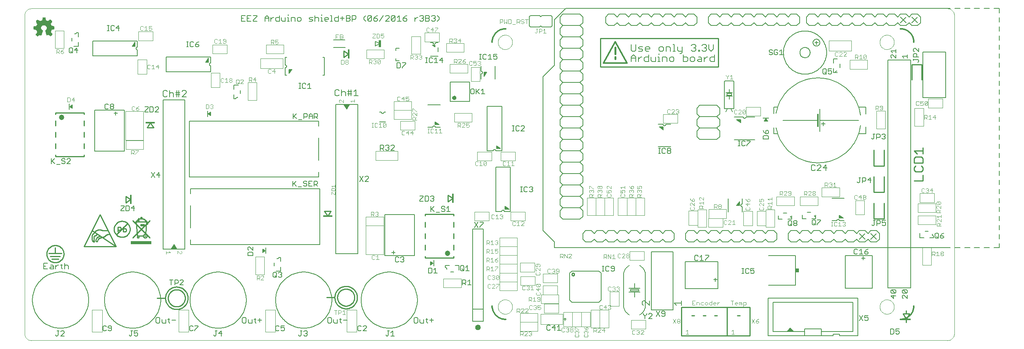
<source format=gto>
G75*
G70*
%OFA0B0*%
%FSLAX24Y24*%
%IPPOS*%
%LPD*%
%AMOC8*
5,1,8,0,0,1.08239X$1,22.5*
%
%ADD10C,0.0060*%
%ADD11C,0.0039*%
%ADD12C,0.0100*%
%ADD13R,0.0149X0.0001*%
%ADD14R,0.0004X0.0001*%
%ADD15R,0.0010X0.0001*%
%ADD16R,0.0017X0.0001*%
%ADD17R,0.0023X0.0001*%
%ADD18R,0.0029X0.0001*%
%ADD19R,0.0034X0.0001*%
%ADD20R,0.0040X0.0001*%
%ADD21R,0.0043X0.0002*%
%ADD22R,0.0047X0.0001*%
%ADD23R,0.0050X0.0001*%
%ADD24R,0.0054X0.0001*%
%ADD25R,0.0059X0.0001*%
%ADD26R,0.0064X0.0001*%
%ADD27R,0.0015X0.0001*%
%ADD28R,0.0067X0.0001*%
%ADD29R,0.0020X0.0001*%
%ADD30R,0.0070X0.0001*%
%ADD31R,0.0024X0.0001*%
%ADD32R,0.0074X0.0001*%
%ADD33R,0.0027X0.0001*%
%ADD34R,0.0076X0.0001*%
%ADD35R,0.0030X0.0001*%
%ADD36R,0.0081X0.0002*%
%ADD37R,0.0036X0.0002*%
%ADD38R,0.0086X0.0001*%
%ADD39R,0.0091X0.0001*%
%ADD40R,0.0046X0.0001*%
%ADD41R,0.0094X0.0001*%
%ADD42R,0.0096X0.0001*%
%ADD43R,0.0053X0.0001*%
%ADD44R,0.0099X0.0001*%
%ADD45R,0.0056X0.0001*%
%ADD46R,0.0104X0.0001*%
%ADD47R,0.0060X0.0001*%
%ADD48R,0.0108X0.0001*%
%ADD49R,0.0112X0.0001*%
%ADD50R,0.0117X0.0001*%
%ADD51R,0.0072X0.0001*%
%ADD52R,0.0120X0.0002*%
%ADD53R,0.0075X0.0002*%
%ADD54R,0.0123X0.0001*%
%ADD55R,0.0078X0.0001*%
%ADD56R,0.0126X0.0001*%
%ADD57R,0.0081X0.0001*%
%ADD58R,0.0131X0.0001*%
%ADD59R,0.0136X0.0001*%
%ADD60R,0.0090X0.0001*%
%ADD61R,0.0139X0.0001*%
%ADD62R,0.0144X0.0001*%
%ADD63R,0.0147X0.0001*%
%ADD64R,0.0101X0.0001*%
%ADD65R,0.0150X0.0001*%
%ADD66R,0.0102X0.0001*%
%ADD67R,0.0153X0.0001*%
%ADD68R,0.0106X0.0001*%
%ADD69R,0.0158X0.0002*%
%ADD70R,0.0109X0.0002*%
%ADD71R,0.0164X0.0001*%
%ADD72R,0.0115X0.0001*%
%ADD73R,0.0168X0.0001*%
%ADD74R,0.0120X0.0001*%
%ADD75R,0.0171X0.0001*%
%ADD76R,0.0123X0.0001*%
%ADD77R,0.0172X0.0001*%
%ADD78R,0.0125X0.0001*%
%ADD79R,0.0175X0.0001*%
%ADD80R,0.0128X0.0001*%
%ADD81R,0.0180X0.0001*%
%ADD82R,0.0132X0.0001*%
%ADD83R,0.0186X0.0001*%
%ADD84R,0.0191X0.0001*%
%ADD85R,0.0141X0.0001*%
%ADD86R,0.0194X0.0001*%
%ADD87R,0.0145X0.0001*%
%ADD88R,0.0196X0.0002*%
%ADD89R,0.0149X0.0002*%
%ADD90R,0.0199X0.0001*%
%ADD91R,0.0151X0.0001*%
%ADD92R,0.0204X0.0001*%
%ADD93R,0.0153X0.0001*%
%ADD94R,0.0207X0.0001*%
%ADD95R,0.0158X0.0001*%
%ADD96R,0.0211X0.0001*%
%ADD97R,0.0162X0.0001*%
%ADD98R,0.0216X0.0001*%
%ADD99R,0.0166X0.0001*%
%ADD100R,0.0219X0.0001*%
%ADD101R,0.0007X0.0001*%
%ADD102R,0.0169X0.0001*%
%ADD103R,0.0222X0.0001*%
%ADD104R,0.0011X0.0001*%
%ADD105R,0.0224X0.0001*%
%ADD106R,0.0014X0.0001*%
%ADD107R,0.0176X0.0001*%
%ADD108R,0.0228X0.0001*%
%ADD109R,0.0018X0.0001*%
%ADD110R,0.0179X0.0001*%
%ADD111R,0.0234X0.0002*%
%ADD112R,0.0024X0.0002*%
%ADD113R,0.0183X0.0002*%
%ADD114R,0.0239X0.0001*%
%ADD115R,0.0189X0.0001*%
%ADD116R,0.0241X0.0001*%
%ADD117R,0.0033X0.0001*%
%ADD118R,0.0012X0.0001*%
%ADD119R,0.0192X0.0001*%
%ADD120R,0.0243X0.0001*%
%ADD121R,0.0038X0.0001*%
%ADD122R,0.0246X0.0001*%
%ADD123R,0.0041X0.0001*%
%ADD124R,0.0019X0.0001*%
%ADD125R,0.0196X0.0001*%
%ADD126R,0.0250X0.0001*%
%ADD127R,0.0044X0.0001*%
%ADD128R,0.0021X0.0001*%
%ADD129R,0.0201X0.0001*%
%ADD130R,0.0254X0.0001*%
%ADD131R,0.0048X0.0001*%
%ADD132R,0.0258X0.0001*%
%ADD133R,0.0054X0.0001*%
%ADD134R,0.0209X0.0001*%
%ADD135R,0.0263X0.0001*%
%ADD136R,0.0213X0.0001*%
%ADD137R,0.0267X0.0001*%
%ADD138R,0.0063X0.0001*%
%ADD139R,0.0270X0.0002*%
%ADD140R,0.0066X0.0002*%
%ADD141R,0.0045X0.0002*%
%ADD142R,0.0219X0.0002*%
%ADD143R,0.0271X0.0001*%
%ADD144R,0.0220X0.0001*%
%ADD145R,0.0274X0.0001*%
%ADD146R,0.0051X0.0001*%
%ADD147R,0.0223X0.0001*%
%ADD148R,0.0278X0.0001*%
%ADD149R,0.0282X0.0001*%
%ADD150R,0.0231X0.0001*%
%ADD151R,0.0288X0.0001*%
%ADD152R,0.0085X0.0001*%
%ADD153R,0.0236X0.0001*%
%ADD154R,0.0289X0.0001*%
%ADD155R,0.0087X0.0001*%
%ADD156R,0.0066X0.0001*%
%ADD157R,0.0292X0.0001*%
%ADD158R,0.0069X0.0001*%
%ADD159R,0.0297X0.0001*%
%ADD160R,0.0300X0.0001*%
%ADD161R,0.0075X0.0001*%
%ADD162R,0.0305X0.0002*%
%ADD163R,0.0101X0.0002*%
%ADD164R,0.0078X0.0002*%
%ADD165R,0.0251X0.0002*%
%ADD166R,0.0309X0.0001*%
%ADD167R,0.0105X0.0001*%
%ADD168R,0.0083X0.0001*%
%ADD169R,0.0255X0.0001*%
%ADD170R,0.0314X0.0001*%
%ADD171R,0.0110X0.0001*%
%ADD172R,0.0087X0.0001*%
%ADD173R,0.0316X0.0001*%
%ADD174R,0.0113X0.0001*%
%ADD175R,0.0262X0.0001*%
%ADD176R,0.0319X0.0001*%
%ADD177R,0.0114X0.0001*%
%ADD178R,0.0093X0.0001*%
%ADD179R,0.0266X0.0001*%
%ADD180R,0.0321X0.0001*%
%ADD181R,0.0096X0.0001*%
%ADD182R,0.0324X0.0001*%
%ADD183R,0.0270X0.0001*%
%ADD184R,0.0329X0.0001*%
%ADD185R,0.0124X0.0001*%
%ADD186R,0.0275X0.0001*%
%ADD187R,0.0333X0.0001*%
%ADD188R,0.0279X0.0001*%
%ADD189R,0.0336X0.0001*%
%ADD190R,0.0111X0.0001*%
%ADD191R,0.0284X0.0001*%
%ADD192R,0.0339X0.0002*%
%ADD193R,0.0134X0.0002*%
%ADD194R,0.0114X0.0002*%
%ADD195R,0.0286X0.0002*%
%ADD196R,0.0342X0.0001*%
%ADD197R,0.0116X0.0001*%
%ADD198R,0.0491X0.0001*%
%ADD199R,0.0492X0.0001*%
%ADD200R,0.0294X0.0001*%
%ADD201R,0.0495X0.0001*%
%ADD202R,0.0299X0.0001*%
%ADD203R,0.0496X0.0001*%
%ADD204R,0.0127X0.0001*%
%ADD205R,0.0301X0.0001*%
%ADD206R,0.0498X0.0001*%
%ADD207R,0.0304X0.0001*%
%ADD208R,0.0501X0.0001*%
%ADD209R,0.0134X0.0001*%
%ADD210R,0.0308X0.0001*%
%ADD211R,0.0135X0.0001*%
%ADD212R,0.0311X0.0001*%
%ADD213R,0.0504X0.0001*%
%ADD214R,0.0138X0.0001*%
%ADD215R,0.0504X0.0002*%
%ADD216R,0.0141X0.0002*%
%ADD217R,0.0318X0.0002*%
%ADD218R,0.0507X0.0001*%
%ADD219R,0.0323X0.0001*%
%ADD220R,0.0326X0.0001*%
%ADD221R,0.0508X0.0001*%
%ADD222R,0.0152X0.0001*%
%ADD223R,0.0330X0.0001*%
%ADD224R,0.0510X0.0001*%
%ADD225R,0.0494X0.0001*%
%ADD226R,0.0512X0.0001*%
%ADD227R,0.0500X0.0001*%
%ADD228R,0.0513X0.0001*%
%ADD229R,0.0501X0.0001*%
%ADD230R,0.0513X0.0002*%
%ADD231R,0.0501X0.0002*%
%ADD232R,0.0503X0.0001*%
%ADD233R,0.0504X0.0001*%
%ADD234R,0.0506X0.0001*%
%ADD235R,0.0513X0.0001*%
%ADD236R,0.0509X0.0001*%
%ADD237R,0.0511X0.0001*%
%ADD238R,0.0514X0.0001*%
%ADD239R,0.0516X0.0001*%
%ADD240R,0.0513X0.0002*%
%ADD241R,0.0519X0.0002*%
%ADD242R,0.0519X0.0001*%
%ADD243R,0.0520X0.0001*%
%ADD244R,0.0522X0.0001*%
%ADD245R,0.0507X0.0001*%
%ADD246R,0.0509X0.0002*%
%ADD247R,0.0520X0.0002*%
%ADD248R,0.0522X0.0001*%
%ADD249R,0.0505X0.0001*%
%ADD250R,0.0502X0.0001*%
%ADD251R,0.0521X0.0001*%
%ADD252R,0.0503X0.0002*%
%ADD253R,0.0519X0.0002*%
%ADD254R,0.0519X0.0001*%
%ADD255R,0.0499X0.0001*%
%ADD256R,0.0517X0.0001*%
%ADD257R,0.0495X0.0002*%
%ADD258R,0.0514X0.0002*%
%ADD259R,0.0515X0.0001*%
%ADD260R,0.0492X0.0001*%
%ADD261R,0.0490X0.0001*%
%ADD262R,0.0490X0.0002*%
%ADD263R,0.0511X0.0002*%
%ADD264R,0.0489X0.0001*%
%ADD265R,0.0489X0.0001*%
%ADD266R,0.0488X0.0001*%
%ADD267R,0.0485X0.0001*%
%ADD268R,0.0483X0.0001*%
%ADD269R,0.0483X0.0002*%
%ADD270R,0.0507X0.0002*%
%ADD271R,0.0483X0.0001*%
%ADD272R,0.0481X0.0001*%
%ADD273R,0.0480X0.0001*%
%ADD274R,0.0480X0.0002*%
%ADD275R,0.0501X0.0002*%
%ADD276R,0.0479X0.0001*%
%ADD277R,0.0477X0.0001*%
%ADD278R,0.0477X0.0001*%
%ADD279R,0.0475X0.0001*%
%ADD280R,0.0474X0.0001*%
%ADD281R,0.0472X0.0001*%
%ADD282R,0.0472X0.0002*%
%ADD283R,0.0498X0.0002*%
%ADD284R,0.0471X0.0001*%
%ADD285R,0.0473X0.0001*%
%ADD286R,0.0471X0.0001*%
%ADD287R,0.0470X0.0001*%
%ADD288R,0.0468X0.0001*%
%ADD289R,0.0469X0.0001*%
%ADD290R,0.0468X0.0002*%
%ADD291R,0.0491X0.0002*%
%ADD292R,0.0466X0.0001*%
%ADD293R,0.0465X0.0001*%
%ADD294R,0.0464X0.0001*%
%ADD295R,0.0462X0.0001*%
%ADD296R,0.0462X0.0002*%
%ADD297R,0.0489X0.0002*%
%ADD298R,0.0461X0.0001*%
%ADD299R,0.0460X0.0001*%
%ADD300R,0.0459X0.0001*%
%ADD301R,0.0484X0.0001*%
%ADD302R,0.0457X0.0001*%
%ADD303R,0.0459X0.0001*%
%ADD304R,0.0458X0.0002*%
%ADD305R,0.0484X0.0002*%
%ADD306R,0.0456X0.0001*%
%ADD307R,0.0455X0.0001*%
%ADD308R,0.0453X0.0001*%
%ADD309R,0.0451X0.0001*%
%ADD310R,0.0453X0.0001*%
%ADD311R,0.0450X0.0001*%
%ADD312R,0.0451X0.0002*%
%ADD313R,0.0478X0.0001*%
%ADD314R,0.0449X0.0001*%
%ADD315R,0.0476X0.0001*%
%ADD316R,0.0447X0.0001*%
%ADD317R,0.0474X0.0001*%
%ADD318R,0.0449X0.0002*%
%ADD319R,0.0476X0.0002*%
%ADD320R,0.0454X0.0001*%
%ADD321R,0.0469X0.0002*%
%ADD322R,0.0468X0.0001*%
%ADD323R,0.0467X0.0001*%
%ADD324R,0.0473X0.0002*%
%ADD325R,0.0468X0.0002*%
%ADD326R,0.0486X0.0002*%
%ADD327R,0.0474X0.0002*%
%ADD328R,0.0487X0.0001*%
%ADD329R,0.0497X0.0001*%
%ADD330R,0.0486X0.0001*%
%ADD331R,0.0500X0.0002*%
%ADD332R,0.0487X0.0002*%
%ADD333R,0.0498X0.0001*%
%ADD334R,0.0524X0.0002*%
%ADD335R,0.0524X0.0001*%
%ADD336R,0.0525X0.0001*%
%ADD337R,0.0528X0.0001*%
%ADD338R,0.0529X0.0001*%
%ADD339R,0.0533X0.0001*%
%ADD340R,0.0534X0.0001*%
%ADD341R,0.0523X0.0001*%
%ADD342R,0.0536X0.0001*%
%ADD343R,0.0537X0.0002*%
%ADD344R,0.0527X0.0002*%
%ADD345R,0.0537X0.0001*%
%ADD346R,0.0528X0.0001*%
%ADD347R,0.0539X0.0001*%
%ADD348R,0.0530X0.0001*%
%ADD349R,0.0540X0.0001*%
%ADD350R,0.0541X0.0001*%
%ADD351R,0.0531X0.0001*%
%ADD352R,0.0543X0.0001*%
%ADD353R,0.0544X0.0001*%
%ADD354R,0.0546X0.0002*%
%ADD355R,0.0536X0.0002*%
%ADD356R,0.0547X0.0001*%
%ADD357R,0.0551X0.0001*%
%ADD358R,0.0552X0.0001*%
%ADD359R,0.0554X0.0001*%
%ADD360R,0.0555X0.0001*%
%ADD361R,0.0555X0.0002*%
%ADD362R,0.0547X0.0002*%
%ADD363R,0.0549X0.0001*%
%ADD364R,0.0548X0.0001*%
%ADD365R,0.0538X0.0001*%
%ADD366R,0.0537X0.0001*%
%ADD367R,0.0533X0.0002*%
%ADD368R,0.0531X0.0001*%
%ADD369R,0.0526X0.0001*%
%ADD370R,0.0518X0.0001*%
%ADD371R,0.0498X0.0002*%
%ADD372R,0.0496X0.0002*%
%ADD373R,0.0486X0.0001*%
%ADD374R,0.0485X0.0002*%
%ADD375R,0.0482X0.0001*%
%ADD376R,0.0477X0.0002*%
%ADD377R,0.0530X0.0002*%
%ADD378R,0.0464X0.0002*%
%ADD379R,0.0561X0.0001*%
%ADD380R,0.0570X0.0001*%
%ADD381R,0.0576X0.0001*%
%ADD382R,0.0581X0.0001*%
%ADD383R,0.0585X0.0001*%
%ADD384R,0.0589X0.0001*%
%ADD385R,0.0600X0.0002*%
%ADD386R,0.0614X0.0001*%
%ADD387R,0.0623X0.0001*%
%ADD388R,0.0630X0.0001*%
%ADD389R,0.0633X0.0001*%
%ADD390R,0.0638X0.0001*%
%ADD391R,0.0645X0.0001*%
%ADD392R,0.0657X0.0001*%
%ADD393R,0.0556X0.0001*%
%ADD394R,0.0669X0.0001*%
%ADD395R,0.0674X0.0001*%
%ADD396R,0.0579X0.0001*%
%ADD397R,0.0676X0.0002*%
%ADD398R,0.0585X0.0002*%
%ADD399R,0.0678X0.0001*%
%ADD400R,0.0590X0.0001*%
%ADD401R,0.0679X0.0001*%
%ADD402R,0.0596X0.0001*%
%ADD403R,0.0681X0.0001*%
%ADD404R,0.0606X0.0001*%
%ADD405R,0.0620X0.0001*%
%ADD406R,0.0682X0.0001*%
%ADD407R,0.0633X0.0001*%
%ADD408R,0.0684X0.0001*%
%ADD409R,0.0639X0.0001*%
%ADD410R,0.0649X0.0001*%
%ADD411R,0.0684X0.0001*%
%ADD412R,0.0655X0.0001*%
%ADD413R,0.0683X0.0002*%
%ADD414R,0.0664X0.0002*%
%ADD415R,0.0683X0.0001*%
%ADD416R,0.0670X0.0001*%
%ADD417R,0.0671X0.0001*%
%ADD418R,0.0681X0.0001*%
%ADD419R,0.0672X0.0001*%
%ADD420R,0.0680X0.0001*%
%ADD421R,0.0675X0.0001*%
%ADD422R,0.0676X0.0001*%
%ADD423R,0.0680X0.0002*%
%ADD424R,0.0678X0.0002*%
%ADD425R,0.0678X0.0001*%
%ADD426R,0.0675X0.0002*%
%ADD427R,0.0672X0.0002*%
%ADD428R,0.0672X0.0001*%
%ADD429R,0.0671X0.0002*%
%ADD430R,0.0670X0.0002*%
%ADD431R,0.0669X0.0001*%
%ADD432R,0.0667X0.0001*%
%ADD433R,0.0669X0.0002*%
%ADD434R,0.0667X0.0002*%
%ADD435R,0.0668X0.0001*%
%ADD436R,0.0666X0.0001*%
%ADD437R,0.0668X0.0002*%
%ADD438R,0.0666X0.0002*%
%ADD439R,0.0666X0.0001*%
%ADD440R,0.0664X0.0001*%
%ADD441R,0.0663X0.0001*%
%ADD442R,0.0666X0.0002*%
%ADD443R,0.0663X0.0002*%
%ADD444R,0.0665X0.0001*%
%ADD445R,0.0674X0.0002*%
%ADD446R,0.0677X0.0001*%
%ADD447R,0.0678X0.0002*%
%ADD448R,0.0682X0.0002*%
%ADD449R,0.0686X0.0001*%
%ADD450R,0.0686X0.0002*%
%ADD451R,0.0687X0.0001*%
%ADD452R,0.0689X0.0001*%
%ADD453R,0.0653X0.0001*%
%ADD454R,0.0641X0.0001*%
%ADD455R,0.0626X0.0001*%
%ADD456R,0.0616X0.0001*%
%ADD457R,0.0687X0.0001*%
%ADD458R,0.0612X0.0001*%
%ADD459R,0.0688X0.0001*%
%ADD460R,0.0606X0.0001*%
%ADD461R,0.0601X0.0001*%
%ADD462R,0.0591X0.0002*%
%ADD463R,0.0567X0.0001*%
%ADD464R,0.0560X0.0001*%
%ADD465R,0.0659X0.0001*%
%ADD466R,0.0516X0.0001*%
%ADD467R,0.0639X0.0001*%
%ADD468R,0.0502X0.0002*%
%ADD469R,0.0633X0.0002*%
%ADD470R,0.0608X0.0001*%
%ADD471R,0.0582X0.0001*%
%ADD472R,0.0577X0.0001*%
%ADD473R,0.0569X0.0002*%
%ADD474R,0.0546X0.0001*%
%ADD475R,0.0486X0.0002*%
%ADD476R,0.0493X0.0001*%
%ADD477R,0.0516X0.0002*%
%ADD478R,0.0532X0.0001*%
%ADD479R,0.0534X0.0002*%
%ADD480R,0.0535X0.0002*%
%ADD481R,0.0543X0.0001*%
%ADD482R,0.0553X0.0001*%
%ADD483R,0.0559X0.0001*%
%ADD484R,0.0564X0.0001*%
%ADD485R,0.0564X0.0001*%
%ADD486R,0.0567X0.0001*%
%ADD487R,0.0569X0.0001*%
%ADD488R,0.0570X0.0002*%
%ADD489R,0.0571X0.0002*%
%ADD490R,0.0571X0.0001*%
%ADD491R,0.0573X0.0001*%
%ADD492R,0.0574X0.0001*%
%ADD493R,0.0576X0.0001*%
%ADD494R,0.0600X0.0001*%
%ADD495R,0.0611X0.0001*%
%ADD496R,0.0618X0.0001*%
%ADD497R,0.0621X0.0001*%
%ADD498R,0.1269X0.0001*%
%ADD499R,0.1267X0.0001*%
%ADD500R,0.1266X0.0001*%
%ADD501R,0.1266X0.0002*%
%ADD502R,0.1264X0.0001*%
%ADD503R,0.1261X0.0001*%
%ADD504R,0.1260X0.0001*%
%ADD505R,0.1259X0.0001*%
%ADD506R,0.1256X0.0001*%
%ADD507R,0.1254X0.0001*%
%ADD508R,0.1253X0.0001*%
%ADD509R,0.1251X0.0001*%
%ADD510R,0.1251X0.0002*%
%ADD511R,0.1248X0.0001*%
%ADD512R,0.1245X0.0001*%
%ADD513R,0.1244X0.0001*%
%ADD514R,0.1242X0.0001*%
%ADD515R,0.1239X0.0001*%
%ADD516R,0.1237X0.0001*%
%ADD517R,0.1236X0.0002*%
%ADD518R,0.1233X0.0001*%
%ADD519R,0.1230X0.0001*%
%ADD520R,0.1229X0.0001*%
%ADD521R,0.1227X0.0001*%
%ADD522R,0.1226X0.0001*%
%ADD523R,0.1224X0.0001*%
%ADD524R,0.1223X0.0002*%
%ADD525R,0.1219X0.0001*%
%ADD526R,0.1216X0.0001*%
%ADD527R,0.1215X0.0001*%
%ADD528R,0.1214X0.0001*%
%ADD529R,0.1212X0.0001*%
%ADD530R,0.1209X0.0001*%
%ADD531R,0.1207X0.0002*%
%ADD532R,0.1206X0.0001*%
%ADD533R,0.1204X0.0001*%
%ADD534R,0.1201X0.0001*%
%ADD535R,0.1200X0.0001*%
%ADD536R,0.1199X0.0001*%
%ADD537R,0.1196X0.0001*%
%ADD538R,0.1194X0.0001*%
%ADD539R,0.1193X0.0001*%
%ADD540R,0.1191X0.0001*%
%ADD541R,0.1191X0.0002*%
%ADD542R,0.1188X0.0001*%
%ADD543R,0.1185X0.0001*%
%ADD544R,0.1184X0.0001*%
%ADD545R,0.1181X0.0001*%
%ADD546R,0.1177X0.0001*%
%ADD547R,0.1176X0.0001*%
%ADD548R,0.1174X0.0001*%
%ADD549R,0.1173X0.0001*%
%ADD550R,0.1170X0.0002*%
%ADD551R,0.1170X0.0001*%
%ADD552R,0.1169X0.0001*%
%ADD553R,0.1166X0.0001*%
%ADD554R,0.1164X0.0001*%
%ADD555R,0.1163X0.0001*%
%ADD556R,0.1163X0.0002*%
%ADD557R,0.1167X0.0001*%
%ADD558R,0.1171X0.0001*%
%ADD559R,0.1179X0.0001*%
%ADD560R,0.1182X0.0001*%
%ADD561R,0.1182X0.0002*%
%ADD562R,0.1188X0.0001*%
%ADD563R,0.1190X0.0001*%
%ADD564R,0.1197X0.0001*%
%ADD565R,0.1204X0.0002*%
%ADD566R,0.1207X0.0001*%
%ADD567R,0.1210X0.0001*%
%ADD568R,0.1213X0.0001*%
%ADD569R,0.1217X0.0001*%
%ADD570R,0.1218X0.0001*%
%ADD571R,0.1220X0.0001*%
%ADD572R,0.1221X0.0001*%
%ADD573R,0.1223X0.0001*%
%ADD574R,0.1226X0.0002*%
%ADD575R,0.1236X0.0001*%
%ADD576R,0.1239X0.0001*%
%ADD577R,0.1240X0.0001*%
%ADD578R,0.1243X0.0001*%
%ADD579R,0.1248X0.0002*%
%ADD580R,0.1248X0.0001*%
%ADD581R,0.1251X0.0001*%
%ADD582R,0.1257X0.0001*%
%ADD583R,0.1263X0.0001*%
%ADD584R,0.1267X0.0002*%
%ADD585R,0.1270X0.0001*%
%ADD586R,0.1274X0.0001*%
%ADD587R,0.1275X0.0001*%
%ADD588R,0.1278X0.0001*%
%ADD589R,0.1280X0.0001*%
%ADD590R,0.1281X0.0001*%
%ADD591R,0.1284X0.0001*%
%ADD592R,0.1286X0.0001*%
%ADD593R,0.1289X0.0001*%
%ADD594R,0.1290X0.0002*%
%ADD595R,0.1291X0.0001*%
%ADD596R,0.1294X0.0001*%
%ADD597R,0.1296X0.0001*%
%ADD598R,0.1299X0.0001*%
%ADD599R,0.1300X0.0001*%
%ADD600R,0.1302X0.0001*%
%ADD601R,0.1304X0.0001*%
%ADD602R,0.1306X0.0001*%
%ADD603R,0.1308X0.0001*%
%ADD604R,0.1311X0.0002*%
%ADD605R,0.1313X0.0001*%
%ADD606R,0.1316X0.0001*%
%ADD607R,0.1317X0.0001*%
%ADD608R,0.1320X0.0001*%
%ADD609R,0.1323X0.0001*%
%ADD610R,0.1326X0.0001*%
%ADD611R,0.1329X0.0001*%
%ADD612R,0.1332X0.0002*%
%ADD613R,0.1335X0.0001*%
%ADD614R,0.1336X0.0001*%
%ADD615R,0.1340X0.0001*%
%ADD616R,0.1343X0.0001*%
%ADD617R,0.1346X0.0001*%
%ADD618R,0.1347X0.0001*%
%ADD619R,0.1350X0.0001*%
%ADD620R,0.1353X0.0002*%
%ADD621R,0.1356X0.0001*%
%ADD622R,0.1357X0.0001*%
%ADD623R,0.1360X0.0001*%
%ADD624R,0.1364X0.0001*%
%ADD625R,0.1365X0.0001*%
%ADD626R,0.1368X0.0001*%
%ADD627R,0.1369X0.0001*%
%ADD628R,0.1373X0.0001*%
%ADD629R,0.1374X0.0002*%
%ADD630R,0.1377X0.0001*%
%ADD631R,0.1379X0.0001*%
%ADD632R,0.1380X0.0001*%
%ADD633R,0.1383X0.0001*%
%ADD634R,0.1386X0.0001*%
%ADD635R,0.1387X0.0001*%
%ADD636R,0.1391X0.0001*%
%ADD637R,0.1394X0.0001*%
%ADD638R,0.1395X0.0002*%
%ADD639R,0.1398X0.0001*%
%ADD640R,0.1401X0.0001*%
%ADD641R,0.1403X0.0001*%
%ADD642R,0.1406X0.0001*%
%ADD643R,0.1407X0.0001*%
%ADD644R,0.1409X0.0001*%
%ADD645R,0.1411X0.0001*%
%ADD646R,0.1414X0.0001*%
%ADD647R,0.1416X0.0002*%
%ADD648R,0.1419X0.0001*%
%ADD649R,0.1421X0.0001*%
%ADD650R,0.1422X0.0001*%
%ADD651R,0.1424X0.0001*%
%ADD652R,0.1426X0.0001*%
%ADD653R,0.1428X0.0001*%
%ADD654R,0.1429X0.0002*%
%ADD655R,0.1429X0.0001*%
%ADD656R,0.1425X0.0001*%
%ADD657R,0.1421X0.0002*%
%ADD658R,0.1418X0.0001*%
%ADD659R,0.1416X0.0001*%
%ADD660R,0.1413X0.0001*%
%ADD661R,0.1410X0.0001*%
%ADD662R,0.1404X0.0001*%
%ADD663R,0.1401X0.0001*%
%ADD664R,0.0346X0.0001*%
%ADD665R,0.1044X0.0001*%
%ADD666R,0.0342X0.0002*%
%ADD667R,0.1040X0.0002*%
%ADD668R,0.0337X0.0001*%
%ADD669R,0.1034X0.0001*%
%ADD670R,0.0357X0.0001*%
%ADD671R,0.0660X0.0001*%
%ADD672R,0.0353X0.0001*%
%ADD673R,0.0327X0.0001*%
%ADD674R,0.0349X0.0001*%
%ADD675R,0.0321X0.0001*%
%ADD676R,0.0648X0.0001*%
%ADD677R,0.0344X0.0001*%
%ADD678R,0.0317X0.0001*%
%ADD679R,0.0339X0.0001*%
%ADD680R,0.0312X0.0001*%
%ADD681R,0.0631X0.0001*%
%ADD682R,0.0334X0.0001*%
%ADD683R,0.0309X0.0001*%
%ADD684R,0.0307X0.0002*%
%ADD685R,0.0623X0.0002*%
%ADD686R,0.0327X0.0002*%
%ADD687R,0.0618X0.0001*%
%ADD688R,0.0297X0.0001*%
%ADD689R,0.0607X0.0001*%
%ADD690R,0.0320X0.0001*%
%ADD691R,0.0293X0.0001*%
%ADD692R,0.0599X0.0001*%
%ADD693R,0.0313X0.0001*%
%ADD694R,0.0285X0.0001*%
%ADD695R,0.0584X0.0001*%
%ADD696R,0.0303X0.0001*%
%ADD697R,0.0281X0.0001*%
%ADD698R,0.0273X0.0002*%
%ADD699R,0.0563X0.0002*%
%ADD700R,0.0293X0.0002*%
%ADD701R,0.0264X0.0001*%
%ADD702R,0.0259X0.0001*%
%ADD703R,0.0256X0.0001*%
%ADD704R,0.0276X0.0001*%
%ADD705R,0.0252X0.0001*%
%ADD706R,0.0273X0.0001*%
%ADD707R,0.0248X0.0001*%
%ADD708R,0.0269X0.0001*%
%ADD709R,0.0245X0.0001*%
%ADD710R,0.0240X0.0001*%
%ADD711R,0.0237X0.0002*%
%ADD712R,0.0256X0.0002*%
%ADD713R,0.0234X0.0001*%
%ADD714R,0.0232X0.0001*%
%ADD715R,0.0251X0.0001*%
%ADD716R,0.0228X0.0001*%
%ADD717R,0.0246X0.0001*%
%ADD718R,0.0456X0.0001*%
%ADD719R,0.0219X0.0001*%
%ADD720R,0.0444X0.0001*%
%ADD721R,0.0237X0.0001*%
%ADD722R,0.0214X0.0001*%
%ADD723R,0.0436X0.0001*%
%ADD724R,0.0432X0.0001*%
%ADD725R,0.0231X0.0001*%
%ADD726R,0.0210X0.0001*%
%ADD727R,0.0426X0.0001*%
%ADD728R,0.0420X0.0001*%
%ADD729R,0.0226X0.0001*%
%ADD730R,0.0204X0.0002*%
%ADD731R,0.0409X0.0002*%
%ADD732R,0.0222X0.0002*%
%ADD733R,0.0391X0.0001*%
%ADD734R,0.0217X0.0001*%
%ADD735R,0.0376X0.0001*%
%ADD736R,0.0368X0.0001*%
%ADD737R,0.0189X0.0001*%
%ADD738R,0.0361X0.0001*%
%ADD739R,0.0206X0.0001*%
%ADD740R,0.0186X0.0001*%
%ADD741R,0.0356X0.0001*%
%ADD742R,0.0181X0.0001*%
%ADD743R,0.0345X0.0001*%
%ADD744R,0.0173X0.0001*%
%ADD745R,0.0331X0.0001*%
%ADD746R,0.0190X0.0001*%
%ADD747R,0.0168X0.0001*%
%ADD748R,0.0165X0.0002*%
%ADD749R,0.0162X0.0001*%
%ADD750R,0.0159X0.0001*%
%ADD751R,0.0177X0.0001*%
%ADD752R,0.0156X0.0001*%
%ADD753R,0.0324X0.0001*%
%ADD754R,0.0174X0.0001*%
%ADD755R,0.0167X0.0001*%
%ADD756R,0.0146X0.0001*%
%ADD757R,0.0163X0.0001*%
%ADD758R,0.0141X0.0001*%
%ADD759R,0.0140X0.0001*%
%ADD760R,0.0137X0.0001*%
%ADD761R,0.0133X0.0001*%
%ADD762R,0.0129X0.0002*%
%ADD763R,0.0321X0.0002*%
%ADD764R,0.0146X0.0002*%
%ADD765R,0.0119X0.0001*%
%ADD766R,0.0129X0.0001*%
%ADD767R,0.0111X0.0001*%
%ADD768R,0.0126X0.0001*%
%ADD769R,0.0318X0.0001*%
%ADD770R,0.0097X0.0001*%
%ADD771R,0.0315X0.0001*%
%ADD772R,0.0089X0.0002*%
%ADD773R,0.0315X0.0002*%
%ADD774R,0.0105X0.0002*%
%ADD775R,0.0079X0.0001*%
%ADD776R,0.0089X0.0001*%
%ADD777R,0.0069X0.0001*%
%ADD778R,0.0084X0.0001*%
%ADD779R,0.0057X0.0001*%
%ADD780R,0.0052X0.0002*%
%ADD781R,0.0311X0.0002*%
%ADD782R,0.0066X0.0002*%
%ADD783R,0.0061X0.0001*%
%ADD784R,0.0042X0.0001*%
%ADD785R,0.0055X0.0001*%
%ADD786R,0.0039X0.0001*%
%ADD787R,0.0052X0.0001*%
%ADD788R,0.0036X0.0001*%
%ADD789R,0.0049X0.0001*%
%ADD790R,0.0307X0.0001*%
%ADD791R,0.0045X0.0001*%
%ADD792R,0.0022X0.0001*%
%ADD793R,0.0035X0.0001*%
%ADD794R,0.0025X0.0002*%
%ADD795R,0.0306X0.0001*%
%ADD796R,0.0018X0.0001*%
%ADD797R,0.0008X0.0001*%
%ADD798R,0.0300X0.0002*%
%ADD799R,0.0296X0.0001*%
%ADD800R,0.0294X0.0002*%
%ADD801R,0.0294X0.0001*%
%ADD802R,0.0291X0.0001*%
%ADD803R,0.0291X0.0002*%
%ADD804R,0.0286X0.0001*%
%ADD805R,0.0281X0.0002*%
%ADD806R,0.0277X0.0001*%
%ADD807R,0.0276X0.0001*%
%ADD808R,0.0266X0.0002*%
%ADD809R,0.0264X0.0001*%
%ADD810R,0.0261X0.0001*%
%ADD811R,0.0259X0.0002*%
%ADD812R,0.0254X0.0002*%
%ADD813R,0.0248X0.0002*%
%ADD814R,0.0218X0.0002*%
%ADD815R,0.0157X0.0001*%
%ADD816C,0.0040*%
%ADD817C,0.0070*%
%ADD818C,0.0150*%
%ADD819C,0.0120*%
%ADD820C,0.0050*%
%ADD821C,0.0090*%
%ADD822C,0.0472*%
%ADD823R,0.0079X0.0551*%
%ADD824C,0.0020*%
%ADD825R,0.0827X0.0118*%
%ADD826C,0.0080*%
%ADD827R,0.0300X0.0340*%
%ADD828R,0.0551X0.0079*%
%ADD829C,0.0030*%
%ADD830R,0.1800X0.0300*%
%ADD831R,0.0118X0.1181*%
%ADD832C,0.0000*%
%ADD833R,0.0240X0.0620*%
%ADD834R,0.0118X0.0827*%
D10*
X020738Y005501D02*
X020822Y005417D01*
X020988Y005417D01*
X021072Y005501D01*
X021072Y005834D01*
X020988Y005918D01*
X020822Y005918D01*
X020738Y005834D01*
X020738Y005501D01*
X021254Y005501D02*
X021337Y005417D01*
X021587Y005417D01*
X021587Y005751D01*
X021769Y005751D02*
X021936Y005751D01*
X021853Y005834D02*
X021853Y005501D01*
X021936Y005417D01*
X022113Y005668D02*
X022447Y005668D01*
X021254Y005751D02*
X021254Y005501D01*
X028301Y005501D02*
X028384Y005417D01*
X028551Y005417D01*
X028634Y005501D01*
X028634Y005834D01*
X028551Y005918D01*
X028384Y005918D01*
X028301Y005834D01*
X028301Y005501D01*
X028816Y005501D02*
X028816Y005751D01*
X028816Y005501D02*
X028900Y005417D01*
X029150Y005417D01*
X029150Y005751D01*
X029332Y005751D02*
X029499Y005751D01*
X029416Y005834D02*
X029416Y005501D01*
X029499Y005417D01*
X029676Y005668D02*
X030010Y005668D01*
X029843Y005834D02*
X029843Y005501D01*
X035788Y005501D02*
X035872Y005417D01*
X036038Y005417D01*
X036122Y005501D01*
X036122Y005834D01*
X036038Y005918D01*
X035872Y005918D01*
X035788Y005834D01*
X035788Y005501D01*
X036304Y005501D02*
X036387Y005417D01*
X036637Y005417D01*
X036637Y005751D01*
X036819Y005751D02*
X036986Y005751D01*
X036903Y005834D02*
X036903Y005501D01*
X036986Y005417D01*
X037163Y005668D02*
X037497Y005668D01*
X036304Y005751D02*
X036304Y005501D01*
X043351Y005501D02*
X043434Y005417D01*
X043601Y005417D01*
X043684Y005501D01*
X043684Y005834D01*
X043601Y005918D01*
X043434Y005918D01*
X043351Y005834D01*
X043351Y005501D01*
X043866Y005501D02*
X043866Y005751D01*
X043866Y005501D02*
X043950Y005417D01*
X044200Y005417D01*
X044200Y005751D01*
X044382Y005751D02*
X044549Y005751D01*
X044466Y005834D02*
X044466Y005501D01*
X044549Y005417D01*
X044726Y005668D02*
X045060Y005668D01*
X044893Y005834D02*
X044893Y005501D01*
X046578Y009907D02*
X046838Y009907D01*
X047308Y010077D02*
X047308Y010467D01*
X046948Y010467D01*
X046468Y010467D02*
X046108Y010467D01*
X046108Y010307D01*
X046108Y010308D02*
X046129Y010306D01*
X046149Y010300D01*
X046167Y010292D01*
X046184Y010279D01*
X046199Y010265D01*
X046211Y010248D01*
X046219Y010229D01*
X046224Y010209D01*
X046226Y010188D01*
X046224Y010167D01*
X046218Y010147D01*
X045035Y010674D02*
X044810Y010824D01*
X044810Y010524D01*
X045035Y010674D01*
X045026Y010668D02*
X044810Y010668D01*
X044810Y010610D02*
X044938Y010610D01*
X044850Y010551D02*
X044810Y010551D01*
X044810Y010727D02*
X044955Y010727D01*
X044868Y010785D02*
X044810Y010785D01*
X043407Y011351D02*
X040809Y011351D01*
X040809Y014934D01*
X043407Y014934D01*
X043407Y011351D01*
X041712Y011612D02*
X041412Y011612D01*
X041562Y011762D02*
X041562Y011462D01*
X050513Y015212D02*
X050513Y019112D01*
X051803Y019112D01*
X051803Y015212D01*
X051278Y015212D01*
X051276Y015233D01*
X051271Y015253D01*
X051262Y015272D01*
X051250Y015289D01*
X051235Y015304D01*
X051218Y015316D01*
X051199Y015325D01*
X051179Y015330D01*
X051158Y015332D01*
X051137Y015330D01*
X051117Y015325D01*
X051098Y015316D01*
X051081Y015304D01*
X051066Y015289D01*
X051054Y015272D01*
X051045Y015253D01*
X051040Y015233D01*
X051038Y015212D01*
X050513Y015212D01*
X051333Y015412D02*
X051333Y015662D01*
X051683Y015412D01*
X051333Y015412D01*
X051333Y015465D02*
X051609Y015465D01*
X051527Y015524D02*
X051333Y015524D01*
X051333Y015582D02*
X051445Y015582D01*
X051363Y015641D02*
X051333Y015641D01*
X056154Y015777D02*
X056154Y016277D01*
X056404Y016527D01*
X056154Y016777D01*
X056154Y017277D01*
X056404Y017527D01*
X056154Y017777D01*
X056154Y018277D01*
X056404Y018527D01*
X056154Y018777D01*
X056154Y019277D01*
X056404Y019527D01*
X056154Y019777D01*
X056154Y020277D01*
X056404Y020527D01*
X056154Y020777D01*
X056154Y021277D01*
X056404Y021527D01*
X056154Y021777D01*
X056154Y022277D01*
X056404Y022527D01*
X056154Y022777D01*
X056154Y023277D01*
X056404Y023527D01*
X056154Y023777D01*
X056154Y024277D01*
X056404Y024527D01*
X056154Y024777D01*
X056154Y025277D01*
X056404Y025527D01*
X056154Y025777D01*
X056154Y026277D01*
X056404Y026527D01*
X056154Y026777D01*
X056154Y027277D01*
X056404Y027527D01*
X056154Y027777D01*
X056154Y028277D01*
X056404Y028527D01*
X056154Y028777D01*
X056154Y029277D01*
X056404Y029527D01*
X056154Y029777D01*
X056154Y030277D01*
X056404Y030527D01*
X056154Y030777D01*
X056154Y031277D01*
X056404Y031527D01*
X056154Y031777D01*
X056154Y032277D01*
X056404Y032527D01*
X055458Y032312D02*
X055458Y031512D01*
X055358Y031412D01*
X054558Y031412D01*
X054458Y031512D01*
X054358Y031412D01*
X053558Y031412D01*
X053458Y031512D01*
X053458Y032312D01*
X053558Y032412D01*
X054358Y032412D01*
X054458Y032312D01*
X054558Y032412D01*
X055358Y032412D01*
X055458Y032312D01*
X057904Y032527D02*
X058154Y032277D01*
X058154Y031777D01*
X057904Y031527D01*
X058154Y031277D01*
X058154Y030777D01*
X057904Y030527D01*
X058154Y030277D01*
X058154Y029777D01*
X057904Y029527D01*
X058154Y029277D01*
X058154Y028777D01*
X057904Y028527D01*
X058154Y028277D01*
X058154Y027777D01*
X057904Y027527D01*
X058154Y027277D01*
X058154Y026777D01*
X057904Y026527D01*
X058154Y026277D01*
X058154Y025777D01*
X057904Y025527D01*
X058154Y025277D01*
X058154Y024777D01*
X057904Y024527D01*
X058154Y024277D01*
X058154Y023777D01*
X057904Y023527D01*
X058154Y023277D01*
X058154Y022777D01*
X057904Y022527D01*
X058154Y022277D01*
X058154Y021777D01*
X057904Y021527D01*
X058154Y021277D01*
X058154Y020777D01*
X057904Y020527D01*
X058154Y020277D01*
X058154Y019777D01*
X057904Y019527D01*
X058154Y019277D01*
X058154Y018777D01*
X057904Y018527D01*
X058154Y018277D01*
X058154Y017777D01*
X057904Y017527D01*
X058154Y017277D01*
X058154Y016777D01*
X057904Y016527D01*
X058154Y016277D01*
X058154Y015777D01*
X057904Y015527D01*
X058154Y015277D01*
X058154Y014777D01*
X057904Y014527D01*
X056404Y014527D02*
X056154Y014777D01*
X056154Y015277D01*
X056404Y015527D01*
X056154Y015777D01*
X051053Y020537D02*
X050528Y020537D01*
X050526Y020558D01*
X050521Y020578D01*
X050512Y020597D01*
X050500Y020614D01*
X050485Y020629D01*
X050468Y020641D01*
X050449Y020650D01*
X050429Y020655D01*
X050408Y020657D01*
X050387Y020655D01*
X050367Y020650D01*
X050348Y020641D01*
X050331Y020629D01*
X050316Y020614D01*
X050304Y020597D01*
X050295Y020578D01*
X050290Y020558D01*
X050288Y020537D01*
X049763Y020537D01*
X049763Y024437D01*
X051053Y024437D01*
X051053Y020537D01*
X050933Y020737D02*
X050583Y020987D01*
X050583Y020737D01*
X050933Y020737D01*
X050861Y020789D02*
X050583Y020789D01*
X050583Y020847D02*
X050779Y020847D01*
X050697Y020906D02*
X050583Y020906D01*
X050583Y020964D02*
X050615Y020964D01*
X045648Y022607D02*
X045228Y022607D01*
X045226Y022628D01*
X045221Y022648D01*
X045212Y022667D01*
X045200Y022684D01*
X045185Y022699D01*
X045168Y022711D01*
X045149Y022720D01*
X045129Y022725D01*
X045108Y022727D01*
X045087Y022725D01*
X045067Y022720D01*
X045048Y022711D01*
X045031Y022699D01*
X045016Y022684D01*
X045004Y022667D01*
X044995Y022648D01*
X044990Y022628D01*
X044988Y022607D01*
X044568Y022607D01*
X044988Y022607D02*
X044990Y022628D01*
X044995Y022648D01*
X045004Y022667D01*
X045016Y022684D01*
X045031Y022699D01*
X045048Y022711D01*
X045067Y022720D01*
X045087Y022725D01*
X045108Y022727D01*
X045129Y022725D01*
X045149Y022720D01*
X045168Y022711D01*
X045185Y022699D01*
X045200Y022684D01*
X045212Y022667D01*
X045221Y022648D01*
X045226Y022628D01*
X045228Y022607D01*
X045208Y022837D02*
X045208Y023087D01*
X045558Y022837D01*
X045208Y022837D01*
X045208Y022895D02*
X045478Y022895D01*
X045396Y022953D02*
X045208Y022953D01*
X045208Y023012D02*
X045314Y023012D01*
X045232Y023070D02*
X045208Y023070D01*
X045648Y024567D02*
X044568Y024567D01*
X049238Y026842D02*
X049238Y027292D01*
X049259Y027294D01*
X049279Y027299D01*
X049298Y027308D01*
X049315Y027320D01*
X049330Y027335D01*
X049342Y027352D01*
X049351Y027371D01*
X049356Y027391D01*
X049358Y027412D01*
X049356Y027433D01*
X049351Y027453D01*
X049342Y027472D01*
X049330Y027489D01*
X049315Y027504D01*
X049298Y027516D01*
X049279Y027525D01*
X049259Y027530D01*
X049238Y027532D01*
X049238Y027982D01*
X050478Y027982D02*
X050478Y026842D01*
X049706Y027400D02*
X049483Y027400D01*
X049483Y027437D02*
X049733Y027437D01*
X049483Y027087D01*
X049483Y027437D01*
X049483Y027341D02*
X049664Y027341D01*
X049622Y027283D02*
X049483Y027283D01*
X049483Y027224D02*
X049581Y027224D01*
X049539Y027166D02*
X049483Y027166D01*
X049483Y027107D02*
X049497Y027107D01*
X045468Y028837D02*
X044798Y028837D01*
X045473Y029257D02*
X045473Y029617D01*
X045208Y029662D02*
X044958Y029812D01*
X045208Y029812D01*
X045208Y029662D01*
X045208Y029681D02*
X045177Y029681D01*
X045208Y029740D02*
X045080Y029740D01*
X044982Y029798D02*
X045208Y029798D01*
X045253Y030037D02*
X045468Y030037D01*
X045253Y030037D02*
X045251Y030016D01*
X045246Y029996D01*
X045237Y029977D01*
X045225Y029960D01*
X045210Y029945D01*
X045193Y029933D01*
X045174Y029924D01*
X045154Y029919D01*
X045133Y029917D01*
X045112Y029919D01*
X045092Y029924D01*
X045073Y029933D01*
X045056Y029945D01*
X045041Y029960D01*
X045029Y029977D01*
X045020Y029996D01*
X045015Y030016D01*
X045013Y030037D01*
X044798Y030037D01*
X042068Y029547D02*
X041748Y029547D01*
X041748Y029327D01*
X041748Y028647D02*
X041748Y028427D01*
X042068Y028427D01*
X035503Y028752D02*
X035503Y027172D01*
X035363Y027172D01*
X032658Y027687D02*
X032408Y027337D01*
X032408Y027687D01*
X032658Y027687D01*
X032620Y027634D02*
X032408Y027634D01*
X032408Y027575D02*
X032578Y027575D01*
X032536Y027517D02*
X032408Y027517D01*
X032408Y027458D02*
X032494Y027458D01*
X032452Y027400D02*
X032408Y027400D01*
X032408Y027341D02*
X032411Y027341D01*
X032203Y027172D02*
X032063Y027172D01*
X032063Y027842D01*
X032084Y027844D01*
X032104Y027849D01*
X032123Y027858D01*
X032140Y027870D01*
X032155Y027885D01*
X032167Y027902D01*
X032176Y027921D01*
X032181Y027941D01*
X032183Y027962D01*
X032181Y027983D01*
X032176Y028003D01*
X032167Y028022D01*
X032155Y028039D01*
X032140Y028054D01*
X032123Y028066D01*
X032104Y028075D01*
X032084Y028080D01*
X032063Y028082D01*
X032063Y028752D01*
X032203Y028752D01*
X035363Y028752D02*
X035503Y028752D01*
X036528Y025908D02*
X036438Y025818D01*
X036438Y025457D01*
X036528Y025367D01*
X036708Y025367D01*
X036798Y025457D01*
X036991Y025367D02*
X036991Y025908D01*
X037081Y025728D02*
X037261Y025728D01*
X037351Y025638D01*
X037351Y025367D01*
X037543Y025548D02*
X037903Y025548D01*
X037903Y025728D02*
X037813Y025728D01*
X037543Y025728D01*
X037633Y025908D02*
X037633Y025367D01*
X037813Y025367D02*
X037813Y025908D01*
X038096Y025728D02*
X038276Y025908D01*
X038276Y025367D01*
X038096Y025367D02*
X038456Y025367D01*
X037081Y025728D02*
X036991Y025638D01*
X036798Y025818D02*
X036708Y025908D01*
X036528Y025908D01*
X028138Y025842D02*
X028138Y025582D01*
X027899Y025222D02*
X027879Y025228D01*
X027858Y025230D01*
X027837Y025228D01*
X027817Y025223D01*
X027798Y025215D01*
X027781Y025203D01*
X027767Y025188D01*
X027754Y025171D01*
X027746Y025153D01*
X027740Y025133D01*
X027738Y025112D01*
X027578Y025112D01*
X027578Y025472D01*
X027578Y025952D02*
X027578Y026312D01*
X027968Y026312D01*
X025533Y027492D02*
X021633Y027492D01*
X021633Y028782D01*
X025533Y028782D01*
X025533Y028257D01*
X025512Y028255D01*
X025492Y028250D01*
X025473Y028241D01*
X025456Y028229D01*
X025441Y028214D01*
X025429Y028197D01*
X025420Y028178D01*
X025415Y028158D01*
X025413Y028137D01*
X025415Y028116D01*
X025420Y028096D01*
X025429Y028077D01*
X025441Y028060D01*
X025456Y028045D01*
X025473Y028033D01*
X025492Y028024D01*
X025512Y028019D01*
X025533Y028017D01*
X025533Y027492D01*
X025333Y028312D02*
X025083Y028312D01*
X025333Y028662D01*
X025333Y028312D01*
X025333Y028336D02*
X025100Y028336D01*
X025141Y028394D02*
X025333Y028394D01*
X025333Y028453D02*
X025183Y028453D01*
X025225Y028511D02*
X025333Y028511D01*
X025333Y028570D02*
X025267Y028570D01*
X025309Y028628D02*
X025333Y028628D01*
X019108Y028892D02*
X015208Y028892D01*
X015208Y030182D01*
X019108Y030182D01*
X019108Y029657D01*
X019087Y029655D01*
X019067Y029650D01*
X019048Y029641D01*
X019031Y029629D01*
X019016Y029614D01*
X019004Y029597D01*
X018995Y029578D01*
X018990Y029558D01*
X018988Y029537D01*
X018990Y029516D01*
X018995Y029496D01*
X019004Y029477D01*
X019016Y029460D01*
X019031Y029445D01*
X019048Y029433D01*
X019067Y029424D01*
X019087Y029419D01*
X019108Y029417D01*
X019108Y028892D01*
X018908Y029712D02*
X018658Y029712D01*
X018908Y030062D01*
X018908Y029712D01*
X018908Y029740D02*
X018678Y029740D01*
X018719Y029798D02*
X018908Y029798D01*
X018908Y029857D02*
X018761Y029857D01*
X018803Y029915D02*
X018908Y029915D01*
X018908Y029974D02*
X018845Y029974D01*
X018886Y030032D02*
X018908Y030032D01*
X013913Y030072D02*
X013913Y029712D01*
X013523Y029712D01*
X013353Y030182D02*
X013353Y030442D01*
X013593Y030802D02*
X013613Y030796D01*
X013634Y030794D01*
X013655Y030796D01*
X013675Y030801D01*
X013694Y030809D01*
X013711Y030821D01*
X013725Y030836D01*
X013738Y030853D01*
X013746Y030871D01*
X013752Y030891D01*
X013754Y030912D01*
X013753Y030912D02*
X013913Y030912D01*
X013913Y030552D01*
X021363Y025736D02*
X021453Y025827D01*
X021633Y025827D01*
X021723Y025736D01*
X021916Y025827D02*
X021916Y025286D01*
X021723Y025376D02*
X021633Y025286D01*
X021453Y025286D01*
X021363Y025376D01*
X021363Y025736D01*
X021916Y025556D02*
X022006Y025646D01*
X022186Y025646D01*
X022276Y025556D01*
X022276Y025286D01*
X022468Y025466D02*
X022828Y025466D01*
X022828Y025646D02*
X022738Y025646D01*
X022468Y025646D01*
X022558Y025827D02*
X022558Y025286D01*
X022738Y025286D02*
X022738Y025827D01*
X023021Y025736D02*
X023111Y025827D01*
X023291Y025827D01*
X023381Y025736D01*
X023381Y025646D01*
X023021Y025286D01*
X023381Y025286D01*
X025308Y023787D02*
X025533Y023637D01*
X025533Y023937D01*
X025308Y023787D01*
X025331Y023772D02*
X025533Y023772D01*
X025533Y023714D02*
X025418Y023714D01*
X025506Y023655D02*
X025533Y023655D01*
X025533Y023831D02*
X025374Y023831D01*
X025461Y023889D02*
X025533Y023889D01*
X017957Y024098D02*
X015359Y024098D01*
X015359Y020516D01*
X017957Y020516D01*
X017957Y024098D01*
X017354Y023838D02*
X017054Y023838D01*
X017204Y023688D02*
X017204Y023988D01*
X013408Y024262D02*
X013183Y024412D01*
X013408Y024562D01*
X013408Y024262D01*
X013408Y024299D02*
X013353Y024299D01*
X013408Y024357D02*
X013265Y024357D01*
X013189Y024416D02*
X013408Y024416D01*
X013408Y024474D02*
X013276Y024474D01*
X013364Y024533D02*
X013408Y024533D01*
X028219Y031912D02*
X028552Y031912D01*
X028734Y031912D02*
X029068Y031912D01*
X029250Y031912D02*
X029584Y031912D01*
X029250Y031912D02*
X029250Y031996D01*
X029584Y032330D01*
X029584Y032413D01*
X029250Y032413D01*
X029068Y032413D02*
X028734Y032413D01*
X028734Y031912D01*
X028734Y032163D02*
X028901Y032163D01*
X028552Y032413D02*
X028219Y032413D01*
X028219Y031912D01*
X028219Y032163D02*
X028386Y032163D01*
X030281Y032163D02*
X030615Y032163D01*
X030615Y032246D02*
X030615Y031912D01*
X030797Y031912D02*
X030797Y032246D01*
X030797Y032079D02*
X030964Y032246D01*
X031047Y032246D01*
X031227Y032163D02*
X031310Y032246D01*
X031560Y032246D01*
X031560Y032413D02*
X031560Y031912D01*
X031310Y031912D01*
X031227Y031996D01*
X031227Y032163D01*
X031742Y032246D02*
X031742Y031996D01*
X031826Y031912D01*
X032076Y031912D01*
X032076Y032246D01*
X032258Y032246D02*
X032341Y032246D01*
X032341Y031912D01*
X032258Y031912D02*
X032425Y031912D01*
X032602Y031912D02*
X032602Y032246D01*
X032852Y032246D01*
X032935Y032163D01*
X032935Y031912D01*
X033117Y031996D02*
X033201Y031912D01*
X033368Y031912D01*
X033451Y031996D01*
X033451Y032163D01*
X033368Y032246D01*
X033201Y032246D01*
X033117Y032163D01*
X033117Y031996D01*
X032341Y032413D02*
X032341Y032496D01*
X034149Y032163D02*
X034232Y032246D01*
X034482Y032246D01*
X034399Y032079D02*
X034232Y032079D01*
X034149Y032163D01*
X034149Y031912D02*
X034399Y031912D01*
X034482Y031996D01*
X034399Y032079D01*
X034664Y032163D02*
X034748Y032246D01*
X034915Y032246D01*
X034998Y032163D01*
X034998Y031912D01*
X035180Y031912D02*
X035347Y031912D01*
X035263Y031912D02*
X035263Y032246D01*
X035180Y032246D01*
X035263Y032413D02*
X035263Y032496D01*
X035524Y032163D02*
X035607Y032246D01*
X035774Y032246D01*
X035857Y032163D01*
X035857Y032079D01*
X035524Y032079D01*
X035524Y031996D02*
X035524Y032163D01*
X035524Y031996D02*
X035607Y031912D01*
X035774Y031912D01*
X036039Y031912D02*
X036206Y031912D01*
X036123Y031912D02*
X036123Y032413D01*
X036039Y032413D01*
X036383Y032163D02*
X036467Y032246D01*
X036717Y032246D01*
X036717Y032413D02*
X036717Y031912D01*
X036467Y031912D01*
X036383Y031996D01*
X036383Y032163D01*
X036899Y032163D02*
X037232Y032163D01*
X037414Y032163D02*
X037665Y032163D01*
X037748Y032079D01*
X037748Y031996D01*
X037665Y031912D01*
X037414Y031912D01*
X037414Y032413D01*
X037665Y032413D01*
X037748Y032330D01*
X037748Y032246D01*
X037665Y032163D01*
X037930Y032079D02*
X038180Y032079D01*
X038264Y032163D01*
X038264Y032330D01*
X038180Y032413D01*
X037930Y032413D01*
X037930Y031912D01*
X037066Y031996D02*
X037066Y032330D01*
X038961Y032246D02*
X038961Y032079D01*
X039128Y031912D01*
X039305Y031996D02*
X039639Y032330D01*
X039639Y031996D01*
X039555Y031912D01*
X039389Y031912D01*
X039305Y031996D01*
X039305Y032330D01*
X039389Y032413D01*
X039555Y032413D01*
X039639Y032330D01*
X039821Y032163D02*
X039988Y032330D01*
X040154Y032413D01*
X040071Y032163D02*
X039821Y032163D01*
X039821Y031996D01*
X039904Y031912D01*
X040071Y031912D01*
X040154Y031996D01*
X040154Y032079D01*
X040071Y032163D01*
X040336Y031912D02*
X040670Y032413D01*
X040852Y032330D02*
X040935Y032413D01*
X041102Y032413D01*
X041186Y032330D01*
X041186Y032246D01*
X040852Y031912D01*
X041186Y031912D01*
X041368Y031996D02*
X041701Y032330D01*
X041701Y031996D01*
X041618Y031912D01*
X041451Y031912D01*
X041368Y031996D01*
X041368Y032330D01*
X041451Y032413D01*
X041618Y032413D01*
X041701Y032330D01*
X041883Y032246D02*
X042050Y032413D01*
X042050Y031912D01*
X041883Y031912D02*
X042217Y031912D01*
X042399Y031996D02*
X042482Y031912D01*
X042649Y031912D01*
X042733Y031996D01*
X042733Y032079D01*
X042649Y032163D01*
X042399Y032163D01*
X042399Y031996D01*
X042399Y032163D02*
X042566Y032330D01*
X042733Y032413D01*
X043430Y032246D02*
X043430Y031912D01*
X043430Y032079D02*
X043597Y032246D01*
X043680Y032246D01*
X043860Y032330D02*
X043943Y032413D01*
X044110Y032413D01*
X044194Y032330D01*
X044194Y032246D01*
X044110Y032163D01*
X044194Y032079D01*
X044194Y031996D01*
X044110Y031912D01*
X043943Y031912D01*
X043860Y031996D01*
X044027Y032163D02*
X044110Y032163D01*
X044376Y032163D02*
X044626Y032163D01*
X044709Y032079D01*
X044709Y031996D01*
X044626Y031912D01*
X044376Y031912D01*
X044376Y032413D01*
X044626Y032413D01*
X044709Y032330D01*
X044709Y032246D01*
X044626Y032163D01*
X044891Y032330D02*
X044975Y032413D01*
X045141Y032413D01*
X045225Y032330D01*
X045225Y032246D01*
X045141Y032163D01*
X045225Y032079D01*
X045225Y031996D01*
X045141Y031912D01*
X044975Y031912D01*
X044891Y031996D01*
X045058Y032163D02*
X045141Y032163D01*
X045407Y032413D02*
X045574Y032246D01*
X045574Y032079D01*
X045407Y031912D01*
X039128Y032413D02*
X038961Y032246D01*
X034664Y032413D02*
X034664Y031912D01*
X030615Y032246D02*
X030448Y032413D01*
X030281Y032246D01*
X030281Y031912D01*
X064768Y022867D02*
X065188Y022867D01*
X065190Y022846D01*
X065195Y022826D01*
X065204Y022807D01*
X065216Y022790D01*
X065231Y022775D01*
X065248Y022763D01*
X065267Y022754D01*
X065287Y022749D01*
X065308Y022747D01*
X065329Y022749D01*
X065349Y022754D01*
X065368Y022763D01*
X065385Y022775D01*
X065400Y022790D01*
X065412Y022807D01*
X065421Y022826D01*
X065426Y022846D01*
X065428Y022867D01*
X065848Y022867D01*
X065428Y022867D02*
X065426Y022846D01*
X065421Y022826D01*
X065412Y022807D01*
X065400Y022790D01*
X065385Y022775D01*
X065368Y022763D01*
X065349Y022754D01*
X065329Y022749D01*
X065308Y022747D01*
X065287Y022749D01*
X065267Y022754D01*
X065248Y022763D01*
X065231Y022775D01*
X065216Y022790D01*
X065204Y022807D01*
X065195Y022826D01*
X065190Y022846D01*
X065188Y022867D01*
X065208Y022637D02*
X064858Y022637D01*
X065208Y022387D01*
X065208Y022637D01*
X065208Y022602D02*
X064907Y022602D01*
X064989Y022544D02*
X065208Y022544D01*
X065208Y022485D02*
X065071Y022485D01*
X065153Y022427D02*
X065208Y022427D01*
X068154Y022277D02*
X068154Y021777D01*
X068404Y021527D01*
X068154Y022277D02*
X068404Y022527D01*
X068154Y022777D01*
X068154Y023277D01*
X068404Y023527D01*
X068154Y023777D01*
X068154Y024277D01*
X068404Y024527D01*
X069904Y024527D02*
X070154Y024277D01*
X070154Y023777D01*
X069904Y023527D01*
X070154Y023277D01*
X070154Y022777D01*
X069904Y022527D01*
X070154Y022277D01*
X070154Y021777D01*
X069904Y021527D01*
X071443Y021512D02*
X073223Y021512D01*
X074908Y022037D02*
X074908Y022587D01*
X074908Y022037D02*
X075233Y022037D01*
X074358Y023137D02*
X074058Y023137D01*
X074208Y023362D01*
X074358Y023137D01*
X074325Y023187D02*
X074092Y023187D01*
X074131Y023246D02*
X074286Y023246D01*
X074247Y023304D02*
X074170Y023304D01*
X074908Y023812D02*
X074908Y024387D01*
X075233Y024387D01*
X073223Y023512D02*
X072453Y023512D01*
X072451Y023491D01*
X072446Y023471D01*
X072437Y023452D01*
X072425Y023435D01*
X072410Y023420D01*
X072393Y023408D01*
X072374Y023399D01*
X072354Y023394D01*
X072333Y023392D01*
X072312Y023394D01*
X072292Y023399D01*
X072273Y023408D01*
X072256Y023420D01*
X072241Y023435D01*
X072229Y023452D01*
X072220Y023471D01*
X072215Y023491D01*
X072213Y023512D01*
X071443Y023512D01*
X071633Y023262D02*
X071983Y023012D01*
X071983Y023262D01*
X071633Y023262D01*
X071656Y023246D02*
X071983Y023246D01*
X071983Y023187D02*
X071738Y023187D01*
X071820Y023129D02*
X071983Y023129D01*
X071983Y023070D02*
X071902Y023070D01*
X065848Y020907D02*
X064768Y020907D01*
X070888Y016332D02*
X070888Y015192D01*
X071633Y015737D02*
X071883Y016087D01*
X071883Y015737D01*
X071633Y015737D01*
X071648Y015758D02*
X071883Y015758D01*
X071883Y015816D02*
X071690Y015816D01*
X071731Y015875D02*
X071883Y015875D01*
X071883Y015933D02*
X071773Y015933D01*
X071815Y015992D02*
X071883Y015992D01*
X071883Y016050D02*
X071857Y016050D01*
X072128Y015882D02*
X072128Y016332D01*
X072128Y015882D02*
X072107Y015880D01*
X072087Y015875D01*
X072068Y015866D01*
X072051Y015854D01*
X072036Y015839D01*
X072024Y015822D01*
X072015Y015803D01*
X072010Y015783D01*
X072008Y015762D01*
X072010Y015741D01*
X072015Y015721D01*
X072024Y015702D01*
X072036Y015685D01*
X072051Y015670D01*
X072068Y015658D01*
X072087Y015649D01*
X072107Y015644D01*
X072128Y015642D01*
X072128Y015192D01*
X075293Y014852D02*
X075293Y014532D01*
X075643Y014532D01*
X076123Y014532D02*
X076473Y014532D01*
X076473Y014692D01*
X076473Y014852D01*
X076353Y014822D02*
X076353Y014802D01*
X076357Y014783D01*
X076363Y014764D01*
X076373Y014746D01*
X076385Y014731D01*
X076399Y014717D01*
X076416Y014706D01*
X076434Y014698D01*
X076454Y014694D01*
X076473Y014692D01*
X076043Y015092D02*
X075723Y015092D01*
X077393Y014902D02*
X077393Y014582D01*
X077743Y014582D01*
X078223Y014582D02*
X078573Y014582D01*
X078573Y014742D01*
X078573Y014902D01*
X078453Y014872D02*
X078453Y014852D01*
X078457Y014833D01*
X078463Y014814D01*
X078473Y014796D01*
X078485Y014781D01*
X078499Y014767D01*
X078516Y014756D01*
X078534Y014748D01*
X078554Y014744D01*
X078573Y014742D01*
X078143Y015142D02*
X077823Y015142D01*
X079993Y014407D02*
X080413Y014407D01*
X080415Y014428D01*
X080420Y014448D01*
X080429Y014467D01*
X080441Y014484D01*
X080456Y014499D01*
X080473Y014511D01*
X080492Y014520D01*
X080512Y014525D01*
X080533Y014527D01*
X080554Y014525D01*
X080574Y014520D01*
X080593Y014511D01*
X080610Y014499D01*
X080625Y014484D01*
X080637Y014467D01*
X080646Y014448D01*
X080651Y014428D01*
X080653Y014407D01*
X081073Y014407D01*
X080983Y014637D02*
X080633Y014887D01*
X080633Y014637D01*
X080983Y014637D01*
X080970Y014646D02*
X080633Y014646D01*
X080633Y014705D02*
X080889Y014705D01*
X080807Y014763D02*
X080633Y014763D01*
X080633Y014822D02*
X080725Y014822D01*
X080643Y014880D02*
X080633Y014880D01*
X080653Y014407D02*
X080651Y014428D01*
X080646Y014448D01*
X080637Y014467D01*
X080625Y014484D01*
X080610Y014499D01*
X080593Y014511D01*
X080574Y014520D01*
X080554Y014525D01*
X080533Y014527D01*
X080512Y014525D01*
X080492Y014520D01*
X080473Y014511D01*
X080456Y014499D01*
X080441Y014484D01*
X080429Y014467D01*
X080420Y014448D01*
X080415Y014428D01*
X080413Y014407D01*
X082404Y013277D02*
X082904Y012777D01*
X083404Y012777D02*
X083904Y013277D01*
X083904Y012777D02*
X083404Y013277D01*
X082904Y013277D02*
X082404Y012777D01*
X082733Y011267D02*
X082733Y010967D01*
X082883Y011117D02*
X082583Y011117D01*
X083513Y011352D02*
X081153Y011352D01*
X081153Y008472D01*
X083513Y008472D01*
X083513Y011352D01*
X087708Y012907D02*
X088068Y012907D01*
X087708Y012907D02*
X087708Y013297D01*
X088178Y013467D02*
X088438Y013467D01*
X088798Y013228D02*
X088792Y013208D01*
X088790Y013187D01*
X088792Y013166D01*
X088797Y013146D01*
X088805Y013127D01*
X088817Y013110D01*
X088832Y013096D01*
X088849Y013083D01*
X088867Y013075D01*
X088887Y013069D01*
X088908Y013067D01*
X088908Y012907D01*
X088548Y012907D01*
X081073Y016367D02*
X079993Y016367D01*
X079475Y018797D02*
X079475Y019298D01*
X079224Y019048D01*
X079558Y019048D01*
X079042Y019131D02*
X078709Y018797D01*
X079042Y018797D01*
X079042Y019131D02*
X079042Y019214D01*
X078959Y019298D01*
X078792Y019298D01*
X078709Y019214D01*
X078527Y019214D02*
X078443Y019298D01*
X078277Y019298D01*
X078193Y019214D01*
X078193Y018881D01*
X078277Y018797D01*
X078443Y018797D01*
X078527Y018881D01*
X082358Y022037D02*
X082958Y022037D01*
X082958Y022637D01*
X082958Y023787D02*
X082958Y024387D01*
X082358Y024387D01*
X082503Y022762D02*
X082475Y022581D01*
X082439Y022401D01*
X082394Y022223D01*
X082340Y022047D01*
X082278Y021875D01*
X082207Y021705D01*
X082128Y021540D01*
X082041Y021378D01*
X081947Y021221D01*
X081844Y021068D01*
X081735Y020921D01*
X081618Y020780D01*
X081495Y020644D01*
X081364Y020514D01*
X081228Y020391D01*
X081086Y020275D01*
X080938Y020166D01*
X080786Y020065D01*
X080628Y019971D01*
X080466Y019884D01*
X080300Y019806D01*
X080130Y019736D01*
X079957Y019675D01*
X079782Y019622D01*
X079604Y019578D01*
X079424Y019542D01*
X079242Y019515D01*
X079059Y019498D01*
X078876Y019489D01*
X078692Y019489D01*
X078509Y019499D01*
X078327Y019517D01*
X078145Y019544D01*
X077965Y019580D01*
X077787Y019625D01*
X077612Y019678D01*
X077439Y019740D01*
X077269Y019811D01*
X077104Y019890D01*
X076942Y019976D01*
X076784Y020071D01*
X076632Y020173D01*
X076485Y020282D01*
X076343Y020399D01*
X076207Y020522D01*
X076077Y020652D01*
X075954Y020788D01*
X075838Y020930D01*
X075729Y021078D01*
X075627Y021231D01*
X075533Y021388D01*
X075446Y021550D01*
X075368Y021716D01*
X075298Y021885D01*
X075236Y022058D01*
X075183Y022234D01*
X075138Y022412D01*
X075103Y022592D01*
X075103Y023832D02*
X075138Y024012D01*
X075183Y024190D01*
X075236Y024366D01*
X075298Y024539D01*
X075368Y024708D01*
X075446Y024874D01*
X075533Y025036D01*
X075627Y025193D01*
X075729Y025346D01*
X075838Y025494D01*
X075954Y025636D01*
X076077Y025772D01*
X076207Y025902D01*
X076343Y026025D01*
X076485Y026142D01*
X076632Y026251D01*
X076784Y026353D01*
X076942Y026448D01*
X077104Y026534D01*
X077269Y026613D01*
X077439Y026684D01*
X077612Y026746D01*
X077787Y026799D01*
X077965Y026844D01*
X078145Y026880D01*
X078327Y026907D01*
X078509Y026925D01*
X078692Y026935D01*
X078876Y026935D01*
X079059Y026926D01*
X079242Y026909D01*
X079424Y026882D01*
X079604Y026846D01*
X079782Y026802D01*
X079957Y026749D01*
X080130Y026688D01*
X080300Y026618D01*
X080466Y026540D01*
X080628Y026453D01*
X080786Y026359D01*
X080938Y026258D01*
X081086Y026149D01*
X081228Y026033D01*
X081364Y025910D01*
X081495Y025780D01*
X081618Y025644D01*
X081735Y025503D01*
X081844Y025356D01*
X081947Y025203D01*
X082041Y025046D01*
X082128Y024884D01*
X082207Y024719D01*
X082278Y024549D01*
X082340Y024377D01*
X082394Y024201D01*
X082439Y024023D01*
X082475Y023843D01*
X082503Y023662D01*
X087958Y025212D02*
X087958Y029212D01*
X089958Y029212D01*
X089958Y025212D01*
X087958Y025212D01*
X080688Y027852D02*
X080688Y028172D01*
X080448Y028602D02*
X080128Y028602D01*
X080128Y028252D01*
X080128Y027772D02*
X080128Y027422D01*
X080288Y027422D01*
X080448Y027422D01*
X080418Y027543D02*
X080398Y027543D01*
X080379Y027539D01*
X080360Y027533D01*
X080342Y027523D01*
X080327Y027511D01*
X080313Y027497D01*
X080302Y027480D01*
X080294Y027462D01*
X080290Y027442D01*
X080288Y027423D01*
X077183Y029162D02*
X077185Y029204D01*
X077191Y029246D01*
X077201Y029287D01*
X077214Y029327D01*
X077232Y029365D01*
X077252Y029402D01*
X077277Y029437D01*
X077304Y029469D01*
X077334Y029498D01*
X077367Y029525D01*
X077402Y029548D01*
X077439Y029568D01*
X077478Y029584D01*
X077518Y029597D01*
X077559Y029606D01*
X077601Y029611D01*
X077644Y029612D01*
X077686Y029609D01*
X077727Y029602D01*
X077768Y029591D01*
X077808Y029577D01*
X077846Y029559D01*
X077882Y029537D01*
X077916Y029512D01*
X077947Y029484D01*
X077976Y029453D01*
X078002Y029420D01*
X078024Y029384D01*
X078044Y029346D01*
X078059Y029307D01*
X078071Y029267D01*
X078079Y029225D01*
X078083Y029183D01*
X078083Y029141D01*
X078079Y029099D01*
X078071Y029057D01*
X078059Y029017D01*
X078044Y028978D01*
X078024Y028940D01*
X078002Y028904D01*
X077976Y028871D01*
X077947Y028840D01*
X077916Y028812D01*
X077882Y028787D01*
X077846Y028765D01*
X077808Y028747D01*
X077768Y028733D01*
X077727Y028722D01*
X077686Y028715D01*
X077644Y028712D01*
X077601Y028713D01*
X077559Y028718D01*
X077518Y028727D01*
X077478Y028740D01*
X077439Y028756D01*
X077402Y028776D01*
X077367Y028799D01*
X077334Y028826D01*
X077304Y028855D01*
X077277Y028887D01*
X077252Y028922D01*
X077232Y028959D01*
X077214Y028997D01*
X077201Y029037D01*
X077191Y029078D01*
X077185Y029120D01*
X077183Y029162D01*
X075743Y029162D02*
X075745Y029255D01*
X075752Y029347D01*
X075763Y029439D01*
X075779Y029531D01*
X075800Y029621D01*
X075824Y029711D01*
X075853Y029799D01*
X075887Y029885D01*
X075924Y029970D01*
X075966Y030053D01*
X076012Y030134D01*
X076062Y030212D01*
X076115Y030288D01*
X076172Y030361D01*
X076233Y030431D01*
X076297Y030498D01*
X076364Y030562D01*
X076434Y030623D01*
X076507Y030680D01*
X076583Y030733D01*
X076661Y030783D01*
X076742Y030829D01*
X076825Y030871D01*
X076910Y030908D01*
X076996Y030942D01*
X077084Y030971D01*
X077174Y030995D01*
X077264Y031016D01*
X077356Y031032D01*
X077448Y031043D01*
X077540Y031050D01*
X077633Y031052D01*
X077726Y031050D01*
X077818Y031043D01*
X077910Y031032D01*
X078002Y031016D01*
X078092Y030995D01*
X078182Y030971D01*
X078270Y030942D01*
X078356Y030908D01*
X078441Y030871D01*
X078524Y030829D01*
X078605Y030783D01*
X078683Y030733D01*
X078759Y030680D01*
X078832Y030623D01*
X078902Y030562D01*
X078969Y030498D01*
X079033Y030431D01*
X079094Y030361D01*
X079151Y030288D01*
X079204Y030212D01*
X079254Y030134D01*
X079300Y030053D01*
X079342Y029970D01*
X079379Y029885D01*
X079413Y029799D01*
X079442Y029711D01*
X079466Y029621D01*
X079487Y029531D01*
X079503Y029439D01*
X079514Y029347D01*
X079521Y029255D01*
X079523Y029162D01*
X079521Y029069D01*
X079514Y028977D01*
X079503Y028885D01*
X079487Y028793D01*
X079466Y028703D01*
X079442Y028613D01*
X079413Y028525D01*
X079379Y028439D01*
X079342Y028354D01*
X079300Y028271D01*
X079254Y028190D01*
X079204Y028112D01*
X079151Y028036D01*
X079094Y027963D01*
X079033Y027893D01*
X078969Y027826D01*
X078902Y027762D01*
X078832Y027701D01*
X078759Y027644D01*
X078683Y027591D01*
X078605Y027541D01*
X078524Y027495D01*
X078441Y027453D01*
X078356Y027416D01*
X078270Y027382D01*
X078182Y027353D01*
X078092Y027329D01*
X078002Y027308D01*
X077910Y027292D01*
X077818Y027281D01*
X077726Y027274D01*
X077633Y027272D01*
X077540Y027274D01*
X077448Y027281D01*
X077356Y027292D01*
X077264Y027308D01*
X077174Y027329D01*
X077084Y027353D01*
X076996Y027382D01*
X076910Y027416D01*
X076825Y027453D01*
X076742Y027495D01*
X076661Y027541D01*
X076583Y027591D01*
X076507Y027644D01*
X076434Y027701D01*
X076364Y027762D01*
X076297Y027826D01*
X076233Y027893D01*
X076172Y027963D01*
X076115Y028036D01*
X076062Y028112D01*
X076012Y028190D01*
X075966Y028271D01*
X075924Y028354D01*
X075887Y028439D01*
X075853Y028525D01*
X075824Y028613D01*
X075800Y028703D01*
X075779Y028793D01*
X075763Y028885D01*
X075752Y028977D01*
X075745Y029069D01*
X075743Y029162D01*
X078483Y030037D02*
X078783Y030037D01*
X078333Y030037D02*
X078335Y030071D01*
X078341Y030105D01*
X078350Y030138D01*
X078364Y030169D01*
X078381Y030199D01*
X078401Y030227D01*
X078424Y030252D01*
X078450Y030275D01*
X078478Y030294D01*
X078508Y030310D01*
X078540Y030322D01*
X078573Y030331D01*
X078607Y030336D01*
X078642Y030337D01*
X078676Y030334D01*
X078709Y030327D01*
X078742Y030317D01*
X078773Y030302D01*
X078802Y030285D01*
X078829Y030264D01*
X078854Y030240D01*
X078876Y030213D01*
X078894Y030185D01*
X078909Y030154D01*
X078921Y030122D01*
X078929Y030088D01*
X078933Y030054D01*
X078933Y030020D01*
X078929Y029986D01*
X078921Y029952D01*
X078909Y029920D01*
X078894Y029889D01*
X078876Y029861D01*
X078854Y029834D01*
X078829Y029810D01*
X078802Y029789D01*
X078773Y029772D01*
X078742Y029757D01*
X078709Y029747D01*
X078676Y029740D01*
X078642Y029737D01*
X078607Y029738D01*
X078573Y029743D01*
X078540Y029752D01*
X078508Y029764D01*
X078478Y029780D01*
X078450Y029799D01*
X078424Y029822D01*
X078401Y029847D01*
X078381Y029875D01*
X078364Y029905D01*
X078350Y029936D01*
X078341Y029969D01*
X078335Y030003D01*
X078333Y030037D01*
X078633Y029887D02*
X078633Y030187D01*
X084886Y028512D02*
X086886Y028512D01*
X086886Y008512D01*
X084886Y008512D01*
X084886Y028512D01*
X086004Y031777D02*
X086504Y032277D01*
X086504Y031777D02*
X086004Y032277D01*
X087004Y032277D02*
X087504Y031777D01*
X087004Y031777D02*
X087504Y032277D01*
X031663Y011187D02*
X031503Y011187D01*
X031504Y011187D02*
X031502Y011166D01*
X031496Y011146D01*
X031488Y011128D01*
X031475Y011111D01*
X031461Y011096D01*
X031444Y011084D01*
X031425Y011076D01*
X031405Y011071D01*
X031384Y011069D01*
X031363Y011071D01*
X031343Y011077D01*
X031663Y011187D02*
X031663Y010827D01*
X031663Y010347D02*
X031663Y009987D01*
X031273Y009987D01*
X031103Y010457D02*
X031103Y010717D01*
X030308Y011762D02*
X030083Y011912D01*
X030083Y011612D01*
X030308Y011762D01*
X030282Y011780D02*
X030083Y011780D01*
X030083Y011838D02*
X030194Y011838D01*
X030106Y011897D02*
X030083Y011897D01*
X030083Y011721D02*
X030247Y011721D01*
X030159Y011663D02*
X030083Y011663D01*
X013051Y010417D02*
X013051Y010167D01*
X013051Y010417D02*
X012967Y010501D01*
X012800Y010501D01*
X012717Y010417D01*
X012540Y010501D02*
X012373Y010501D01*
X012457Y010584D02*
X012457Y010250D01*
X012540Y010167D01*
X012717Y010167D02*
X012717Y010667D01*
X012194Y010501D02*
X012110Y010501D01*
X011943Y010334D01*
X011943Y010167D02*
X011943Y010501D01*
X011761Y010417D02*
X011761Y010167D01*
X011511Y010167D01*
X011428Y010250D01*
X011511Y010334D01*
X011761Y010334D01*
X011761Y010417D02*
X011678Y010501D01*
X011511Y010501D01*
X011246Y010667D02*
X010912Y010667D01*
X010912Y010167D01*
X011246Y010167D01*
X011079Y010417D02*
X010912Y010417D01*
X061723Y009632D02*
X061723Y009622D01*
X061723Y007002D01*
X061723Y006993D02*
X061725Y006932D01*
X061731Y006872D01*
X061741Y006813D01*
X061754Y006754D01*
X061771Y006696D01*
X061792Y006640D01*
X061816Y006584D01*
X061843Y006531D01*
X061874Y006479D01*
X061908Y006429D01*
X061945Y006381D01*
X061985Y006336D01*
X062028Y006294D01*
X062073Y006254D01*
X062121Y006217D01*
X062171Y006183D01*
X062223Y006153D01*
X063143Y006153D02*
X063195Y006183D01*
X063245Y006217D01*
X063293Y006253D01*
X063339Y006293D01*
X063382Y006335D01*
X063422Y006380D01*
X063459Y006428D01*
X063493Y006478D01*
X063524Y006530D01*
X063551Y006583D01*
X063576Y006639D01*
X063596Y006696D01*
X063613Y006754D01*
X063626Y006812D01*
X063636Y006872D01*
X063641Y006932D01*
X063643Y006993D01*
X063643Y007002D02*
X063643Y009622D01*
X063643Y009632D01*
X063643Y009622D02*
X063641Y009683D01*
X063636Y009743D01*
X063626Y009803D01*
X063613Y009861D01*
X063596Y009919D01*
X063576Y009976D01*
X063551Y010032D01*
X063524Y010085D01*
X063493Y010137D01*
X063459Y010187D01*
X063422Y010235D01*
X063382Y010280D01*
X063339Y010322D01*
X063293Y010362D01*
X063245Y010398D01*
X063195Y010432D01*
X063143Y010462D01*
X062223Y010462D02*
X062171Y010432D01*
X062121Y010398D01*
X062073Y010361D01*
X062028Y010321D01*
X061985Y010279D01*
X061945Y010234D01*
X061908Y010186D01*
X061874Y010136D01*
X061843Y010084D01*
X061816Y010031D01*
X061792Y009975D01*
X061771Y009919D01*
X061754Y009861D01*
X061741Y009802D01*
X061731Y009743D01*
X061725Y009683D01*
X061723Y009622D01*
X067118Y008457D02*
X067118Y010817D01*
X069998Y010817D01*
X069998Y008457D01*
X067118Y008457D01*
X069613Y009237D02*
X069913Y009237D01*
X069763Y009087D02*
X069763Y009387D01*
D11*
X090126Y003894D02*
X009811Y003894D01*
X009811Y003893D02*
X009765Y003895D01*
X009719Y003900D01*
X009673Y003909D01*
X009628Y003922D01*
X009585Y003938D01*
X009543Y003957D01*
X009502Y003980D01*
X009464Y004006D01*
X009427Y004035D01*
X009393Y004066D01*
X009362Y004100D01*
X009333Y004137D01*
X009307Y004175D01*
X009284Y004216D01*
X009265Y004258D01*
X009249Y004301D01*
X009236Y004346D01*
X009227Y004392D01*
X009222Y004438D01*
X009220Y004484D01*
X009221Y004484D02*
X009221Y032437D01*
X009220Y032437D02*
X009222Y032483D01*
X009227Y032529D01*
X009236Y032575D01*
X009249Y032620D01*
X009265Y032663D01*
X009284Y032705D01*
X009307Y032746D01*
X009333Y032784D01*
X009362Y032821D01*
X009393Y032855D01*
X009427Y032886D01*
X009464Y032915D01*
X009502Y032941D01*
X009543Y032964D01*
X009585Y032983D01*
X009628Y032999D01*
X009673Y033012D01*
X009719Y033021D01*
X009765Y033026D01*
X009811Y033028D01*
X009811Y033027D02*
X090126Y033027D01*
X090126Y033028D02*
X090172Y033026D01*
X090218Y033021D01*
X090264Y033012D01*
X090309Y032999D01*
X090352Y032983D01*
X090394Y032964D01*
X090435Y032941D01*
X090473Y032915D01*
X090510Y032886D01*
X090544Y032855D01*
X090575Y032821D01*
X090604Y032784D01*
X090630Y032746D01*
X090653Y032705D01*
X090672Y032663D01*
X090688Y032620D01*
X090701Y032575D01*
X090710Y032529D01*
X090715Y032483D01*
X090717Y032437D01*
X090717Y004484D01*
X090715Y004438D01*
X090710Y004392D01*
X090701Y004346D01*
X090688Y004301D01*
X090672Y004258D01*
X090653Y004216D01*
X090630Y004175D01*
X090604Y004137D01*
X090575Y004100D01*
X090544Y004066D01*
X090510Y004035D01*
X090473Y004006D01*
X090435Y003980D01*
X090394Y003957D01*
X090352Y003938D01*
X090309Y003922D01*
X090264Y003909D01*
X090218Y003900D01*
X090172Y003895D01*
X090126Y003893D01*
D12*
X086509Y005487D02*
X086509Y005737D01*
X086509Y005765D02*
X086785Y006257D01*
X086233Y006257D01*
X086509Y005765D01*
X086509Y006262D02*
X086509Y006512D01*
X072808Y006812D02*
X072808Y006062D01*
X072808Y004312D01*
X070808Y004312D01*
X066808Y004312D01*
X066808Y006062D01*
X066808Y006812D01*
X070808Y006812D01*
X070808Y006062D01*
X070808Y004312D01*
X070808Y006062D01*
X070808Y006812D01*
X072808Y006812D01*
X071933Y006062D02*
X071683Y006062D01*
X069933Y006062D02*
X069683Y006062D01*
X068933Y006062D02*
X068683Y006062D01*
X067933Y006062D02*
X067683Y006062D01*
X057189Y009695D02*
X057191Y009715D01*
X057196Y009735D01*
X057206Y009753D01*
X057218Y009770D01*
X057233Y009784D01*
X057251Y009794D01*
X057270Y009802D01*
X057290Y009806D01*
X057310Y009806D01*
X057330Y009802D01*
X057349Y009794D01*
X057367Y009784D01*
X057382Y009770D01*
X057394Y009753D01*
X057404Y009735D01*
X057409Y009715D01*
X057411Y009695D01*
X057409Y009675D01*
X057404Y009655D01*
X057394Y009637D01*
X057382Y009620D01*
X057367Y009606D01*
X057349Y009596D01*
X057330Y009588D01*
X057310Y009584D01*
X057290Y009584D01*
X057270Y009588D01*
X057251Y009596D01*
X057233Y009606D01*
X057218Y009620D01*
X057206Y009637D01*
X057196Y009655D01*
X057191Y009675D01*
X057189Y009695D01*
X046823Y011133D02*
X044343Y011133D01*
X044343Y011271D01*
X044343Y011842D02*
X044343Y012275D01*
X044343Y012846D02*
X044343Y013279D01*
X044343Y013850D02*
X044343Y014283D01*
X044343Y014854D02*
X044343Y014992D01*
X046823Y014992D01*
X046823Y014854D01*
X046823Y014283D02*
X046823Y013850D01*
X046823Y013279D02*
X046823Y012846D01*
X046823Y012275D02*
X046823Y011842D01*
X046823Y011271D02*
X046823Y011133D01*
X036642Y007669D02*
X036644Y007724D01*
X036650Y007778D01*
X036660Y007832D01*
X036674Y007884D01*
X036691Y007936D01*
X036713Y007986D01*
X036738Y008035D01*
X036766Y008082D01*
X036798Y008126D01*
X036833Y008168D01*
X036871Y008207D01*
X036912Y008244D01*
X036955Y008277D01*
X037000Y008307D01*
X037048Y008334D01*
X037097Y008357D01*
X037148Y008377D01*
X037201Y008393D01*
X037254Y008405D01*
X037308Y008413D01*
X037363Y008417D01*
X037417Y008417D01*
X037472Y008413D01*
X037526Y008405D01*
X037579Y008393D01*
X037632Y008377D01*
X037683Y008357D01*
X037732Y008334D01*
X037780Y008307D01*
X037825Y008277D01*
X037868Y008244D01*
X037909Y008207D01*
X037947Y008168D01*
X037982Y008126D01*
X038014Y008082D01*
X038042Y008035D01*
X038067Y007986D01*
X038089Y007936D01*
X038106Y007884D01*
X038120Y007832D01*
X038130Y007778D01*
X038136Y007724D01*
X038138Y007669D01*
X038136Y007614D01*
X038130Y007560D01*
X038120Y007506D01*
X038106Y007454D01*
X038089Y007402D01*
X038067Y007352D01*
X038042Y007303D01*
X038014Y007256D01*
X037982Y007212D01*
X037947Y007170D01*
X037909Y007131D01*
X037868Y007094D01*
X037825Y007061D01*
X037780Y007031D01*
X037732Y007004D01*
X037683Y006981D01*
X037632Y006961D01*
X037579Y006945D01*
X037526Y006933D01*
X037472Y006925D01*
X037417Y006921D01*
X037363Y006921D01*
X037308Y006925D01*
X037254Y006933D01*
X037201Y006945D01*
X037148Y006961D01*
X037097Y006981D01*
X037048Y007004D01*
X037000Y007031D01*
X036955Y007061D01*
X036912Y007094D01*
X036871Y007131D01*
X036833Y007170D01*
X036798Y007212D01*
X036766Y007256D01*
X036738Y007303D01*
X036713Y007352D01*
X036691Y007402D01*
X036674Y007454D01*
X036660Y007506D01*
X036650Y007560D01*
X036644Y007614D01*
X036642Y007669D01*
X036390Y007669D02*
X035690Y007669D01*
X036406Y007669D02*
X036408Y007731D01*
X036414Y007794D01*
X036424Y007855D01*
X036438Y007916D01*
X036455Y007976D01*
X036476Y008035D01*
X036502Y008092D01*
X036530Y008147D01*
X036562Y008201D01*
X036598Y008252D01*
X036636Y008302D01*
X036678Y008348D01*
X036722Y008392D01*
X036770Y008433D01*
X036819Y008471D01*
X036871Y008505D01*
X036925Y008536D01*
X036981Y008564D01*
X037039Y008588D01*
X037098Y008609D01*
X037158Y008625D01*
X037219Y008638D01*
X037281Y008647D01*
X037343Y008652D01*
X037406Y008653D01*
X037468Y008650D01*
X037530Y008643D01*
X037592Y008632D01*
X037652Y008617D01*
X037712Y008599D01*
X037770Y008577D01*
X037827Y008551D01*
X037882Y008521D01*
X037935Y008488D01*
X037986Y008452D01*
X038034Y008413D01*
X038080Y008370D01*
X038123Y008325D01*
X038163Y008277D01*
X038200Y008227D01*
X038234Y008174D01*
X038265Y008120D01*
X038291Y008064D01*
X038315Y008006D01*
X038334Y007946D01*
X038350Y007886D01*
X038362Y007824D01*
X038370Y007763D01*
X038374Y007700D01*
X038374Y007638D01*
X038370Y007575D01*
X038362Y007514D01*
X038350Y007452D01*
X038334Y007392D01*
X038315Y007332D01*
X038291Y007274D01*
X038265Y007218D01*
X038234Y007164D01*
X038200Y007111D01*
X038163Y007061D01*
X038123Y007013D01*
X038080Y006968D01*
X038034Y006925D01*
X037986Y006886D01*
X037935Y006850D01*
X037882Y006817D01*
X037827Y006787D01*
X037770Y006761D01*
X037712Y006739D01*
X037652Y006721D01*
X037592Y006706D01*
X037530Y006695D01*
X037468Y006688D01*
X037406Y006685D01*
X037343Y006686D01*
X037281Y006691D01*
X037219Y006700D01*
X037158Y006713D01*
X037098Y006729D01*
X037039Y006750D01*
X036981Y006774D01*
X036925Y006802D01*
X036871Y006833D01*
X036819Y006867D01*
X036770Y006905D01*
X036722Y006946D01*
X036678Y006990D01*
X036636Y007036D01*
X036598Y007086D01*
X036562Y007137D01*
X036530Y007191D01*
X036502Y007246D01*
X036476Y007303D01*
X036455Y007362D01*
X036438Y007422D01*
X036424Y007483D01*
X036414Y007544D01*
X036408Y007607D01*
X036406Y007669D01*
X021798Y007612D02*
X021800Y007667D01*
X021806Y007721D01*
X021816Y007775D01*
X021830Y007827D01*
X021847Y007879D01*
X021869Y007929D01*
X021894Y007978D01*
X021922Y008025D01*
X021954Y008069D01*
X021989Y008111D01*
X022027Y008150D01*
X022068Y008187D01*
X022111Y008220D01*
X022156Y008250D01*
X022204Y008277D01*
X022253Y008300D01*
X022304Y008320D01*
X022357Y008336D01*
X022410Y008348D01*
X022464Y008356D01*
X022519Y008360D01*
X022573Y008360D01*
X022628Y008356D01*
X022682Y008348D01*
X022735Y008336D01*
X022788Y008320D01*
X022839Y008300D01*
X022888Y008277D01*
X022936Y008250D01*
X022981Y008220D01*
X023024Y008187D01*
X023065Y008150D01*
X023103Y008111D01*
X023138Y008069D01*
X023170Y008025D01*
X023198Y007978D01*
X023223Y007929D01*
X023245Y007879D01*
X023262Y007827D01*
X023276Y007775D01*
X023286Y007721D01*
X023292Y007667D01*
X023294Y007612D01*
X023292Y007557D01*
X023286Y007503D01*
X023276Y007449D01*
X023262Y007397D01*
X023245Y007345D01*
X023223Y007295D01*
X023198Y007246D01*
X023170Y007199D01*
X023138Y007155D01*
X023103Y007113D01*
X023065Y007074D01*
X023024Y007037D01*
X022981Y007004D01*
X022936Y006974D01*
X022888Y006947D01*
X022839Y006924D01*
X022788Y006904D01*
X022735Y006888D01*
X022682Y006876D01*
X022628Y006868D01*
X022573Y006864D01*
X022519Y006864D01*
X022464Y006868D01*
X022410Y006876D01*
X022357Y006888D01*
X022304Y006904D01*
X022253Y006924D01*
X022204Y006947D01*
X022156Y006974D01*
X022111Y007004D01*
X022068Y007037D01*
X022027Y007074D01*
X021989Y007113D01*
X021954Y007155D01*
X021922Y007199D01*
X021894Y007246D01*
X021869Y007295D01*
X021847Y007345D01*
X021830Y007397D01*
X021816Y007449D01*
X021806Y007503D01*
X021800Y007557D01*
X021798Y007612D01*
X021546Y007612D02*
X020846Y007612D01*
X021562Y007612D02*
X021564Y007674D01*
X021570Y007737D01*
X021580Y007798D01*
X021594Y007859D01*
X021611Y007919D01*
X021632Y007978D01*
X021658Y008035D01*
X021686Y008090D01*
X021718Y008144D01*
X021754Y008195D01*
X021792Y008245D01*
X021834Y008291D01*
X021878Y008335D01*
X021926Y008376D01*
X021975Y008414D01*
X022027Y008448D01*
X022081Y008479D01*
X022137Y008507D01*
X022195Y008531D01*
X022254Y008552D01*
X022314Y008568D01*
X022375Y008581D01*
X022437Y008590D01*
X022499Y008595D01*
X022562Y008596D01*
X022624Y008593D01*
X022686Y008586D01*
X022748Y008575D01*
X022808Y008560D01*
X022868Y008542D01*
X022926Y008520D01*
X022983Y008494D01*
X023038Y008464D01*
X023091Y008431D01*
X023142Y008395D01*
X023190Y008356D01*
X023236Y008313D01*
X023279Y008268D01*
X023319Y008220D01*
X023356Y008170D01*
X023390Y008117D01*
X023421Y008063D01*
X023447Y008007D01*
X023471Y007949D01*
X023490Y007889D01*
X023506Y007829D01*
X023518Y007767D01*
X023526Y007706D01*
X023530Y007643D01*
X023530Y007581D01*
X023526Y007518D01*
X023518Y007457D01*
X023506Y007395D01*
X023490Y007335D01*
X023471Y007275D01*
X023447Y007217D01*
X023421Y007161D01*
X023390Y007107D01*
X023356Y007054D01*
X023319Y007004D01*
X023279Y006956D01*
X023236Y006911D01*
X023190Y006868D01*
X023142Y006829D01*
X023091Y006793D01*
X023038Y006760D01*
X022983Y006730D01*
X022926Y006704D01*
X022868Y006682D01*
X022808Y006664D01*
X022748Y006649D01*
X022686Y006638D01*
X022624Y006631D01*
X022562Y006628D01*
X022499Y006629D01*
X022437Y006634D01*
X022375Y006643D01*
X022314Y006656D01*
X022254Y006672D01*
X022195Y006693D01*
X022137Y006717D01*
X022081Y006745D01*
X022027Y006776D01*
X021975Y006810D01*
X021926Y006848D01*
X021878Y006889D01*
X021834Y006933D01*
X021792Y006979D01*
X021754Y007029D01*
X021718Y007080D01*
X021686Y007134D01*
X021658Y007189D01*
X021632Y007246D01*
X021611Y007305D01*
X021594Y007365D01*
X021580Y007426D01*
X021570Y007487D01*
X021564Y007550D01*
X021562Y007612D01*
X012210Y011038D02*
X011585Y011038D01*
X011460Y011288D02*
X012335Y011288D01*
X012460Y011538D02*
X011910Y011538D01*
X011335Y011538D01*
X011155Y011488D02*
X011157Y011542D01*
X011163Y011596D01*
X011173Y011649D01*
X011186Y011702D01*
X011203Y011753D01*
X011224Y011803D01*
X011249Y011851D01*
X011277Y011898D01*
X011308Y011942D01*
X011342Y011984D01*
X011379Y012023D01*
X011419Y012060D01*
X011462Y012093D01*
X011507Y012124D01*
X011554Y012151D01*
X011602Y012174D01*
X011653Y012194D01*
X011704Y012211D01*
X011757Y012223D01*
X011810Y012232D01*
X011864Y012237D01*
X011919Y012238D01*
X011973Y012235D01*
X012026Y012228D01*
X012079Y012217D01*
X012132Y012203D01*
X012183Y012185D01*
X012232Y012163D01*
X012280Y012138D01*
X012326Y012109D01*
X012370Y012077D01*
X012411Y012042D01*
X012449Y012004D01*
X012485Y011963D01*
X012518Y011920D01*
X012548Y011875D01*
X012574Y011827D01*
X012597Y011778D01*
X012616Y011727D01*
X012631Y011676D01*
X012643Y011623D01*
X012651Y011569D01*
X012655Y011515D01*
X012655Y011461D01*
X012651Y011407D01*
X012643Y011353D01*
X012631Y011300D01*
X012616Y011249D01*
X012597Y011198D01*
X012574Y011149D01*
X012548Y011101D01*
X012518Y011056D01*
X012485Y011013D01*
X012449Y010972D01*
X012411Y010934D01*
X012370Y010899D01*
X012326Y010867D01*
X012280Y010838D01*
X012232Y010813D01*
X012183Y010791D01*
X012132Y010773D01*
X012079Y010759D01*
X012026Y010748D01*
X011973Y010741D01*
X011919Y010738D01*
X011864Y010739D01*
X011810Y010744D01*
X011757Y010753D01*
X011704Y010765D01*
X011653Y010782D01*
X011602Y010802D01*
X011554Y010825D01*
X011507Y010852D01*
X011462Y010883D01*
X011419Y010916D01*
X011379Y010953D01*
X011342Y010992D01*
X011308Y011034D01*
X011277Y011078D01*
X011249Y011125D01*
X011224Y011173D01*
X011203Y011223D01*
X011186Y011274D01*
X011173Y011327D01*
X011163Y011380D01*
X011157Y011434D01*
X011155Y011488D01*
X011910Y011538D02*
X011910Y012038D01*
X014421Y012154D02*
X017221Y012154D01*
X015121Y013529D01*
X015346Y013380D02*
X015326Y013350D01*
X015304Y013323D01*
X015278Y013297D01*
X015251Y013275D01*
X015221Y013255D01*
X015221Y013254D02*
X015203Y013243D01*
X015186Y013228D01*
X015172Y013211D01*
X015161Y013192D01*
X015153Y013172D01*
X015148Y013151D01*
X015146Y013129D01*
X015146Y012704D01*
X015271Y012654D02*
X015296Y012654D01*
X015296Y013054D01*
X015146Y012704D02*
X015148Y012681D01*
X015153Y012658D01*
X015162Y012636D01*
X015175Y012616D01*
X015190Y012598D01*
X015208Y012583D01*
X015228Y012570D01*
X015250Y012561D01*
X015273Y012556D01*
X015296Y012554D01*
X015304Y012555D01*
X015311Y012559D01*
X015316Y012564D01*
X015320Y012571D01*
X015321Y012579D01*
X015321Y012629D01*
X015320Y012637D01*
X015316Y012644D01*
X015311Y012649D01*
X015304Y012653D01*
X015296Y012654D01*
X015271Y012654D02*
X015258Y012652D01*
X015246Y012647D01*
X015236Y012639D01*
X015228Y012629D01*
X015223Y012617D01*
X015221Y012604D01*
X015521Y012579D02*
X015581Y012579D01*
X015521Y012579D02*
X015508Y012585D01*
X015496Y012593D01*
X015485Y012604D01*
X015477Y012616D01*
X015471Y012629D01*
X015463Y012649D01*
X015458Y012670D01*
X015456Y012692D01*
X015458Y012714D01*
X015463Y012735D01*
X015471Y012755D01*
X015346Y013378D02*
X015373Y013414D01*
X015402Y013447D01*
X015434Y013477D01*
X015468Y013505D01*
X015504Y013530D01*
X015543Y013552D01*
X015583Y013570D01*
X015624Y013586D01*
X015667Y013597D01*
X015710Y013605D01*
X015754Y013610D01*
X015798Y013611D01*
X015842Y013608D01*
X015886Y013602D01*
X015929Y013592D01*
X015971Y013578D01*
X016056Y013554D02*
X016521Y013554D01*
X015821Y014954D01*
X014421Y012154D01*
X015596Y012579D02*
X015599Y012615D01*
X015607Y012650D01*
X015619Y012684D01*
X015634Y012717D01*
X015652Y012748D01*
X015674Y012777D01*
X015698Y012803D01*
X015726Y012827D01*
X015755Y012848D01*
X015787Y012865D01*
X015821Y012879D01*
X015846Y013054D02*
X015802Y013043D01*
X015759Y013028D01*
X015718Y013009D01*
X015678Y012987D01*
X015641Y012962D01*
X015605Y012934D01*
X015572Y012903D01*
X015542Y012869D01*
X015515Y012833D01*
X015491Y012794D01*
X015470Y012754D01*
X016371Y013130D02*
X016391Y013149D01*
X016413Y013166D01*
X016437Y013180D01*
X016462Y013191D01*
X016489Y013199D01*
X016516Y013204D01*
X016543Y013206D01*
X016571Y013205D01*
X016571Y013204D02*
X016696Y013204D01*
X016521Y013554D01*
X016696Y013204D02*
X017221Y012154D01*
X017262Y013165D02*
X018258Y014161D01*
X018051Y013725D02*
X017851Y013725D01*
X017060Y013663D02*
X017062Y013715D01*
X017068Y013767D01*
X017078Y013819D01*
X017091Y013869D01*
X017108Y013919D01*
X017129Y013967D01*
X017154Y014013D01*
X017182Y014057D01*
X017213Y014099D01*
X017247Y014139D01*
X017284Y014176D01*
X017324Y014210D01*
X017366Y014241D01*
X017410Y014269D01*
X017456Y014294D01*
X017504Y014315D01*
X017554Y014332D01*
X017604Y014345D01*
X017656Y014355D01*
X017708Y014361D01*
X017760Y014363D01*
X017812Y014361D01*
X017864Y014355D01*
X017916Y014345D01*
X017966Y014332D01*
X018016Y014315D01*
X018064Y014294D01*
X018110Y014269D01*
X018154Y014241D01*
X018196Y014210D01*
X018236Y014176D01*
X018273Y014139D01*
X018307Y014099D01*
X018338Y014057D01*
X018366Y014013D01*
X018391Y013967D01*
X018412Y013919D01*
X018429Y013869D01*
X018442Y013819D01*
X018452Y013767D01*
X018458Y013715D01*
X018460Y013663D01*
X018458Y013611D01*
X018452Y013559D01*
X018442Y013507D01*
X018429Y013457D01*
X018412Y013407D01*
X018391Y013359D01*
X018366Y013313D01*
X018338Y013269D01*
X018307Y013227D01*
X018273Y013187D01*
X018236Y013150D01*
X018196Y013116D01*
X018154Y013085D01*
X018110Y013057D01*
X018064Y013032D01*
X018016Y013011D01*
X017966Y012994D01*
X017916Y012981D01*
X017864Y012971D01*
X017812Y012965D01*
X017760Y012963D01*
X017708Y012965D01*
X017656Y012971D01*
X017604Y012981D01*
X017554Y012994D01*
X017504Y013011D01*
X017456Y013032D01*
X017410Y013057D01*
X017366Y013085D01*
X017324Y013116D01*
X017284Y013150D01*
X017247Y013187D01*
X017213Y013227D01*
X017182Y013269D01*
X017154Y013313D01*
X017129Y013359D01*
X017108Y013407D01*
X017091Y013457D01*
X017078Y013507D01*
X017068Y013559D01*
X017062Y013611D01*
X017060Y013663D01*
X017391Y013592D02*
X017591Y013592D01*
X017658Y013659D01*
X017658Y013792D01*
X017591Y013859D01*
X017391Y013859D01*
X017391Y013458D01*
X017851Y013458D02*
X017851Y013859D01*
X018051Y013725D02*
X018118Y013659D01*
X018118Y013525D01*
X018051Y013458D01*
X017851Y013458D01*
X018685Y012913D02*
X019885Y014113D01*
X020185Y014413D01*
X019985Y014263D02*
X019985Y014113D01*
X019885Y014113D01*
X019985Y014263D02*
X019935Y014313D01*
X019885Y014313D01*
X019815Y013223D01*
X019627Y013063D02*
X019629Y013088D01*
X019635Y013112D01*
X019644Y013135D01*
X019657Y013156D01*
X019673Y013175D01*
X019692Y013191D01*
X019713Y013204D01*
X019736Y013213D01*
X019760Y013219D01*
X019785Y013221D01*
X019810Y013219D01*
X019834Y013213D01*
X019857Y013204D01*
X019878Y013191D01*
X019897Y013175D01*
X019913Y013156D01*
X019926Y013135D01*
X019935Y013112D01*
X019941Y013088D01*
X019943Y013063D01*
X019941Y013038D01*
X019935Y013014D01*
X019926Y012991D01*
X019913Y012970D01*
X019897Y012951D01*
X019878Y012935D01*
X019857Y012922D01*
X019834Y012913D01*
X019810Y012907D01*
X019785Y012905D01*
X019760Y012907D01*
X019736Y012913D01*
X019713Y012922D01*
X019692Y012935D01*
X019673Y012951D01*
X019657Y012970D01*
X019644Y012991D01*
X019635Y013014D01*
X019629Y013038D01*
X019627Y013063D01*
X019625Y013063D02*
X019235Y013063D01*
X019235Y012913D01*
X019085Y012913D01*
X019085Y013063D01*
X018985Y014313D01*
X019185Y014313D01*
X019185Y014613D01*
X019235Y014613D01*
X019235Y014313D01*
X019885Y014313D01*
X019785Y014363D02*
X019787Y014376D01*
X019792Y014389D01*
X019801Y014400D01*
X019812Y014407D01*
X019825Y014412D01*
X019838Y014413D01*
X019852Y014410D01*
X019864Y014404D01*
X019874Y014395D01*
X019881Y014383D01*
X019885Y014370D01*
X019885Y014356D01*
X019881Y014343D01*
X019874Y014331D01*
X019864Y014322D01*
X019852Y014316D01*
X019838Y014313D01*
X019825Y014314D01*
X019812Y014319D01*
X019801Y014326D01*
X019792Y014337D01*
X019787Y014350D01*
X019785Y014363D01*
X019685Y014063D02*
X019385Y014063D01*
X019385Y013963D01*
X019685Y013963D01*
X019685Y014063D01*
X019885Y014313D02*
X019864Y014350D01*
X019840Y014386D01*
X019813Y014419D01*
X019784Y014450D01*
X019752Y014479D01*
X019717Y014504D01*
X019681Y014527D01*
X019643Y014546D01*
X019603Y014562D01*
X019562Y014575D01*
X019520Y014584D01*
X019478Y014589D01*
X019435Y014591D01*
X019392Y014589D01*
X019350Y014584D01*
X019308Y014575D01*
X019267Y014562D01*
X019227Y014546D01*
X019189Y014527D01*
X019153Y014504D01*
X019118Y014479D01*
X019086Y014450D01*
X019057Y014419D01*
X019030Y014386D01*
X019006Y014350D01*
X018985Y014313D01*
X018935Y014313D01*
X019185Y014313D02*
X019235Y014313D01*
X019385Y014613D02*
X019485Y014613D01*
X019485Y014713D01*
X019385Y014713D01*
X019385Y014613D01*
X018685Y014413D02*
X020185Y012913D01*
X019775Y013063D02*
X019777Y013068D01*
X019781Y013072D01*
X019786Y013073D01*
X019792Y013071D01*
X019795Y013066D01*
X019795Y013060D01*
X019792Y013055D01*
X019786Y013053D01*
X019781Y013054D01*
X019777Y013058D01*
X019775Y013063D01*
X019235Y013063D02*
X019085Y013063D01*
X016056Y013555D02*
X016038Y013554D01*
X016020Y013556D01*
X016003Y013562D01*
X015986Y013569D01*
X015971Y013580D01*
X016371Y013129D02*
X016343Y013098D01*
X016312Y013070D01*
X016279Y013044D01*
X016244Y013021D01*
X016207Y013001D01*
X016168Y012984D01*
X016129Y012971D01*
X016088Y012961D01*
X016046Y012954D01*
X015571Y013229D02*
X015549Y013199D01*
X015524Y013171D01*
X015497Y013146D01*
X015468Y013123D01*
X015436Y013103D01*
X015403Y013086D01*
X015369Y013072D01*
X015333Y013062D01*
X015296Y013054D01*
X015821Y012879D02*
X015879Y012898D01*
X015937Y012914D01*
X015996Y012929D01*
X018091Y015967D02*
X018091Y016538D01*
X018504Y016262D01*
X018091Y015967D01*
X014423Y020033D02*
X011943Y020033D01*
X011943Y020171D01*
X011943Y020742D02*
X011943Y021175D01*
X011943Y021746D02*
X011943Y022179D01*
X011943Y022750D02*
X011943Y023183D01*
X011943Y023754D02*
X011943Y023892D01*
X014423Y023892D01*
X014423Y023754D01*
X014423Y023183D02*
X014423Y022750D01*
X014423Y022179D02*
X014423Y021746D01*
X014423Y021175D02*
X014423Y020742D01*
X014423Y020171D02*
X014423Y020033D01*
X019958Y022582D02*
X020233Y022995D01*
X020528Y022582D01*
X019958Y022582D01*
X037185Y028742D02*
X037598Y029037D01*
X037185Y029313D01*
X037185Y028742D01*
X059700Y027923D02*
X059700Y030398D01*
X070025Y030398D01*
X070025Y027923D01*
X059700Y027923D01*
X083674Y020600D02*
X083674Y019225D01*
X084574Y019225D01*
X084574Y020600D01*
X084574Y018275D02*
X084574Y016900D01*
X083674Y016900D01*
X083674Y018275D01*
X083674Y015950D02*
X083674Y014575D01*
X084574Y014575D01*
X084574Y015950D01*
X086992Y026775D02*
X086992Y028125D01*
X087867Y028125D01*
X087867Y026775D01*
X046748Y016362D02*
X046335Y016067D01*
X046335Y016638D01*
X046748Y016362D01*
X036059Y015236D02*
X035783Y014822D01*
X035488Y015236D01*
X036059Y015236D01*
D13*
X010646Y031147D03*
D14*
X010357Y030576D03*
X011178Y030664D03*
X011496Y030593D03*
D15*
X010357Y030578D03*
D16*
X010357Y030579D03*
D17*
X010357Y030581D03*
D18*
X010357Y030582D03*
X010366Y032021D03*
D19*
X010357Y030584D03*
X011182Y030672D03*
D20*
X011184Y030674D03*
X010357Y030585D03*
D21*
X010357Y030587D03*
D22*
X010357Y030589D03*
D23*
X010357Y030590D03*
X011496Y030606D03*
D24*
X010358Y030591D03*
D25*
X010359Y030593D03*
X010660Y030674D03*
X011191Y030683D03*
D26*
X011193Y030684D03*
X011494Y030612D03*
X010359Y030594D03*
D27*
X011177Y030666D03*
X011497Y030594D03*
D28*
X011494Y030614D03*
X010657Y030679D03*
X010359Y030596D03*
D29*
X011496Y030596D03*
D30*
X011196Y030689D03*
X010656Y030680D03*
X010359Y030597D03*
D31*
X011497Y030597D03*
D32*
X010359Y030599D03*
D33*
X011180Y030671D03*
X011497Y030599D03*
D34*
X010654Y030681D03*
X010359Y030600D03*
D35*
X010670Y030664D03*
X011497Y030600D03*
X011459Y032025D03*
D36*
X010360Y030602D03*
D37*
X011497Y030602D03*
D38*
X011493Y030621D03*
X010360Y030604D03*
D39*
X010360Y030605D03*
X010648Y030689D03*
X011202Y030696D03*
X010369Y031995D03*
D40*
X010368Y032014D03*
X011496Y030605D03*
D41*
X011493Y030624D03*
X010647Y030690D03*
X010360Y030606D03*
X010899Y032213D03*
X011457Y032001D03*
D42*
X010361Y030608D03*
D43*
X011496Y030608D03*
D44*
X011492Y030626D03*
X011204Y030701D03*
X010361Y030609D03*
X011456Y032000D03*
D45*
X011496Y030609D03*
D46*
X010362Y030611D03*
D47*
X011495Y030611D03*
X010369Y032009D03*
D48*
X011456Y031995D03*
X011207Y030704D03*
X010361Y030612D03*
D49*
X010362Y030614D03*
D50*
X010363Y030615D03*
X010640Y030699D03*
X011210Y030710D03*
X011455Y031992D03*
D51*
X011458Y032010D03*
X011494Y030615D03*
D52*
X010363Y030617D03*
D53*
X011494Y030617D03*
D54*
X010363Y030619D03*
X010372Y031984D03*
X011455Y031991D03*
D55*
X011458Y032007D03*
X011494Y030619D03*
D56*
X010363Y030620D03*
D57*
X010652Y030683D03*
X011494Y030620D03*
X011458Y032006D03*
D58*
X011215Y030716D03*
X010363Y030621D03*
D59*
X010363Y030623D03*
X010633Y030709D03*
X011490Y030642D03*
D60*
X011492Y030623D03*
X010649Y030687D03*
D61*
X010363Y030624D03*
D62*
X010364Y030626D03*
D63*
X010364Y030627D03*
X011219Y030725D03*
D64*
X011491Y030627D03*
D65*
X010364Y030629D03*
X010373Y031973D03*
X011453Y031980D03*
D66*
X011456Y031999D03*
X010370Y031992D03*
X011492Y030629D03*
D67*
X010364Y030630D03*
D68*
X011491Y030630D03*
D69*
X010365Y030632D03*
D70*
X011491Y030632D03*
D71*
X010365Y030634D03*
D72*
X011491Y030634D03*
D73*
X010366Y030635D03*
D74*
X010640Y030701D03*
X011212Y030711D03*
X011491Y030635D03*
D75*
X010366Y030636D03*
D76*
X011491Y030636D03*
D77*
X011487Y030657D03*
X010366Y030638D03*
D78*
X011490Y030638D03*
D79*
X010366Y030639D03*
D80*
X010636Y030704D03*
X011490Y030639D03*
D81*
X010366Y030641D03*
X011452Y031969D03*
D82*
X011455Y031986D03*
X011489Y030641D03*
X010636Y030705D03*
D83*
X010367Y030642D03*
D84*
X010368Y030644D03*
X010375Y031956D03*
D85*
X011489Y030644D03*
D86*
X011485Y030666D03*
X010368Y030645D03*
X010375Y031955D03*
X010917Y032210D03*
D87*
X011218Y030724D03*
X011488Y030645D03*
D88*
X010368Y030647D03*
D89*
X011488Y030647D03*
D90*
X010368Y030649D03*
X010375Y031954D03*
D91*
X011488Y030649D03*
D92*
X011485Y030671D03*
X010369Y030650D03*
X011450Y031959D03*
D93*
X011453Y031979D03*
X011488Y030650D03*
D94*
X010369Y030651D03*
X010376Y031950D03*
D95*
X011488Y030651D03*
D96*
X010369Y030653D03*
D97*
X011488Y030653D03*
D98*
X011483Y030675D03*
X010370Y030654D03*
D99*
X011487Y030654D03*
D100*
X010370Y030656D03*
D101*
X010675Y030656D03*
D102*
X011487Y030656D03*
D103*
X010370Y030657D03*
D104*
X010675Y030657D03*
D105*
X010371Y030659D03*
X010377Y031943D03*
X010918Y032205D03*
D106*
X010675Y030659D03*
D107*
X011487Y030659D03*
D108*
X011482Y030681D03*
X010372Y030660D03*
D109*
X010673Y030660D03*
D110*
X011487Y030660D03*
X010374Y031962D03*
D111*
X010372Y030662D03*
D112*
X010672Y030662D03*
D113*
X011486Y030662D03*
X011452Y031967D03*
D114*
X011481Y030686D03*
X010372Y030664D03*
D115*
X011486Y030664D03*
D116*
X011481Y030687D03*
X010372Y030665D03*
X011446Y031943D03*
D117*
X010367Y032019D03*
X010669Y030665D03*
D118*
X011177Y030665D03*
X010367Y032024D03*
D119*
X011486Y030665D03*
D120*
X011480Y030689D03*
X010373Y030666D03*
X010918Y032198D03*
D121*
X010668Y030666D03*
D122*
X010373Y030668D03*
X011480Y030690D03*
D123*
X010668Y030668D03*
D124*
X011178Y030668D03*
D125*
X011485Y030668D03*
X011451Y031962D03*
D126*
X010374Y030669D03*
D127*
X010666Y030669D03*
X011185Y030675D03*
D128*
X011179Y030669D03*
D129*
X011485Y030669D03*
X011450Y031961D03*
D130*
X011445Y031939D03*
X010917Y032172D03*
X010917Y032174D03*
X010917Y032175D03*
X010917Y032179D03*
X010374Y030671D03*
D131*
X010666Y030671D03*
X011186Y030679D03*
X011459Y032019D03*
D132*
X011444Y031935D03*
X010918Y032165D03*
X011479Y030695D03*
X010375Y030672D03*
D133*
X010663Y030672D03*
X011189Y030681D03*
D134*
X011484Y030672D03*
X011449Y031956D03*
D135*
X010375Y030674D03*
D136*
X011483Y030674D03*
X011449Y031955D03*
X010376Y031947D03*
D137*
X010382Y031924D03*
X010916Y032144D03*
X010916Y032145D03*
X011477Y030699D03*
X010376Y030675D03*
D138*
X010660Y030675D03*
X010369Y032007D03*
D139*
X010916Y032132D03*
X010376Y030677D03*
D140*
X010658Y030677D03*
D141*
X011186Y030677D03*
D142*
X011483Y030677D03*
D143*
X010377Y030679D03*
X010917Y032121D03*
X010917Y032123D03*
X010917Y032124D03*
X010917Y032126D03*
X010917Y032127D03*
D144*
X011482Y030679D03*
D145*
X010377Y030680D03*
X010917Y032114D03*
D146*
X011188Y030680D03*
D147*
X011482Y030680D03*
D148*
X010377Y030681D03*
X010383Y031920D03*
X011442Y031928D03*
D149*
X010916Y032097D03*
X010916Y032099D03*
X010384Y031917D03*
X010378Y030683D03*
D150*
X011482Y030683D03*
D151*
X011476Y030709D03*
X010378Y030684D03*
X010384Y031914D03*
X010916Y032076D03*
X010916Y032078D03*
X010916Y032079D03*
X010916Y032081D03*
X010916Y032082D03*
X010916Y032084D03*
X010916Y032085D03*
X011441Y031924D03*
D152*
X010650Y030684D03*
D153*
X011481Y030684D03*
D154*
X011475Y030710D03*
X010378Y030686D03*
D155*
X010649Y030686D03*
D156*
X011194Y030686D03*
X010369Y032006D03*
D157*
X010378Y030687D03*
D158*
X011195Y030687D03*
D159*
X010379Y030689D03*
D160*
X010379Y030690D03*
X010915Y032040D03*
X010915Y032044D03*
X010915Y032045D03*
X011440Y031919D03*
D161*
X011458Y032009D03*
X010369Y032003D03*
X011197Y030690D03*
D162*
X010380Y030692D03*
D163*
X010645Y030692D03*
D164*
X011198Y030692D03*
D165*
X011479Y030692D03*
D166*
X010381Y030694D03*
X010916Y032016D03*
X010916Y032018D03*
X010916Y032019D03*
D167*
X010370Y031991D03*
X010643Y030694D03*
X011206Y030702D03*
D168*
X011200Y030694D03*
X010369Y032000D03*
D169*
X010918Y032171D03*
X011479Y030694D03*
D170*
X011472Y030720D03*
X010381Y030695D03*
X010915Y032000D03*
X010915Y032001D03*
X010915Y032003D03*
X010915Y032004D03*
X010915Y032006D03*
D171*
X010642Y030695D03*
D172*
X011201Y030695D03*
X010369Y031999D03*
D173*
X010914Y031994D03*
X010914Y031992D03*
X010381Y030696D03*
D174*
X010642Y030696D03*
X010371Y031988D03*
X011455Y031994D03*
D175*
X011443Y031934D03*
X010917Y032154D03*
X010917Y032156D03*
X010917Y032157D03*
X010381Y031926D03*
X011478Y030696D03*
D176*
X010381Y030698D03*
D177*
X010642Y030698D03*
D178*
X011203Y030698D03*
D179*
X011478Y030698D03*
X010917Y032149D03*
X010917Y032150D03*
X010917Y032151D03*
D180*
X010382Y030699D03*
D181*
X011203Y030699D03*
D182*
X010382Y030701D03*
D183*
X011477Y030701D03*
X010916Y032129D03*
X010916Y032130D03*
X010916Y032134D03*
X010916Y032135D03*
D184*
X010915Y031965D03*
X010383Y030702D03*
D185*
X010638Y030702D03*
X011212Y030713D03*
D186*
X011476Y030702D03*
D187*
X010384Y030704D03*
X010388Y031895D03*
D188*
X010916Y032104D03*
X010916Y032105D03*
X011476Y030704D03*
D189*
X010384Y030705D03*
X010916Y031962D03*
D190*
X011209Y030705D03*
D191*
X011475Y030705D03*
X011442Y031925D03*
X010915Y032094D03*
X010915Y032096D03*
D192*
X010384Y030707D03*
D193*
X010635Y030707D03*
D194*
X011209Y030707D03*
D195*
X011475Y030707D03*
X010915Y032087D03*
D196*
X010384Y030709D03*
D197*
X011209Y030709D03*
X010371Y031986D03*
D198*
X010474Y031149D03*
X010498Y031122D03*
X010495Y030815D03*
X010456Y030710D03*
X011328Y030884D03*
X011329Y030881D03*
X011389Y030728D03*
D199*
X011338Y030866D03*
X011336Y030869D03*
X011336Y030870D03*
X011335Y030874D03*
X011330Y031116D03*
X011329Y031493D03*
X011327Y031494D03*
X011326Y031496D03*
X010474Y031460D03*
X010499Y031121D03*
X010501Y031119D03*
X010490Y030807D03*
X010489Y030804D03*
X010487Y030801D03*
X010456Y030711D03*
D200*
X011474Y030711D03*
D201*
X011390Y030731D03*
X011339Y030863D03*
X011287Y031002D03*
X011324Y031499D03*
X010508Y031497D03*
X010502Y031116D03*
X010504Y031115D03*
X010553Y030986D03*
X010553Y030984D03*
X010486Y030799D03*
X010456Y030713D03*
D202*
X011473Y030713D03*
X010915Y032046D03*
D203*
X010510Y031500D03*
X010509Y031499D03*
X010470Y031151D03*
X010483Y030795D03*
X010483Y030794D03*
X010455Y030714D03*
X011286Y031004D03*
X011340Y030861D03*
X011341Y030860D03*
X011391Y030732D03*
X011322Y031500D03*
D204*
X011214Y030714D03*
D205*
X011472Y030714D03*
X010386Y031910D03*
D206*
X010471Y031459D03*
X010505Y031114D03*
X010483Y030792D03*
X010481Y030789D03*
X010454Y030716D03*
X011342Y030859D03*
X011344Y030855D03*
X011344Y030854D03*
X011345Y030852D03*
D207*
X011472Y030716D03*
X011439Y031916D03*
X010915Y032031D03*
X010915Y032033D03*
X010915Y032034D03*
X010386Y031909D03*
D208*
X010513Y031505D03*
X011323Y031107D03*
X011353Y030839D03*
X010454Y030719D03*
X010454Y030717D03*
D209*
X011215Y030717D03*
D210*
X011472Y030717D03*
D211*
X011216Y030719D03*
X011455Y031985D03*
D212*
X010915Y032007D03*
X010915Y032009D03*
X010915Y032010D03*
X010915Y032014D03*
X010915Y032015D03*
X011472Y030719D03*
D213*
X011356Y030833D03*
X011354Y030834D03*
X010472Y030774D03*
X010472Y030773D03*
X010471Y030771D03*
X010454Y030720D03*
X010514Y031506D03*
X010516Y031508D03*
D214*
X011216Y030720D03*
D215*
X010454Y030722D03*
D216*
X011218Y030722D03*
D217*
X011471Y030722D03*
D218*
X010469Y030769D03*
X010454Y030725D03*
X010454Y030724D03*
D219*
X011470Y030724D03*
X011437Y031910D03*
X010914Y031976D03*
X010914Y031977D03*
X010914Y031979D03*
X010914Y031980D03*
D220*
X010914Y031970D03*
X010387Y031899D03*
X011469Y030725D03*
D221*
X010455Y030726D03*
X010515Y031101D03*
D222*
X011220Y030726D03*
D223*
X011468Y030726D03*
X011437Y031905D03*
X010388Y031896D03*
D224*
X011311Y031514D03*
X011317Y031099D03*
X011287Y031020D03*
X011287Y031019D03*
X011287Y031017D03*
X011287Y031016D03*
X011366Y030815D03*
X011366Y030814D03*
X011368Y030810D03*
X010552Y031005D03*
X010516Y031100D03*
X010466Y030762D03*
X010466Y030761D03*
X010465Y030759D03*
X010465Y030758D03*
X010454Y030729D03*
X010454Y030728D03*
D225*
X010486Y030800D03*
X010488Y030803D03*
X010489Y030806D03*
X010501Y031118D03*
X011286Y031001D03*
X011328Y031114D03*
X011329Y031115D03*
X011337Y030867D03*
X011338Y030864D03*
X011389Y030729D03*
X011335Y031489D03*
X011325Y031497D03*
X010915Y031935D03*
D226*
X010455Y030734D03*
X010455Y030732D03*
X010455Y030731D03*
D227*
X010552Y030990D03*
X010552Y030994D03*
X011346Y030851D03*
X011347Y030849D03*
X011349Y030848D03*
X011349Y030846D03*
X011391Y030734D03*
D228*
X011371Y030804D03*
X011369Y030806D03*
X010456Y030741D03*
X010456Y030740D03*
X010456Y030739D03*
X010456Y030735D03*
X011309Y031515D03*
D229*
X010508Y031110D03*
X010552Y030996D03*
X010552Y030995D03*
X010480Y030785D03*
X010478Y030784D03*
X011350Y030845D03*
X011392Y030735D03*
D230*
X010456Y030737D03*
D231*
X011287Y031007D03*
X011392Y030737D03*
D232*
X011392Y030739D03*
X010552Y030998D03*
X010510Y031106D03*
X010510Y031107D03*
X010509Y031109D03*
X010476Y030780D03*
X011317Y031506D03*
X011319Y031505D03*
X010915Y031934D03*
D233*
X011317Y031508D03*
X011321Y031104D03*
X011320Y031103D03*
X011287Y031010D03*
X011287Y031009D03*
X011392Y030740D03*
X010552Y030999D03*
X010552Y031001D03*
X010475Y030779D03*
X010474Y030777D03*
D234*
X010512Y031104D03*
X011358Y030829D03*
X011359Y030825D03*
X011361Y030824D03*
X011392Y030741D03*
X011346Y031484D03*
X011316Y031509D03*
X011314Y031511D03*
D235*
X011287Y031025D03*
X011287Y031024D03*
X010552Y031009D03*
X010519Y031095D03*
X010462Y030754D03*
X010459Y030749D03*
X010457Y030746D03*
X010457Y030744D03*
X010457Y030743D03*
X010522Y031514D03*
D236*
X010519Y031512D03*
X010462Y031455D03*
X011313Y031512D03*
X011386Y031174D03*
X011317Y031100D03*
X011364Y030819D03*
X011364Y030818D03*
X011365Y030816D03*
X011394Y030743D03*
X010467Y030764D03*
D237*
X010464Y030756D03*
X010462Y030755D03*
X010516Y031099D03*
X011314Y031095D03*
X011368Y030809D03*
X011368Y030807D03*
X011394Y030746D03*
X011394Y030744D03*
D238*
X011394Y030747D03*
X011377Y030794D03*
X011376Y030795D03*
X011374Y030799D03*
X011373Y030801D03*
X011287Y031026D03*
X011313Y031094D03*
X011307Y031519D03*
X011305Y031520D03*
X010915Y031932D03*
X010524Y031515D03*
X010519Y031094D03*
X010459Y030750D03*
X010458Y030747D03*
D239*
X010552Y031010D03*
X010552Y031011D03*
X010526Y031519D03*
X011287Y031028D03*
X011374Y030800D03*
X011378Y030792D03*
X011393Y030750D03*
X011393Y030749D03*
D240*
X010552Y031007D03*
X010517Y031097D03*
X010460Y030752D03*
X011308Y031517D03*
D241*
X011393Y030752D03*
D242*
X011393Y030754D03*
X011393Y030755D03*
X010552Y031014D03*
X010552Y031016D03*
X010522Y031092D03*
D243*
X010551Y031019D03*
X010551Y031017D03*
X011287Y031031D03*
X011392Y031175D03*
X011392Y030761D03*
X011392Y030759D03*
X011392Y030758D03*
X011392Y030756D03*
D244*
X011392Y030762D03*
X011392Y030764D03*
X011392Y030765D03*
X011287Y031032D03*
X011302Y031523D03*
X010523Y031091D03*
X010552Y031020D03*
D245*
X010552Y031004D03*
X010552Y031002D03*
X010463Y031152D03*
X010517Y031511D03*
X011318Y031101D03*
X011287Y031014D03*
X011287Y031013D03*
X011287Y031011D03*
X011357Y030830D03*
X011362Y030822D03*
X011363Y030821D03*
X010468Y030765D03*
D246*
X010468Y030767D03*
D247*
X011391Y030767D03*
D248*
X011390Y030769D03*
X011390Y030770D03*
X011389Y030771D03*
X011389Y030773D03*
X011387Y030774D03*
X011386Y030776D03*
X011384Y030779D03*
X011308Y031089D03*
X011309Y031091D03*
X010531Y031523D03*
D249*
X010516Y031509D03*
X010513Y031103D03*
X010470Y030770D03*
X011356Y030831D03*
D250*
X011353Y030836D03*
X011353Y030837D03*
X011352Y030840D03*
X011322Y031106D03*
X010473Y030776D03*
D251*
X011382Y030784D03*
X011383Y030780D03*
X011385Y030777D03*
D252*
X010477Y030782D03*
D253*
X011383Y030782D03*
D254*
X011381Y030785D03*
X011381Y030786D03*
X010456Y031154D03*
X010529Y031521D03*
X011354Y031482D03*
D255*
X011341Y031485D03*
X011320Y031504D03*
X011325Y031110D03*
X011323Y031109D03*
X011350Y030844D03*
X010482Y030791D03*
X010480Y030788D03*
X010480Y030786D03*
X010512Y031504D03*
D256*
X010551Y031013D03*
X011287Y031029D03*
X011379Y030791D03*
X011380Y030789D03*
X011380Y030788D03*
X011304Y031521D03*
D257*
X011338Y031487D03*
X011378Y031172D03*
X010486Y030797D03*
D258*
X011376Y030797D03*
D259*
X011371Y030803D03*
D260*
X011287Y030998D03*
X011287Y030999D03*
X011332Y031118D03*
X010553Y030983D03*
X010492Y030809D03*
X010507Y031494D03*
D261*
X010506Y031493D03*
X010554Y030981D03*
X010492Y030810D03*
X011286Y030995D03*
X011286Y030996D03*
X011331Y030879D03*
X011331Y030878D03*
X011332Y030876D03*
X011334Y030875D03*
X011332Y031119D03*
X011334Y031121D03*
X011332Y031490D03*
X011331Y031491D03*
D262*
X010494Y030812D03*
D263*
X011287Y031022D03*
X011316Y031097D03*
X011367Y030812D03*
D264*
X011287Y030994D03*
X011335Y031122D03*
X010495Y030814D03*
D265*
X010496Y030816D03*
X010496Y030818D03*
X010498Y030821D03*
X010498Y031124D03*
X010504Y031491D03*
X011326Y030889D03*
X011327Y030885D03*
X011329Y030882D03*
D266*
X011325Y030890D03*
X011325Y030891D03*
X010498Y030822D03*
X010497Y030819D03*
X010497Y031125D03*
X010503Y031490D03*
D267*
X010500Y031485D03*
X010500Y030824D03*
X011323Y030893D03*
D268*
X011339Y031129D03*
X010501Y030825D03*
X010499Y031484D03*
D269*
X010501Y030827D03*
D270*
X011359Y030827D03*
D271*
X011323Y030894D03*
X011321Y030897D03*
X011320Y030900D03*
X011318Y030904D03*
X011317Y030905D03*
X011285Y030987D03*
X011372Y031170D03*
X010553Y030974D03*
X010553Y030972D03*
X010504Y030833D03*
X010502Y030830D03*
X010502Y030829D03*
X010493Y031131D03*
X010480Y031146D03*
X010498Y031482D03*
X010916Y031939D03*
D272*
X010492Y031133D03*
X010507Y030837D03*
X010506Y030836D03*
X010504Y030834D03*
X010503Y030831D03*
X011284Y030984D03*
X011284Y030986D03*
X011313Y030911D03*
X011314Y030909D03*
X011314Y030908D03*
X011316Y030906D03*
D273*
X011312Y030912D03*
X011312Y030914D03*
X011341Y031131D03*
X011341Y031133D03*
X010553Y030971D03*
X010553Y030969D03*
X010511Y030845D03*
X010510Y030840D03*
X010508Y030839D03*
X010492Y031134D03*
X010490Y031137D03*
X010483Y031145D03*
X010495Y031479D03*
X010496Y031481D03*
D274*
X010510Y030842D03*
X011311Y030917D03*
D275*
X011351Y030842D03*
D276*
X011311Y030915D03*
X011284Y030983D03*
X011341Y031134D03*
X011343Y031136D03*
X011343Y031137D03*
X010554Y030968D03*
X010512Y030848D03*
X010512Y030846D03*
X010510Y030844D03*
X010491Y031136D03*
X010489Y031139D03*
X010492Y031475D03*
X010494Y031476D03*
X010494Y031478D03*
D277*
X010492Y031474D03*
X010489Y031140D03*
X010555Y030966D03*
X010513Y030849D03*
X011285Y030981D03*
X011344Y031139D03*
X010916Y031940D03*
D278*
X011309Y030921D03*
X010514Y030851D03*
D279*
X010515Y030852D03*
X011368Y031169D03*
X010485Y031463D03*
D280*
X010516Y030854D03*
D281*
X010516Y030855D03*
X010518Y030859D03*
X011298Y030938D03*
X011298Y030939D03*
X010488Y031466D03*
X010486Y031464D03*
D282*
X010518Y030857D03*
D283*
X011342Y030857D03*
X011321Y031502D03*
X010511Y031502D03*
D284*
X010556Y030960D03*
X010519Y030860D03*
X011296Y030945D03*
X011297Y030942D03*
X011297Y030941D03*
D285*
X011299Y030936D03*
X011346Y031144D03*
X010519Y030861D03*
D286*
X010520Y030863D03*
X010522Y030864D03*
X011285Y030974D03*
X011285Y030975D03*
X011347Y031145D03*
X011348Y031146D03*
X011348Y031148D03*
X011365Y031167D03*
D287*
X011349Y031149D03*
X010524Y030867D03*
X010522Y030866D03*
D288*
X010525Y030869D03*
X010526Y030874D03*
X010528Y030875D03*
X010556Y030954D03*
X010556Y030956D03*
X010556Y030957D03*
X011285Y030966D03*
X011285Y030969D03*
X011285Y030971D03*
X011291Y030953D03*
X011294Y030949D03*
X011350Y031151D03*
D289*
X011284Y030972D03*
X011293Y030950D03*
X011296Y030944D03*
X010555Y030959D03*
X010525Y030870D03*
X010917Y031941D03*
D290*
X010526Y030872D03*
D291*
X011335Y030872D03*
D292*
X011292Y030951D03*
X011290Y030954D03*
X011289Y030956D03*
X011286Y030964D03*
X011286Y030965D03*
X011284Y030968D03*
X011350Y031152D03*
X011352Y031154D03*
X010528Y030878D03*
X010528Y030876D03*
D293*
X010529Y030879D03*
X010556Y030951D03*
X010556Y030953D03*
X011353Y031155D03*
X011354Y031159D03*
X011356Y031160D03*
X011357Y031161D03*
X011359Y031163D03*
X011360Y031164D03*
D294*
X010531Y030882D03*
X010530Y030881D03*
D295*
X010532Y030884D03*
X010532Y030885D03*
X010534Y030889D03*
X010556Y030950D03*
D296*
X010534Y030887D03*
D297*
X011327Y030887D03*
D298*
X010534Y030890D03*
D299*
X010536Y030891D03*
X010537Y030893D03*
D300*
X010538Y030894D03*
X010540Y030896D03*
X010540Y030897D03*
D301*
X010554Y030975D03*
X010494Y031130D03*
X010479Y031461D03*
X011320Y030899D03*
X011322Y030896D03*
D302*
X010540Y030899D03*
D303*
X010541Y030900D03*
X010556Y030949D03*
D304*
X010557Y030947D03*
X010542Y030902D03*
D305*
X011319Y030902D03*
D306*
X010544Y030905D03*
X010543Y030904D03*
D307*
X010545Y030906D03*
D308*
X010546Y030908D03*
X010546Y030909D03*
D309*
X010546Y030911D03*
X010548Y030914D03*
X010557Y030939D03*
X010557Y030941D03*
D310*
X010558Y030942D03*
X010547Y030912D03*
D311*
X010549Y030915D03*
X010550Y030919D03*
X010552Y030920D03*
X010558Y030936D03*
X010558Y030938D03*
D312*
X010549Y030917D03*
D313*
X010485Y031144D03*
X011310Y030920D03*
X011310Y030919D03*
D314*
X010557Y030930D03*
X010555Y030927D03*
X010555Y030926D03*
X010554Y030923D03*
X010552Y030921D03*
X010557Y030934D03*
X010557Y030935D03*
D315*
X010489Y031469D03*
X010491Y031470D03*
X011344Y031140D03*
X011284Y030980D03*
X011301Y030934D03*
X011304Y030929D03*
X011305Y030926D03*
X011307Y030924D03*
X011307Y030923D03*
D316*
X010556Y030929D03*
X010555Y030924D03*
D317*
X010555Y030964D03*
X010555Y030965D03*
X010489Y031467D03*
X011285Y030979D03*
X011300Y030935D03*
X011303Y030930D03*
X011305Y030927D03*
D318*
X010557Y030932D03*
D319*
X011302Y030932D03*
D320*
X010557Y030944D03*
X010557Y030945D03*
D321*
X011295Y030947D03*
D322*
X011288Y030957D03*
D323*
X011287Y030959D03*
X011287Y030960D03*
X011362Y031166D03*
D324*
X010555Y030962D03*
D325*
X011287Y030962D03*
D326*
X010553Y030977D03*
X010496Y031127D03*
D327*
X011285Y030977D03*
X011345Y031142D03*
D328*
X011286Y030990D03*
X010554Y030980D03*
X010554Y030979D03*
D329*
X010552Y030987D03*
X010552Y030989D03*
D330*
X010495Y031129D03*
X010478Y031148D03*
X011285Y030989D03*
X011336Y031124D03*
D331*
X010552Y030992D03*
D332*
X011286Y030992D03*
X010915Y031937D03*
D333*
X011287Y031005D03*
D334*
X010551Y031022D03*
D335*
X010551Y031024D03*
X010915Y031931D03*
D336*
X010451Y031155D03*
X010525Y031089D03*
X010550Y031025D03*
X011287Y031035D03*
X011306Y031088D03*
D337*
X011299Y031526D03*
X010535Y031526D03*
X010528Y031086D03*
X010550Y031028D03*
X010550Y031026D03*
D338*
X010549Y031029D03*
X010528Y031085D03*
X011296Y031527D03*
X010915Y031929D03*
D339*
X010537Y031530D03*
X010549Y031032D03*
X010549Y031031D03*
X011287Y031047D03*
X011287Y031049D03*
X011365Y031479D03*
D340*
X011287Y031050D03*
X010550Y031034D03*
D341*
X011287Y031034D03*
D342*
X011287Y031054D03*
X011403Y031179D03*
X010549Y031035D03*
X010444Y031159D03*
X010915Y031928D03*
D343*
X010550Y031037D03*
D344*
X011287Y031037D03*
D345*
X011297Y031080D03*
X010550Y031039D03*
X010535Y031080D03*
D346*
X011287Y031040D03*
X011287Y031039D03*
D347*
X011287Y031055D03*
X011290Y031534D03*
X010915Y031926D03*
X010441Y031160D03*
X010551Y031041D03*
X010551Y031040D03*
D348*
X010536Y031527D03*
X011302Y031084D03*
X011287Y031043D03*
X011287Y031041D03*
D349*
X011288Y031056D03*
X011293Y031076D03*
X010550Y031043D03*
X010540Y031076D03*
X010538Y031077D03*
X010537Y031079D03*
X010543Y031534D03*
D350*
X010441Y031451D03*
X010551Y031046D03*
X010551Y031044D03*
X011287Y031058D03*
X011292Y031074D03*
X011371Y031476D03*
X011289Y031535D03*
D351*
X011287Y031046D03*
X011287Y031044D03*
X010537Y031529D03*
X010448Y031452D03*
D352*
X010541Y031074D03*
X010550Y031049D03*
X010550Y031047D03*
D353*
X010549Y031050D03*
X011287Y031059D03*
X011287Y031061D03*
X011290Y031073D03*
X011407Y031181D03*
X011287Y031536D03*
X010915Y031925D03*
D354*
X010550Y031052D03*
D355*
X010533Y031082D03*
X011287Y031052D03*
D356*
X011287Y031062D03*
X011287Y031064D03*
X011287Y031065D03*
X011287Y031069D03*
X011289Y031071D03*
X010549Y031055D03*
X010549Y031054D03*
D357*
X010549Y031056D03*
X010549Y031058D03*
X010546Y031071D03*
X010437Y031449D03*
X010549Y031539D03*
D358*
X010547Y031070D03*
X010549Y031061D03*
X010549Y031059D03*
X011281Y031541D03*
X010916Y031924D03*
D359*
X010548Y031069D03*
X010549Y031064D03*
X010549Y031062D03*
D360*
X010549Y031065D03*
X010433Y031448D03*
D361*
X010549Y031067D03*
D362*
X011287Y031067D03*
D363*
X011288Y031070D03*
D364*
X011283Y031539D03*
X010548Y031538D03*
X010546Y031536D03*
X010437Y031161D03*
X010543Y031073D03*
D365*
X011295Y031077D03*
D366*
X011296Y031079D03*
X011369Y031478D03*
D367*
X011299Y031082D03*
D368*
X011399Y031178D03*
X011296Y031529D03*
X010531Y031084D03*
D369*
X010527Y031088D03*
X010533Y031524D03*
X011299Y031524D03*
X011361Y031481D03*
X011397Y031176D03*
X011305Y031086D03*
X011304Y031085D03*
D370*
X011311Y031092D03*
X010527Y031520D03*
D371*
X010507Y031112D03*
D372*
X011326Y031112D03*
D373*
X011338Y031125D03*
X010502Y031489D03*
D374*
X011338Y031127D03*
D375*
X011340Y031130D03*
D376*
X010487Y031142D03*
X010492Y031472D03*
D377*
X010447Y031157D03*
D378*
X011353Y031157D03*
D379*
X010429Y031163D03*
D380*
X010423Y031164D03*
X011423Y031184D03*
D381*
X010418Y031166D03*
X010420Y031444D03*
X010916Y031919D03*
D382*
X010915Y031917D03*
X010414Y031167D03*
D383*
X010412Y031169D03*
X011401Y031467D03*
D384*
X011404Y031466D03*
X010915Y031914D03*
X010408Y031170D03*
D385*
X010403Y031172D03*
D386*
X010395Y031174D03*
X010915Y031910D03*
D387*
X010390Y031175D03*
D388*
X010387Y031176D03*
X011236Y031556D03*
X011431Y031459D03*
D389*
X010384Y031178D03*
D390*
X010381Y031179D03*
D391*
X010376Y031181D03*
X011467Y031197D03*
X011441Y031454D03*
D392*
X010915Y031898D03*
X010369Y031182D03*
D393*
X011277Y031542D03*
X011380Y031474D03*
X011415Y031182D03*
D394*
X010363Y031184D03*
X010336Y031254D03*
X010336Y031256D03*
X010336Y031257D03*
X010336Y031259D03*
X010336Y031260D03*
X010336Y031264D03*
X010336Y031265D03*
X010336Y031266D03*
X010336Y031268D03*
X010336Y031343D03*
X010336Y031344D03*
X010336Y031346D03*
X010337Y031355D03*
X010337Y031356D03*
X010337Y031358D03*
X010337Y031359D03*
X010337Y031361D03*
X010337Y031362D03*
X010916Y031895D03*
D395*
X010360Y031425D03*
X010339Y031376D03*
X010339Y031374D03*
X010338Y031238D03*
X010338Y031236D03*
X010338Y031235D03*
X010359Y031185D03*
X011487Y031208D03*
X011488Y031209D03*
X011494Y031229D03*
X011494Y031230D03*
X011493Y031380D03*
X011491Y031385D03*
D396*
X011429Y031185D03*
D397*
X010356Y031187D03*
X010341Y031382D03*
D398*
X011432Y031187D03*
D399*
X011491Y031214D03*
X011491Y031215D03*
X011492Y031219D03*
X011492Y031220D03*
X011492Y031221D03*
X011485Y031409D03*
X011462Y031448D03*
X010355Y031422D03*
X010355Y031189D03*
D400*
X011436Y031189D03*
D401*
X010353Y031190D03*
X010345Y031404D03*
D402*
X011409Y031464D03*
X011439Y031190D03*
D403*
X010352Y031191D03*
X010351Y031193D03*
X010346Y031406D03*
X010351Y031415D03*
X010352Y031419D03*
X010354Y031421D03*
D404*
X011444Y031191D03*
D405*
X011452Y031193D03*
X011422Y031461D03*
D406*
X010351Y031418D03*
X010351Y031416D03*
X010350Y031414D03*
X010348Y031410D03*
X010348Y031409D03*
X010347Y031407D03*
X010350Y031194D03*
D407*
X011459Y031194D03*
D408*
X010349Y031196D03*
X010348Y031197D03*
X010348Y031199D03*
D409*
X011464Y031196D03*
D410*
X011470Y031199D03*
D411*
X011480Y031424D03*
X011467Y031445D03*
X010346Y031200D03*
D412*
X011475Y031200D03*
D413*
X010345Y031202D03*
D414*
X011481Y031202D03*
X011500Y031322D03*
X011499Y031337D03*
D415*
X011482Y031416D03*
X011482Y031418D03*
X011481Y031421D03*
X011481Y031422D03*
X010345Y031204D03*
X010344Y031205D03*
D416*
X011484Y031204D03*
X011496Y031236D03*
X011496Y031238D03*
X011496Y031239D03*
X011497Y031244D03*
X011497Y031245D03*
X011497Y031249D03*
X011497Y031250D03*
X011497Y031251D03*
X011496Y031365D03*
X011496Y031369D03*
X011496Y031370D03*
D417*
X011494Y031373D03*
X011494Y031374D03*
X011494Y031376D03*
X011485Y031205D03*
X010336Y031245D03*
X010336Y031249D03*
X010336Y031250D03*
X010336Y031251D03*
X010336Y031253D03*
X010338Y031364D03*
X010338Y031365D03*
X010338Y031369D03*
X010338Y031370D03*
D418*
X010345Y031403D03*
X010343Y031209D03*
X010343Y031208D03*
X010343Y031206D03*
X011465Y031446D03*
X011482Y031419D03*
X011483Y031415D03*
X011483Y031414D03*
D419*
X011494Y031379D03*
X011494Y031377D03*
X011495Y031235D03*
X011495Y031234D03*
X011486Y031206D03*
X010337Y031239D03*
X010337Y031241D03*
X010337Y031242D03*
X010337Y031244D03*
X010339Y031371D03*
X010339Y031373D03*
D420*
X010344Y031400D03*
X010344Y031401D03*
X010342Y031215D03*
X010342Y031214D03*
X010342Y031212D03*
X010342Y031211D03*
X011484Y031410D03*
D421*
X011488Y031403D03*
X011488Y031401D03*
X011488Y031400D03*
X011489Y031399D03*
X011489Y031395D03*
X011489Y031394D03*
X011489Y031392D03*
X011491Y031391D03*
X011491Y031389D03*
X011491Y031388D03*
X011491Y031386D03*
X011492Y031384D03*
X011459Y031449D03*
X011494Y031227D03*
X011494Y031226D03*
X011489Y031211D03*
X010340Y031229D03*
X010339Y031234D03*
X010340Y031377D03*
X010340Y031379D03*
X010342Y031384D03*
X010358Y031424D03*
D422*
X010341Y031380D03*
X010339Y031230D03*
X010341Y031227D03*
X010341Y031226D03*
X010341Y031224D03*
X011490Y031212D03*
X011493Y031223D03*
X011493Y031224D03*
X011487Y031404D03*
X011487Y031406D03*
X011485Y031407D03*
D423*
X011484Y031412D03*
X010342Y031217D03*
D424*
X011492Y031217D03*
D425*
X010342Y031219D03*
X010342Y031220D03*
X010342Y031221D03*
X010342Y031223D03*
X010343Y031392D03*
X010343Y031394D03*
X010343Y031395D03*
X010343Y031399D03*
D426*
X010339Y031232D03*
X011489Y031397D03*
D427*
X011495Y031232D03*
X010363Y031427D03*
D428*
X011497Y031242D03*
X011497Y031241D03*
D429*
X010336Y031247D03*
X010338Y031367D03*
D430*
X011496Y031367D03*
X011497Y031247D03*
D431*
X011498Y031253D03*
X011498Y031254D03*
X011498Y031256D03*
X011498Y031257D03*
X011498Y031259D03*
X011497Y031358D03*
X011497Y031359D03*
X011497Y031361D03*
X011497Y031362D03*
X011497Y031364D03*
X011495Y031371D03*
D432*
X011497Y031356D03*
X011497Y031355D03*
X011497Y031354D03*
X011497Y031350D03*
X011497Y031349D03*
X011499Y031269D03*
X011499Y031268D03*
X011499Y031266D03*
X011499Y031265D03*
X011499Y031264D03*
X011499Y031260D03*
X011455Y031451D03*
D433*
X010336Y031262D03*
D434*
X011499Y031262D03*
X011497Y031352D03*
D435*
X010365Y031429D03*
X010336Y031354D03*
X010336Y031350D03*
X010336Y031349D03*
X010336Y031347D03*
X010335Y031341D03*
X010335Y031340D03*
X010335Y031339D03*
X010335Y031335D03*
X010335Y031334D03*
X010335Y031332D03*
X010335Y031331D03*
X010335Y031279D03*
X010335Y031275D03*
X010335Y031274D03*
X010335Y031272D03*
X010335Y031271D03*
X010335Y031269D03*
D436*
X011500Y031271D03*
X011500Y031272D03*
X011500Y031274D03*
X011500Y031275D03*
X011500Y031279D03*
X011500Y031329D03*
X011500Y031331D03*
X011500Y031332D03*
X011498Y031339D03*
X011498Y031340D03*
X011498Y031341D03*
X011498Y031343D03*
X011498Y031344D03*
X011498Y031346D03*
X011498Y031347D03*
D437*
X010336Y031352D03*
X010335Y031337D03*
X010335Y031277D03*
D438*
X011500Y031277D03*
D439*
X010334Y031280D03*
X010334Y031281D03*
X010334Y031283D03*
X010334Y031284D03*
X010334Y031286D03*
X010334Y031287D03*
X010333Y031289D03*
X010333Y031290D03*
X010333Y031294D03*
X010333Y031295D03*
X010333Y031296D03*
X010333Y031298D03*
X010334Y031320D03*
X010334Y031324D03*
X010334Y031325D03*
X010334Y031326D03*
X010334Y031328D03*
X010334Y031329D03*
D440*
X010332Y031302D03*
X010332Y031301D03*
X010332Y031299D03*
X011499Y031334D03*
X011499Y031335D03*
X011500Y031328D03*
X011500Y031326D03*
X011500Y031325D03*
X011500Y031324D03*
X011500Y031320D03*
X011500Y031319D03*
X011500Y031289D03*
X011500Y031287D03*
X011500Y031286D03*
X011500Y031284D03*
X011500Y031283D03*
X011500Y031281D03*
X011500Y031280D03*
D441*
X011501Y031290D03*
X011501Y031294D03*
X011501Y031295D03*
X011501Y031296D03*
X011501Y031298D03*
X011501Y031299D03*
X011501Y031301D03*
X011501Y031302D03*
X011501Y031304D03*
X011501Y031305D03*
X011501Y031309D03*
X011501Y031310D03*
X011501Y031311D03*
X011501Y031313D03*
X011501Y031314D03*
X011501Y031316D03*
X011501Y031317D03*
X010369Y031430D03*
X010333Y031310D03*
X010333Y031309D03*
X010333Y031305D03*
X010333Y031304D03*
D442*
X010333Y031292D03*
X010334Y031322D03*
D443*
X010333Y031307D03*
X011501Y031307D03*
X011501Y031292D03*
D444*
X010333Y031311D03*
X010333Y031313D03*
X010333Y031314D03*
X010333Y031316D03*
X010333Y031317D03*
X010333Y031319D03*
D445*
X011493Y031382D03*
D446*
X010342Y031385D03*
X010342Y031386D03*
X010342Y031388D03*
X010342Y031389D03*
X010342Y031391D03*
D447*
X010343Y031397D03*
D448*
X010350Y031412D03*
D449*
X011469Y031444D03*
X011479Y031425D03*
D450*
X011479Y031427D03*
X011470Y031442D03*
D451*
X011473Y031440D03*
X011477Y031431D03*
X011479Y031429D03*
D452*
X011478Y031430D03*
X011476Y031433D03*
X011476Y031434D03*
D453*
X010915Y031899D03*
X010374Y031431D03*
D454*
X010381Y031433D03*
X010915Y031902D03*
D455*
X010915Y031905D03*
X011427Y031460D03*
X010389Y031434D03*
D456*
X010393Y031436D03*
D457*
X011474Y031439D03*
X011476Y031436D03*
D458*
X010397Y031437D03*
D459*
X011475Y031437D03*
D460*
X010400Y031439D03*
D461*
X010404Y031440D03*
D462*
X010411Y031442D03*
D463*
X010426Y031445D03*
D464*
X010431Y031446D03*
D465*
X011449Y031452D03*
D466*
X010457Y031454D03*
D467*
X011437Y031455D03*
D468*
X010467Y031457D03*
D469*
X011434Y031457D03*
D470*
X011415Y031463D03*
D471*
X011398Y031469D03*
X011261Y031551D03*
X010571Y031551D03*
D472*
X011394Y031470D03*
D473*
X011388Y031472D03*
D474*
X011375Y031475D03*
X011285Y031538D03*
D475*
X010501Y031487D03*
D476*
X010507Y031496D03*
D477*
X010525Y031517D03*
D478*
X011295Y031530D03*
D479*
X010540Y031532D03*
D480*
X011293Y031532D03*
D481*
X010544Y031535D03*
D482*
X010552Y031541D03*
D483*
X010555Y031542D03*
D484*
X010559Y031544D03*
D485*
X011272Y031544D03*
D486*
X010562Y031545D03*
D487*
X011269Y031545D03*
D488*
X010564Y031547D03*
D489*
X011268Y031547D03*
D490*
X010915Y031920D03*
X010566Y031549D03*
D491*
X011266Y031549D03*
D492*
X010567Y031550D03*
D493*
X011264Y031550D03*
D494*
X011252Y031553D03*
X010580Y031553D03*
D495*
X010587Y031554D03*
D496*
X011242Y031554D03*
D497*
X010592Y031556D03*
D498*
X010916Y031557D03*
D499*
X010915Y031559D03*
D500*
X010916Y031560D03*
X010913Y031740D03*
D501*
X010916Y031562D03*
D502*
X010915Y031564D03*
D503*
X010915Y031565D03*
X010912Y031737D03*
D504*
X010913Y031736D03*
X010915Y031566D03*
D505*
X010915Y031568D03*
X010912Y031734D03*
D506*
X010915Y031571D03*
X010915Y031569D03*
D507*
X010916Y031572D03*
X010913Y031731D03*
D508*
X010915Y031574D03*
D509*
X010916Y031575D03*
X010916Y031579D03*
D510*
X010916Y031577D03*
D511*
X010916Y031580D03*
X010916Y031581D03*
X010916Y031583D03*
D512*
X010916Y031584D03*
X010913Y031725D03*
D513*
X010915Y031586D03*
D514*
X010916Y031587D03*
D515*
X010916Y031589D03*
D516*
X010915Y031590D03*
X010912Y031719D03*
D517*
X010916Y031592D03*
D518*
X010916Y031594D03*
X010916Y031595D03*
X010913Y031716D03*
D519*
X010913Y031715D03*
X010916Y031599D03*
X010916Y031598D03*
X010916Y031596D03*
D520*
X010915Y031601D03*
X010912Y031714D03*
D521*
X010916Y031602D03*
D522*
X010915Y031604D03*
D523*
X010916Y031605D03*
D524*
X010915Y031607D03*
D525*
X010915Y031609D03*
X010915Y031610D03*
D526*
X010915Y031611D03*
D527*
X010916Y031613D03*
D528*
X010915Y031614D03*
D529*
X010916Y031616D03*
X010916Y031617D03*
D530*
X010916Y031619D03*
X010916Y031620D03*
D531*
X010915Y031622D03*
D532*
X010916Y031624D03*
D533*
X010915Y031625D03*
X010912Y031699D03*
D534*
X010912Y031695D03*
X010915Y031626D03*
D535*
X010915Y031628D03*
X010912Y031694D03*
D536*
X010912Y031692D03*
X010915Y031629D03*
D537*
X010915Y031631D03*
X010912Y031689D03*
D538*
X010916Y031632D03*
D539*
X010915Y031634D03*
X010912Y031688D03*
D540*
X010916Y031635D03*
D541*
X010916Y031637D03*
D542*
X010916Y031639D03*
X010916Y031640D03*
D543*
X010916Y031641D03*
X010912Y031684D03*
D544*
X010915Y031643D03*
D545*
X010915Y031644D03*
D546*
X010915Y031646D03*
D547*
X010916Y031647D03*
X010912Y031676D03*
D548*
X010912Y031674D03*
X010915Y031649D03*
D549*
X010916Y031650D03*
D550*
X010916Y031652D03*
D551*
X010916Y031654D03*
D552*
X010915Y031655D03*
X010915Y031656D03*
D553*
X010915Y031658D03*
X010915Y031659D03*
X010912Y031670D03*
D554*
X010912Y031669D03*
X010913Y031664D03*
X010913Y031662D03*
X010915Y031661D03*
D555*
X010912Y031665D03*
D556*
X010912Y031667D03*
D557*
X010912Y031671D03*
D558*
X010912Y031673D03*
D559*
X010912Y031677D03*
X010912Y031679D03*
D560*
X010912Y031680D03*
D561*
X010912Y031682D03*
D562*
X010912Y031685D03*
D563*
X010912Y031686D03*
D564*
X010912Y031691D03*
D565*
X010912Y031697D03*
D566*
X010912Y031700D03*
D567*
X010912Y031701D03*
D568*
X010912Y031703D03*
D569*
X010912Y031704D03*
D570*
X010912Y031706D03*
D571*
X010912Y031707D03*
D572*
X010912Y031709D03*
D573*
X010912Y031710D03*
D574*
X010912Y031712D03*
D575*
X010913Y031718D03*
D576*
X010913Y031721D03*
D577*
X010912Y031722D03*
D578*
X010912Y031724D03*
D579*
X010913Y031727D03*
D580*
X010913Y031729D03*
D581*
X010913Y031730D03*
D582*
X010913Y031733D03*
D583*
X010913Y031739D03*
D584*
X010914Y031742D03*
D585*
X010914Y031744D03*
D586*
X010914Y031745D03*
D587*
X010913Y031746D03*
D588*
X010913Y031748D03*
D589*
X010912Y031749D03*
D590*
X010913Y031751D03*
D591*
X010913Y031752D03*
D592*
X010914Y031754D03*
D593*
X010914Y031755D03*
D594*
X010915Y031757D03*
D595*
X010914Y031759D03*
D596*
X010914Y031760D03*
D597*
X010913Y031761D03*
D598*
X010913Y031763D03*
D599*
X010914Y031764D03*
D600*
X010913Y031766D03*
D601*
X010914Y031767D03*
D602*
X010914Y031769D03*
D603*
X010915Y031770D03*
D604*
X010915Y031772D03*
D605*
X010914Y031774D03*
D606*
X010914Y031775D03*
D607*
X010913Y031776D03*
D608*
X010913Y031778D03*
X010913Y031779D03*
D609*
X010913Y031781D03*
D610*
X010915Y031782D03*
D611*
X010915Y031784D03*
X010915Y031785D03*
D612*
X010915Y031787D03*
D613*
X010915Y031789D03*
D614*
X010914Y031790D03*
D615*
X010914Y031791D03*
X010914Y031793D03*
D616*
X010914Y031794D03*
D617*
X010914Y031796D03*
D618*
X010915Y031797D03*
D619*
X010915Y031799D03*
X010915Y031800D03*
D620*
X010915Y031802D03*
D621*
X010915Y031804D03*
D622*
X010914Y031805D03*
D623*
X010914Y031806D03*
X010914Y031808D03*
D624*
X010914Y031809D03*
D625*
X010915Y031811D03*
D626*
X010915Y031812D03*
D627*
X010915Y031814D03*
D628*
X010915Y031815D03*
D629*
X010915Y031817D03*
D630*
X010915Y031819D03*
D631*
X010914Y031820D03*
D632*
X010915Y031821D03*
D633*
X010915Y031823D03*
D634*
X010915Y031824D03*
D635*
X010915Y031826D03*
D636*
X010915Y031827D03*
X010915Y031829D03*
D637*
X010915Y031830D03*
D638*
X010915Y031832D03*
D639*
X010915Y031834D03*
D640*
X010915Y031835D03*
D641*
X010915Y031836D03*
D642*
X010915Y031838D03*
X010917Y031886D03*
D643*
X010916Y031839D03*
D644*
X010915Y031841D03*
X010917Y031884D03*
D645*
X010915Y031844D03*
X010915Y031842D03*
D646*
X010915Y031845D03*
D647*
X010915Y031847D03*
D648*
X010915Y031849D03*
D649*
X010915Y031850D03*
D650*
X010915Y031851D03*
X010916Y031875D03*
D651*
X010915Y031853D03*
D652*
X010915Y031854D03*
X010917Y031872D03*
D653*
X010916Y031871D03*
X010916Y031869D03*
X010916Y031860D03*
X010916Y031859D03*
X010916Y031857D03*
X010916Y031856D03*
D654*
X010917Y031862D03*
D655*
X010917Y031864D03*
X010917Y031865D03*
X010917Y031866D03*
X010917Y031868D03*
D656*
X010916Y031874D03*
D657*
X010917Y031877D03*
D658*
X010917Y031879D03*
D659*
X010916Y031880D03*
D660*
X010916Y031881D03*
D661*
X010916Y031883D03*
D662*
X010916Y031887D03*
D663*
X010916Y031889D03*
D664*
X011434Y031899D03*
X010390Y031890D03*
D665*
X011093Y031890D03*
D666*
X010390Y031892D03*
D667*
X011094Y031892D03*
D668*
X010389Y031894D03*
D669*
X011095Y031894D03*
D670*
X011432Y031895D03*
D671*
X010915Y031896D03*
D672*
X011434Y031896D03*
D673*
X011437Y031909D03*
X010915Y031969D03*
X010388Y031898D03*
D674*
X011434Y031898D03*
D675*
X010388Y031901D03*
D676*
X010915Y031901D03*
D677*
X011434Y031901D03*
D678*
X010387Y031902D03*
D679*
X011435Y031902D03*
D680*
X010387Y031904D03*
D681*
X010915Y031904D03*
D682*
X011436Y031904D03*
D683*
X011438Y031914D03*
X010387Y031905D03*
D684*
X010386Y031907D03*
X010915Y032027D03*
D685*
X010915Y031907D03*
D686*
X010915Y031967D03*
X011437Y031907D03*
D687*
X010915Y031909D03*
D688*
X010915Y032048D03*
X010915Y032049D03*
X010915Y032051D03*
X011440Y031920D03*
X010385Y031911D03*
D689*
X010915Y031911D03*
D690*
X010914Y031984D03*
X010914Y031985D03*
X010914Y031986D03*
X010914Y031988D03*
X010914Y031989D03*
X011437Y031911D03*
D691*
X010915Y032060D03*
X010915Y032061D03*
X010915Y032063D03*
X010384Y031913D03*
D692*
X010915Y031913D03*
D693*
X011437Y031913D03*
D694*
X010916Y032090D03*
X010916Y032091D03*
X010916Y032093D03*
X010384Y031916D03*
D695*
X010915Y031916D03*
D696*
X010915Y032036D03*
X010915Y032037D03*
X010915Y032039D03*
X011440Y031917D03*
D697*
X011442Y031926D03*
X010915Y032100D03*
X010383Y031919D03*
D698*
X010382Y031922D03*
X010916Y032117D03*
D699*
X010915Y031922D03*
D700*
X011440Y031922D03*
D701*
X010382Y031925D03*
D702*
X010381Y031928D03*
X010917Y032160D03*
X010917Y032164D03*
D703*
X010917Y032166D03*
X010917Y032168D03*
X010917Y032169D03*
X010381Y031929D03*
D704*
X011443Y031929D03*
D705*
X010918Y032180D03*
X010381Y031931D03*
D706*
X010916Y032115D03*
X010916Y032119D03*
X010916Y032120D03*
X011443Y031931D03*
D707*
X010917Y032194D03*
X010380Y031932D03*
D708*
X010917Y032136D03*
X010917Y032138D03*
X010917Y032139D03*
X010917Y032141D03*
X010917Y032142D03*
X011443Y031932D03*
D709*
X010380Y031934D03*
D710*
X010379Y031935D03*
X010918Y032199D03*
D711*
X010379Y031937D03*
D712*
X011445Y031937D03*
D713*
X011447Y031946D03*
X010379Y031939D03*
D714*
X010378Y031940D03*
X010917Y032202D03*
D715*
X010917Y032190D03*
X010917Y032189D03*
X010917Y032187D03*
X010917Y032186D03*
X010917Y032184D03*
X010917Y032183D03*
X010917Y032181D03*
X011445Y031940D03*
D716*
X011447Y031949D03*
X010918Y032204D03*
X010378Y031941D03*
D717*
X010918Y032195D03*
X010918Y032196D03*
X011446Y031941D03*
D718*
X010916Y031943D03*
D719*
X010378Y031944D03*
D720*
X010916Y031944D03*
D721*
X010918Y032201D03*
X011447Y031944D03*
D722*
X010377Y031946D03*
D723*
X010915Y031946D03*
D724*
X010916Y031947D03*
D725*
X011447Y031947D03*
D726*
X010919Y032209D03*
X010376Y031949D03*
D727*
X010916Y031949D03*
D728*
X010916Y031950D03*
D729*
X011448Y031950D03*
D730*
X010376Y031952D03*
D731*
X010915Y031952D03*
D732*
X011449Y031952D03*
D733*
X010917Y031954D03*
D734*
X011449Y031954D03*
D735*
X010917Y031955D03*
D736*
X010917Y031956D03*
D737*
X010375Y031958D03*
D738*
X010917Y031958D03*
D739*
X011449Y031958D03*
D740*
X011452Y031965D03*
X010375Y031959D03*
D741*
X010917Y031959D03*
D742*
X010374Y031961D03*
D743*
X010916Y031961D03*
D744*
X010374Y031964D03*
D745*
X010915Y031964D03*
D746*
X011451Y031964D03*
D747*
X010373Y031965D03*
D748*
X010373Y031967D03*
D749*
X010373Y031969D03*
D750*
X010373Y031970D03*
X011453Y031976D03*
D751*
X011452Y031970D03*
D752*
X011453Y031977D03*
X010373Y031971D03*
D753*
X010915Y031971D03*
X010915Y031973D03*
X010915Y031974D03*
D754*
X011452Y031971D03*
D755*
X011452Y031973D03*
D756*
X010372Y031974D03*
D757*
X011452Y031974D03*
D758*
X010372Y031976D03*
D759*
X010372Y031977D03*
X011454Y031984D03*
D760*
X010372Y031979D03*
D761*
X010372Y031980D03*
D762*
X010372Y031982D03*
D763*
X010913Y031982D03*
D764*
X011454Y031982D03*
D765*
X010371Y031985D03*
D766*
X011455Y031988D03*
D767*
X010370Y031989D03*
D768*
X011455Y031989D03*
D769*
X010915Y031991D03*
D770*
X010369Y031994D03*
D771*
X010915Y031995D03*
X010915Y031999D03*
D772*
X010369Y031997D03*
D773*
X010915Y031997D03*
D774*
X011456Y031997D03*
D775*
X010369Y032001D03*
D776*
X011457Y032003D03*
D777*
X010369Y032004D03*
D778*
X011458Y032004D03*
D779*
X010369Y032010D03*
D780*
X010368Y032012D03*
D781*
X010915Y032012D03*
D782*
X011458Y032012D03*
D783*
X011458Y032014D03*
D784*
X010367Y032015D03*
D785*
X011458Y032015D03*
D786*
X011459Y032022D03*
X010367Y032016D03*
D787*
X011458Y032016D03*
D788*
X010367Y032018D03*
D789*
X011458Y032018D03*
D790*
X010915Y032021D03*
X010915Y032022D03*
X010915Y032024D03*
X010915Y032025D03*
X010915Y032029D03*
D791*
X011459Y032021D03*
D792*
X011460Y032029D03*
X010366Y032022D03*
D793*
X011460Y032024D03*
D794*
X011460Y032027D03*
D795*
X010915Y032030D03*
D796*
X011461Y032030D03*
D797*
X011463Y032031D03*
D798*
X010915Y032042D03*
D799*
X010915Y032052D03*
X010915Y032054D03*
X010915Y032055D03*
D800*
X010916Y032057D03*
D801*
X010916Y032059D03*
D802*
X010916Y032064D03*
X010916Y032066D03*
X010916Y032067D03*
X010916Y032069D03*
X010916Y032070D03*
X010916Y032074D03*
X010916Y032075D03*
D803*
X010916Y032072D03*
D804*
X010915Y032089D03*
D805*
X010915Y032102D03*
D806*
X010915Y032106D03*
D807*
X010916Y032108D03*
X010916Y032109D03*
X010916Y032111D03*
X010916Y032112D03*
D808*
X010917Y032147D03*
D809*
X010916Y032153D03*
D810*
X010918Y032159D03*
D811*
X010917Y032162D03*
D812*
X010917Y032177D03*
D813*
X010917Y032192D03*
D814*
X010918Y032207D03*
D815*
X010909Y032211D03*
D816*
X012028Y029443D02*
X012208Y029443D01*
X012268Y029383D01*
X012268Y029263D01*
X012208Y029203D01*
X012028Y029203D01*
X012148Y029203D02*
X012268Y029082D01*
X012396Y029142D02*
X012457Y029082D01*
X012577Y029082D01*
X012637Y029142D01*
X012637Y029203D01*
X012577Y029263D01*
X012396Y029263D01*
X012396Y029142D01*
X012396Y029263D02*
X012517Y029383D01*
X012637Y029443D01*
X012028Y029443D02*
X012028Y029082D01*
X019378Y031167D02*
X019378Y031408D01*
X019438Y031468D01*
X019558Y031468D01*
X019618Y031408D01*
X019746Y031348D02*
X019867Y031468D01*
X019867Y031107D01*
X019987Y031107D02*
X019746Y031107D01*
X019618Y031167D02*
X019558Y031107D01*
X019438Y031107D01*
X019378Y031167D01*
X020115Y031167D02*
X020175Y031107D01*
X020295Y031107D01*
X020355Y031167D01*
X020355Y031288D01*
X020295Y031348D01*
X020235Y031348D01*
X020115Y031288D01*
X020115Y031468D01*
X020355Y031468D01*
X025878Y030283D02*
X025878Y030042D01*
X025938Y029982D01*
X026058Y029982D01*
X026118Y030042D01*
X026246Y029982D02*
X026487Y029982D01*
X026367Y029982D02*
X026367Y030343D01*
X026246Y030223D01*
X026118Y030283D02*
X026058Y030343D01*
X025938Y030343D01*
X025878Y030283D01*
X026615Y030283D02*
X026615Y030223D01*
X026675Y030163D01*
X026855Y030163D01*
X026855Y030283D02*
X026795Y030343D01*
X026675Y030343D01*
X026615Y030283D01*
X026855Y030283D02*
X026855Y030042D01*
X026795Y029982D01*
X026675Y029982D01*
X026615Y030042D01*
X030839Y030033D02*
X031014Y030033D01*
X031072Y030091D01*
X031072Y030208D01*
X031014Y030266D01*
X030839Y030266D01*
X030839Y029916D01*
X030955Y030033D02*
X031072Y029916D01*
X031198Y029974D02*
X031256Y029916D01*
X031373Y029916D01*
X031431Y029974D01*
X031431Y030091D01*
X031373Y030150D01*
X031315Y030150D01*
X031198Y030091D01*
X031198Y030266D01*
X031431Y030266D01*
X036505Y030375D02*
X036505Y030735D01*
X036745Y030735D01*
X036873Y030735D02*
X037054Y030735D01*
X037114Y030675D01*
X037114Y030615D01*
X037054Y030555D01*
X036873Y030555D01*
X036873Y030375D02*
X036873Y030735D01*
X037054Y030555D02*
X037114Y030495D01*
X037114Y030435D01*
X037054Y030375D01*
X036873Y030375D01*
X036625Y030555D02*
X036505Y030555D01*
X039728Y030517D02*
X039728Y030457D01*
X039968Y030457D01*
X040096Y030457D02*
X040277Y030457D01*
X040337Y030517D01*
X040337Y030758D01*
X040277Y030818D01*
X040096Y030818D01*
X040096Y030457D01*
X039968Y030758D02*
X039728Y030517D01*
X039728Y030818D02*
X039968Y030818D01*
X039968Y030758D01*
X040465Y030818D02*
X040465Y030638D01*
X040585Y030698D01*
X040645Y030698D01*
X040705Y030638D01*
X040705Y030517D01*
X040645Y030457D01*
X040525Y030457D01*
X040465Y030517D01*
X040465Y030818D02*
X040705Y030818D01*
X044453Y031042D02*
X044513Y030982D01*
X044633Y030982D01*
X044693Y031042D01*
X044821Y031163D02*
X045062Y031163D01*
X045190Y031042D02*
X045190Y030982D01*
X045190Y031042D02*
X045430Y031283D01*
X045430Y031343D01*
X045190Y031343D01*
X045002Y031343D02*
X044821Y031163D01*
X044693Y031283D02*
X044633Y031343D01*
X044513Y031343D01*
X044453Y031283D01*
X044453Y031042D01*
X045002Y030982D02*
X045002Y031343D01*
X046478Y030393D02*
X046658Y030393D01*
X046718Y030333D01*
X046718Y030213D01*
X046658Y030153D01*
X046478Y030153D01*
X046598Y030153D02*
X046718Y030032D01*
X046846Y030092D02*
X046907Y030032D01*
X047027Y030032D01*
X047087Y030092D01*
X047087Y030153D01*
X047027Y030213D01*
X046967Y030213D01*
X047027Y030213D02*
X047087Y030273D01*
X047087Y030333D01*
X047027Y030393D01*
X046907Y030393D01*
X046846Y030333D01*
X046478Y030393D02*
X046478Y030032D01*
X047215Y030213D02*
X047455Y030213D01*
X047395Y030393D02*
X047215Y030213D01*
X047395Y030393D02*
X047395Y030032D01*
X047427Y028593D02*
X047307Y028593D01*
X047246Y028533D01*
X047118Y028533D02*
X047118Y028413D01*
X047058Y028353D01*
X046878Y028353D01*
X046998Y028353D02*
X047118Y028232D01*
X047246Y028232D02*
X047487Y028473D01*
X047487Y028533D01*
X047427Y028593D01*
X047615Y028413D02*
X047795Y028413D01*
X047855Y028353D01*
X047855Y028292D01*
X047795Y028232D01*
X047675Y028232D01*
X047615Y028292D01*
X047615Y028413D01*
X047735Y028533D01*
X047855Y028593D01*
X048203Y028358D02*
X048203Y028117D01*
X048263Y028057D01*
X048383Y028057D01*
X048443Y028117D01*
X048571Y028117D02*
X048632Y028057D01*
X048752Y028057D01*
X048812Y028117D01*
X048812Y028238D01*
X048752Y028298D01*
X048692Y028298D01*
X048571Y028238D01*
X048571Y028418D01*
X048812Y028418D01*
X048940Y028358D02*
X049000Y028418D01*
X049120Y028418D01*
X049180Y028358D01*
X049180Y028298D01*
X049120Y028238D01*
X049180Y028178D01*
X049180Y028117D01*
X049120Y028057D01*
X049000Y028057D01*
X048940Y028117D01*
X049060Y028238D02*
X049120Y028238D01*
X048443Y028358D02*
X048383Y028418D01*
X048263Y028418D01*
X048203Y028358D01*
X047487Y028232D02*
X047246Y028232D01*
X047118Y028533D02*
X047058Y028593D01*
X046878Y028593D01*
X046878Y028232D01*
X044030Y028642D02*
X043970Y028582D01*
X043850Y028582D01*
X043790Y028642D01*
X043662Y028642D02*
X043602Y028582D01*
X043482Y028582D01*
X043421Y028642D01*
X043293Y028582D02*
X043173Y028703D01*
X043233Y028703D02*
X043053Y028703D01*
X043053Y028582D02*
X043053Y028943D01*
X043233Y028943D01*
X043293Y028883D01*
X043293Y028763D01*
X043233Y028703D01*
X043421Y028883D02*
X043482Y028943D01*
X043602Y028943D01*
X043662Y028883D01*
X043662Y028823D01*
X043602Y028763D01*
X043662Y028703D01*
X043662Y028642D01*
X043602Y028763D02*
X043542Y028763D01*
X043790Y028883D02*
X043850Y028943D01*
X043970Y028943D01*
X044030Y028883D01*
X044030Y028823D01*
X043970Y028763D01*
X044030Y028703D01*
X044030Y028642D01*
X043970Y028763D02*
X043910Y028763D01*
X040405Y028483D02*
X040405Y028242D01*
X040345Y028182D01*
X040225Y028182D01*
X040165Y028242D01*
X040405Y028483D01*
X040345Y028543D01*
X040225Y028543D01*
X040165Y028483D01*
X040165Y028242D01*
X040037Y028242D02*
X039977Y028182D01*
X039857Y028182D01*
X039796Y028242D01*
X039668Y028182D02*
X039548Y028303D01*
X039608Y028303D02*
X039428Y028303D01*
X039428Y028182D02*
X039428Y028543D01*
X039608Y028543D01*
X039668Y028483D01*
X039668Y028363D01*
X039608Y028303D01*
X039796Y028483D02*
X039857Y028543D01*
X039977Y028543D01*
X040037Y028483D01*
X040037Y028423D01*
X039977Y028363D01*
X040037Y028303D01*
X040037Y028242D01*
X039977Y028363D02*
X039917Y028363D01*
X037587Y028398D02*
X037527Y028338D01*
X037407Y028338D01*
X037346Y028398D01*
X037346Y028458D01*
X037407Y028518D01*
X037527Y028518D01*
X037587Y028458D01*
X037587Y028398D01*
X037527Y028338D02*
X037587Y028278D01*
X037587Y028217D01*
X037527Y028157D01*
X037407Y028157D01*
X037346Y028217D01*
X037346Y028278D01*
X037407Y028338D01*
X037218Y028458D02*
X037218Y028217D01*
X037158Y028157D01*
X036978Y028157D01*
X036978Y028518D01*
X037158Y028518D01*
X037218Y028458D01*
X031186Y027516D02*
X030946Y027516D01*
X031126Y027696D01*
X031126Y027336D01*
X030818Y027396D02*
X030758Y027336D01*
X030638Y027336D01*
X030578Y027396D01*
X030578Y027636D01*
X030638Y027696D01*
X030758Y027696D01*
X030818Y027636D01*
X029446Y026961D02*
X029271Y026786D01*
X029504Y026786D01*
X029446Y026611D02*
X029446Y026961D01*
X029145Y026903D02*
X029145Y026786D01*
X029087Y026728D01*
X028912Y026728D01*
X029029Y026728D02*
X029145Y026611D01*
X028912Y026611D02*
X028912Y026961D01*
X029087Y026961D01*
X029145Y026903D01*
X028383Y026732D02*
X028323Y026792D01*
X028203Y026792D01*
X028143Y026732D01*
X028015Y026732D02*
X028015Y026492D01*
X027955Y026432D01*
X027835Y026432D01*
X027775Y026492D01*
X027775Y026732D01*
X027835Y026792D01*
X027955Y026792D01*
X028015Y026732D01*
X027895Y026552D02*
X028015Y026432D01*
X028143Y026432D02*
X028383Y026672D01*
X028383Y026732D01*
X028383Y026432D02*
X028143Y026432D01*
X027405Y026617D02*
X027345Y026557D01*
X027225Y026557D01*
X027165Y026617D01*
X027165Y026678D01*
X027225Y026738D01*
X027345Y026738D01*
X027405Y026678D01*
X027405Y026617D01*
X027345Y026738D02*
X027405Y026798D01*
X027405Y026858D01*
X027345Y026918D01*
X027225Y026918D01*
X027165Y026858D01*
X027165Y026798D01*
X027225Y026738D01*
X027037Y026557D02*
X026796Y026557D01*
X026917Y026557D02*
X026917Y026918D01*
X026796Y026798D01*
X026668Y026858D02*
X026608Y026918D01*
X026488Y026918D01*
X026428Y026858D01*
X026428Y026617D01*
X026488Y026557D01*
X026608Y026557D01*
X026668Y026617D01*
X025674Y024594D02*
X025734Y024534D01*
X025734Y024474D01*
X025674Y024414D01*
X025734Y024354D01*
X025734Y024294D01*
X025674Y024234D01*
X025554Y024234D01*
X025494Y024294D01*
X025366Y024294D02*
X025366Y024534D01*
X025306Y024594D01*
X025126Y024594D01*
X025126Y024234D01*
X025306Y024234D01*
X025366Y024294D01*
X025494Y024534D02*
X025554Y024594D01*
X025674Y024594D01*
X025674Y024414D02*
X025614Y024414D01*
X019237Y024443D02*
X019117Y024383D01*
X018996Y024263D01*
X019177Y024263D01*
X019237Y024203D01*
X019237Y024142D01*
X019177Y024082D01*
X019057Y024082D01*
X018996Y024142D01*
X018996Y024263D01*
X018868Y024383D02*
X018808Y024443D01*
X018688Y024443D01*
X018628Y024383D01*
X018628Y024142D01*
X018688Y024082D01*
X018808Y024082D01*
X018868Y024142D01*
X013587Y025019D02*
X013347Y025019D01*
X013527Y025199D01*
X013527Y024839D01*
X013219Y024899D02*
X013219Y025139D01*
X013159Y025199D01*
X012978Y025199D01*
X012978Y024839D01*
X013159Y024839D01*
X013219Y024899D01*
X020003Y027792D02*
X020063Y027732D01*
X020183Y027732D01*
X020243Y027792D01*
X020371Y027732D02*
X020612Y027732D01*
X020492Y027732D02*
X020492Y028093D01*
X020371Y027973D01*
X020243Y028033D02*
X020183Y028093D01*
X020063Y028093D01*
X020003Y028033D01*
X020003Y027792D01*
X020740Y027913D02*
X020920Y028093D01*
X020920Y027732D01*
X020980Y027913D02*
X020740Y027913D01*
X036800Y024962D02*
X036800Y024842D01*
X036860Y024782D01*
X036800Y024962D02*
X036860Y025022D01*
X036920Y025022D01*
X037161Y024782D01*
X037161Y025022D01*
X037784Y024921D02*
X038144Y024921D01*
X038144Y024801D02*
X038144Y025041D01*
X037904Y024801D02*
X037784Y024921D01*
X041903Y024992D02*
X041963Y024932D01*
X042083Y024932D01*
X042143Y024992D01*
X042271Y025113D02*
X042512Y025113D01*
X042640Y025113D02*
X042760Y025173D01*
X042820Y025173D01*
X042880Y025113D01*
X042880Y024992D01*
X042820Y024932D01*
X042700Y024932D01*
X042640Y024992D01*
X042640Y025113D02*
X042640Y025293D01*
X042880Y025293D01*
X042452Y025293D02*
X042271Y025113D01*
X042143Y025233D02*
X042083Y025293D01*
X041963Y025293D01*
X041903Y025233D01*
X041903Y024992D01*
X042452Y024932D02*
X042452Y025293D01*
X043228Y024234D02*
X043288Y024234D01*
X043528Y023994D01*
X043588Y023994D01*
X043588Y023866D02*
X043588Y023626D01*
X043348Y023866D01*
X043288Y023866D01*
X043228Y023806D01*
X043228Y023686D01*
X043288Y023626D01*
X043288Y023498D02*
X043408Y023498D01*
X043468Y023438D01*
X043468Y023257D01*
X043588Y023257D02*
X043228Y023257D01*
X043228Y023438D01*
X043288Y023498D01*
X043468Y023378D02*
X043588Y023498D01*
X043228Y023994D02*
X043228Y024234D01*
X040891Y022908D02*
X040650Y022667D01*
X040710Y022607D01*
X040830Y022607D01*
X040891Y022667D01*
X040891Y022908D01*
X040830Y022968D01*
X040710Y022968D01*
X040650Y022908D01*
X040650Y022667D01*
X040522Y022607D02*
X040282Y022607D01*
X040402Y022607D02*
X040402Y022968D01*
X040282Y022848D01*
X040154Y022908D02*
X040094Y022968D01*
X039974Y022968D01*
X039914Y022908D01*
X039914Y022667D01*
X039974Y022607D01*
X040094Y022607D01*
X040154Y022667D01*
X039788Y022607D02*
X039668Y022607D01*
X039728Y022607D02*
X039728Y022968D01*
X039668Y022968D02*
X039788Y022968D01*
X042303Y022233D02*
X042303Y021992D01*
X042363Y021932D01*
X042483Y021932D01*
X042543Y021992D01*
X042671Y022113D02*
X042912Y022113D01*
X043040Y022113D02*
X043280Y022113D01*
X043220Y022293D02*
X043040Y022113D01*
X043220Y022293D02*
X043220Y021932D01*
X042852Y021932D02*
X042852Y022293D01*
X042671Y022113D01*
X042543Y022233D02*
X042483Y022293D01*
X042363Y022293D01*
X042303Y022233D01*
X044568Y022107D02*
X044688Y022107D01*
X044628Y022107D02*
X044628Y022468D01*
X044568Y022468D02*
X044688Y022468D01*
X044814Y022408D02*
X044814Y022167D01*
X044874Y022107D01*
X044994Y022107D01*
X045054Y022167D01*
X045182Y022107D02*
X045422Y022107D01*
X045302Y022107D02*
X045302Y022468D01*
X045182Y022348D01*
X045054Y022408D02*
X044994Y022468D01*
X044874Y022468D01*
X044814Y022408D01*
X045550Y022348D02*
X045670Y022468D01*
X045670Y022107D01*
X045550Y022107D02*
X045791Y022107D01*
X047203Y022607D02*
X047203Y022968D01*
X047383Y022968D01*
X047443Y022908D01*
X047443Y022788D01*
X047383Y022728D01*
X047203Y022728D01*
X047323Y022728D02*
X047443Y022607D01*
X047571Y022607D02*
X047812Y022848D01*
X047812Y022908D01*
X047752Y022968D01*
X047632Y022968D01*
X047571Y022908D01*
X047571Y022607D02*
X047812Y022607D01*
X047940Y022667D02*
X048000Y022607D01*
X048120Y022607D01*
X048180Y022667D01*
X048180Y022788D01*
X048120Y022848D01*
X048060Y022848D01*
X047940Y022788D01*
X047940Y022968D01*
X048180Y022968D01*
X048783Y019618D02*
X048723Y019558D01*
X048723Y019317D01*
X048783Y019257D01*
X048903Y019257D01*
X048963Y019317D01*
X049092Y019257D02*
X049332Y019257D01*
X049212Y019257D02*
X049212Y019618D01*
X049092Y019498D01*
X048963Y019558D02*
X048903Y019618D01*
X048783Y019618D01*
X049460Y019558D02*
X049520Y019618D01*
X049640Y019618D01*
X049700Y019558D01*
X049460Y019317D01*
X049520Y019257D01*
X049640Y019257D01*
X049700Y019317D01*
X049700Y019558D01*
X049460Y019558D02*
X049460Y019317D01*
X051148Y019317D02*
X051208Y019257D01*
X051328Y019257D01*
X051388Y019317D01*
X051517Y019257D02*
X051757Y019257D01*
X051637Y019257D02*
X051637Y019618D01*
X051517Y019498D01*
X051388Y019558D02*
X051328Y019618D01*
X051208Y019618D01*
X051148Y019558D01*
X051148Y019317D01*
X051885Y019257D02*
X052125Y019257D01*
X052005Y019257D02*
X052005Y019618D01*
X051885Y019498D01*
X058728Y017459D02*
X058788Y017459D01*
X059028Y017219D01*
X059088Y017219D01*
X059028Y017091D02*
X059088Y017031D01*
X059088Y016911D01*
X059028Y016851D01*
X059088Y016723D02*
X058968Y016603D01*
X058968Y016663D02*
X058968Y016482D01*
X059088Y016482D02*
X058728Y016482D01*
X058728Y016663D01*
X058788Y016723D01*
X058908Y016723D01*
X058968Y016663D01*
X058788Y016851D02*
X058728Y016911D01*
X058728Y017031D01*
X058788Y017091D01*
X058848Y017091D01*
X058908Y017031D01*
X058968Y017091D01*
X059028Y017091D01*
X058908Y017031D02*
X058908Y016971D01*
X058728Y017219D02*
X058728Y017459D01*
X059453Y017399D02*
X059513Y017459D01*
X059573Y017459D01*
X059633Y017399D01*
X059633Y017279D01*
X059573Y017219D01*
X059513Y017219D01*
X059453Y017279D01*
X059453Y017399D01*
X059633Y017399D02*
X059693Y017459D01*
X059753Y017459D01*
X059813Y017399D01*
X059813Y017279D01*
X059753Y017219D01*
X059693Y017219D01*
X059633Y017279D01*
X059693Y017091D02*
X059753Y017091D01*
X059813Y017031D01*
X059813Y016911D01*
X059753Y016851D01*
X059813Y016723D02*
X059693Y016603D01*
X059693Y016663D02*
X059693Y016482D01*
X059813Y016482D02*
X059453Y016482D01*
X059453Y016663D01*
X059513Y016723D01*
X059633Y016723D01*
X059693Y016663D01*
X059513Y016851D02*
X059453Y016911D01*
X059453Y017031D01*
X059513Y017091D01*
X059573Y017091D01*
X059633Y017031D01*
X059693Y017091D01*
X059633Y017031D02*
X059633Y016971D01*
X060278Y017091D02*
X060278Y016851D01*
X060458Y016851D01*
X060398Y016971D01*
X060398Y017031D01*
X060458Y017091D01*
X060578Y017091D01*
X060638Y017031D01*
X060638Y016911D01*
X060578Y016851D01*
X060578Y016723D02*
X060638Y016663D01*
X060638Y016542D01*
X060578Y016482D01*
X060338Y016482D01*
X060278Y016542D01*
X060278Y016663D01*
X060338Y016723D01*
X061453Y016663D02*
X061453Y016542D01*
X061513Y016482D01*
X061753Y016482D01*
X061813Y016542D01*
X061813Y016663D01*
X061753Y016723D01*
X061753Y016851D02*
X061813Y016911D01*
X061813Y017031D01*
X061753Y017091D01*
X061633Y017091D01*
X061573Y017031D01*
X061573Y016971D01*
X061633Y016851D01*
X061453Y016851D01*
X061453Y017091D01*
X061573Y017219D02*
X061453Y017339D01*
X061813Y017339D01*
X061813Y017219D02*
X061813Y017459D01*
X062228Y017459D02*
X062288Y017339D01*
X062408Y017219D01*
X062408Y017399D01*
X062468Y017459D01*
X062528Y017459D01*
X062588Y017399D01*
X062588Y017279D01*
X062528Y017219D01*
X062408Y017219D01*
X062468Y017091D02*
X062528Y017091D01*
X062588Y017031D01*
X062588Y016911D01*
X062528Y016851D01*
X062588Y016723D02*
X062468Y016603D01*
X062468Y016663D02*
X062468Y016482D01*
X062588Y016482D02*
X062228Y016482D01*
X062228Y016663D01*
X062288Y016723D01*
X062408Y016723D01*
X062468Y016663D01*
X062288Y016851D02*
X062228Y016911D01*
X062228Y017031D01*
X062288Y017091D01*
X062348Y017091D01*
X062408Y017031D01*
X062468Y017091D01*
X062408Y017031D02*
X062408Y016971D01*
X062928Y017031D02*
X062988Y017091D01*
X063048Y017091D01*
X063108Y017031D01*
X063168Y017091D01*
X063228Y017091D01*
X063288Y017031D01*
X063288Y016911D01*
X063228Y016851D01*
X063288Y016723D02*
X063168Y016603D01*
X063168Y016663D02*
X063168Y016482D01*
X063288Y016482D02*
X062928Y016482D01*
X062928Y016663D01*
X062988Y016723D01*
X063108Y016723D01*
X063168Y016663D01*
X062988Y016851D02*
X062928Y016911D01*
X062928Y017031D01*
X063108Y017031D02*
X063108Y016971D01*
X063108Y017219D02*
X063048Y017339D01*
X063048Y017399D01*
X063108Y017459D01*
X063228Y017459D01*
X063288Y017399D01*
X063288Y017279D01*
X063228Y017219D01*
X063108Y017219D02*
X062928Y017219D01*
X062928Y017459D01*
X061513Y016723D02*
X061453Y016663D01*
X060638Y017219D02*
X060398Y017459D01*
X060338Y017459D01*
X060278Y017399D01*
X060278Y017279D01*
X060338Y017219D01*
X060638Y017219D02*
X060638Y017459D01*
X067578Y016334D02*
X067638Y016214D01*
X067758Y016094D01*
X067758Y016274D01*
X067818Y016334D01*
X067878Y016334D01*
X067938Y016274D01*
X067938Y016154D01*
X067878Y016094D01*
X067758Y016094D01*
X067698Y015966D02*
X067638Y015966D01*
X067578Y015906D01*
X067578Y015786D01*
X067638Y015726D01*
X067638Y015598D02*
X067578Y015538D01*
X067578Y015417D01*
X067638Y015357D01*
X067878Y015357D01*
X067938Y015417D01*
X067938Y015538D01*
X067878Y015598D01*
X067938Y015726D02*
X067698Y015966D01*
X067938Y015966D02*
X067938Y015726D01*
X068378Y015663D02*
X068438Y015723D01*
X068558Y015723D01*
X068618Y015663D01*
X068618Y015482D01*
X068738Y015482D02*
X068378Y015482D01*
X068378Y015663D01*
X068498Y015851D02*
X068378Y015971D01*
X068738Y015971D01*
X068738Y015851D02*
X068738Y016091D01*
X068738Y016219D02*
X068498Y016459D01*
X068438Y016459D01*
X068378Y016399D01*
X068378Y016279D01*
X068438Y016219D01*
X068738Y016219D02*
X068738Y016459D01*
X068738Y015723D02*
X068618Y015603D01*
X069678Y015603D02*
X069858Y015603D01*
X069918Y015663D01*
X069918Y015783D01*
X069858Y015843D01*
X069678Y015843D01*
X069678Y015482D01*
X069798Y015603D02*
X069918Y015482D01*
X070046Y015542D02*
X070046Y015603D01*
X070107Y015663D01*
X070227Y015663D01*
X070287Y015603D01*
X070287Y015542D01*
X070227Y015482D01*
X070107Y015482D01*
X070046Y015542D01*
X070107Y015663D02*
X070046Y015723D01*
X070046Y015783D01*
X070107Y015843D01*
X070227Y015843D01*
X070287Y015783D01*
X070287Y015723D01*
X070227Y015663D01*
X072428Y015513D02*
X072428Y015392D01*
X072488Y015332D01*
X072728Y015332D01*
X072788Y015392D01*
X072788Y015513D01*
X072728Y015573D01*
X072608Y015701D02*
X072608Y015941D01*
X072608Y016069D02*
X072608Y016249D01*
X072668Y016309D01*
X072728Y016309D01*
X072788Y016249D01*
X072788Y016129D01*
X072728Y016069D01*
X072608Y016069D01*
X072488Y016189D01*
X072428Y016309D01*
X072428Y015881D02*
X072608Y015701D01*
X072488Y015573D02*
X072428Y015513D01*
X072428Y015881D02*
X072788Y015881D01*
X073628Y015881D02*
X073688Y015941D01*
X073748Y015941D01*
X073988Y015701D01*
X073988Y015941D01*
X073928Y016069D02*
X073988Y016129D01*
X073988Y016249D01*
X073928Y016309D01*
X073808Y016309D01*
X073748Y016249D01*
X073748Y016189D01*
X073808Y016069D01*
X073628Y016069D01*
X073628Y016309D01*
X073628Y015881D02*
X073628Y015761D01*
X073688Y015701D01*
X073688Y015573D02*
X073628Y015513D01*
X073628Y015392D01*
X073688Y015332D01*
X073928Y015332D01*
X073988Y015392D01*
X073988Y015513D01*
X073928Y015573D01*
X074378Y015638D02*
X074438Y015698D01*
X074558Y015698D01*
X074618Y015638D01*
X074618Y015457D01*
X074738Y015457D02*
X074378Y015457D01*
X074378Y015638D01*
X074498Y015826D02*
X074378Y015946D01*
X074738Y015946D01*
X074738Y015826D02*
X074738Y016066D01*
X074738Y016194D02*
X074738Y016434D01*
X074738Y016314D02*
X074378Y016314D01*
X074498Y016194D01*
X074738Y015698D02*
X074618Y015578D01*
X075428Y016632D02*
X075428Y016993D01*
X075608Y016993D01*
X075668Y016933D01*
X075668Y016813D01*
X075608Y016753D01*
X075428Y016753D01*
X075548Y016753D02*
X075668Y016632D01*
X075796Y016632D02*
X076037Y016873D01*
X076037Y016933D01*
X075977Y016993D01*
X075857Y016993D01*
X075796Y016933D01*
X075796Y016632D02*
X076037Y016632D01*
X076165Y016692D02*
X076225Y016632D01*
X076345Y016632D01*
X076405Y016692D01*
X076405Y016933D01*
X076345Y016993D01*
X076225Y016993D01*
X076165Y016933D01*
X076165Y016873D01*
X076225Y016813D01*
X076405Y016813D01*
X077553Y016753D02*
X077733Y016753D01*
X077793Y016813D01*
X077793Y016933D01*
X077733Y016993D01*
X077553Y016993D01*
X077553Y016632D01*
X077673Y016753D02*
X077793Y016632D01*
X077921Y016632D02*
X078162Y016873D01*
X078162Y016933D01*
X078102Y016993D01*
X077982Y016993D01*
X077921Y016933D01*
X077921Y016632D02*
X078162Y016632D01*
X078290Y016692D02*
X078290Y016753D01*
X078350Y016813D01*
X078470Y016813D01*
X078530Y016753D01*
X078530Y016692D01*
X078470Y016632D01*
X078350Y016632D01*
X078290Y016692D01*
X078350Y016813D02*
X078290Y016873D01*
X078290Y016933D01*
X078350Y016993D01*
X078470Y016993D01*
X078530Y016933D01*
X078530Y016873D01*
X078470Y016813D01*
X079378Y017382D02*
X079378Y017743D01*
X079558Y017743D01*
X079618Y017683D01*
X079618Y017563D01*
X079558Y017503D01*
X079378Y017503D01*
X079498Y017503D02*
X079618Y017382D01*
X079746Y017442D02*
X079807Y017382D01*
X079927Y017382D01*
X079987Y017442D01*
X079987Y017503D01*
X079927Y017563D01*
X079867Y017563D01*
X079927Y017563D02*
X079987Y017623D01*
X079987Y017683D01*
X079927Y017743D01*
X079807Y017743D01*
X079746Y017683D01*
X080115Y017623D02*
X080235Y017743D01*
X080235Y017382D01*
X080115Y017382D02*
X080355Y017382D01*
X081978Y016583D02*
X081978Y016342D01*
X082038Y016282D01*
X082158Y016282D01*
X082218Y016342D01*
X082346Y016463D02*
X082587Y016463D01*
X082715Y016523D02*
X082715Y016583D01*
X082775Y016643D01*
X082895Y016643D01*
X082955Y016583D01*
X082955Y016523D01*
X082895Y016463D01*
X082775Y016463D01*
X082715Y016523D01*
X082775Y016463D02*
X082715Y016403D01*
X082715Y016342D01*
X082775Y016282D01*
X082895Y016282D01*
X082955Y016342D01*
X082955Y016403D01*
X082895Y016463D01*
X082527Y016643D02*
X082527Y016282D01*
X082346Y016463D02*
X082527Y016643D01*
X082218Y016583D02*
X082158Y016643D01*
X082038Y016643D01*
X081978Y016583D01*
X081105Y014293D02*
X081166Y014233D01*
X081166Y014173D01*
X081105Y014113D01*
X081166Y014053D01*
X081166Y013992D01*
X081105Y013932D01*
X080985Y013932D01*
X080925Y013992D01*
X080797Y013932D02*
X080557Y013932D01*
X080677Y013932D02*
X080677Y014293D01*
X080557Y014173D01*
X080429Y014233D02*
X080369Y014293D01*
X080249Y014293D01*
X080189Y014233D01*
X080189Y013992D01*
X080249Y013932D01*
X080369Y013932D01*
X080429Y013992D01*
X080063Y013932D02*
X079943Y013932D01*
X080003Y013932D02*
X080003Y014293D01*
X079943Y014293D02*
X080063Y014293D01*
X080925Y014233D02*
X080985Y014293D01*
X081105Y014293D01*
X081105Y014113D02*
X081045Y014113D01*
X087853Y016942D02*
X087913Y016882D01*
X088033Y016882D01*
X088093Y016942D01*
X088221Y016942D02*
X088282Y016882D01*
X088402Y016882D01*
X088462Y016942D01*
X088462Y017003D01*
X088402Y017063D01*
X088342Y017063D01*
X088402Y017063D02*
X088462Y017123D01*
X088462Y017183D01*
X088402Y017243D01*
X088282Y017243D01*
X088221Y017183D01*
X088093Y017183D02*
X088033Y017243D01*
X087913Y017243D01*
X087853Y017183D01*
X087853Y016942D01*
X088590Y017063D02*
X088830Y017063D01*
X088770Y017243D02*
X088770Y016882D01*
X088590Y017063D02*
X088770Y017243D01*
X089238Y016084D02*
X089478Y015844D01*
X089538Y015904D01*
X089538Y016024D01*
X089478Y016084D01*
X089238Y016084D01*
X089178Y016024D01*
X089178Y015904D01*
X089238Y015844D01*
X089478Y015844D01*
X089538Y015716D02*
X089538Y015476D01*
X089298Y015716D01*
X089238Y015716D01*
X089178Y015656D01*
X089178Y015536D01*
X089238Y015476D01*
X089238Y015348D02*
X089358Y015348D01*
X089418Y015288D01*
X089418Y015107D01*
X089538Y015107D02*
X089178Y015107D01*
X089178Y015288D01*
X089238Y015348D01*
X089418Y015228D02*
X089538Y015348D01*
X089563Y014909D02*
X089563Y014669D01*
X089563Y014789D02*
X089203Y014789D01*
X089323Y014669D01*
X089323Y014541D02*
X089263Y014541D01*
X089203Y014481D01*
X089203Y014361D01*
X089263Y014301D01*
X089263Y014173D02*
X089383Y014173D01*
X089443Y014113D01*
X089443Y013932D01*
X089563Y013932D02*
X089203Y013932D01*
X089203Y014113D01*
X089263Y014173D01*
X089443Y014053D02*
X089563Y014173D01*
X089563Y014301D02*
X089323Y014541D01*
X089563Y014541D02*
X089563Y014301D01*
X089575Y011693D02*
X089695Y011693D01*
X089755Y011633D01*
X089755Y011573D01*
X089695Y011513D01*
X089575Y011513D01*
X089515Y011573D01*
X089515Y011633D01*
X089575Y011693D01*
X089575Y011513D02*
X089515Y011453D01*
X089515Y011392D01*
X089575Y011332D01*
X089695Y011332D01*
X089755Y011392D01*
X089755Y011453D01*
X089695Y011513D01*
X089387Y011332D02*
X089146Y011332D01*
X089267Y011332D02*
X089267Y011693D01*
X089146Y011573D01*
X089018Y011633D02*
X089018Y011513D01*
X088958Y011453D01*
X088778Y011453D01*
X088898Y011453D02*
X089018Y011332D01*
X088778Y011332D02*
X088778Y011693D01*
X088958Y011693D01*
X089018Y011633D01*
X073562Y005768D02*
X073442Y005708D01*
X073321Y005588D01*
X073502Y005588D01*
X073562Y005528D01*
X073562Y005467D01*
X073502Y005407D01*
X073382Y005407D01*
X073321Y005467D01*
X073321Y005588D01*
X073193Y005768D02*
X072953Y005407D01*
X073193Y005407D02*
X072953Y005768D01*
X072233Y006887D02*
X072233Y007248D01*
X072413Y007248D01*
X072473Y007188D01*
X072473Y007067D01*
X072413Y007007D01*
X072233Y007007D01*
X072105Y007007D02*
X072105Y007188D01*
X072045Y007248D01*
X071985Y007188D01*
X071985Y007007D01*
X071865Y007007D02*
X071865Y007248D01*
X071925Y007248D01*
X071985Y007188D01*
X071737Y007188D02*
X071737Y007128D01*
X071496Y007128D01*
X071496Y007188D02*
X071557Y007248D01*
X071677Y007248D01*
X071737Y007188D01*
X071677Y007007D02*
X071557Y007007D01*
X071496Y007067D01*
X071496Y007188D01*
X071368Y007368D02*
X071128Y007368D01*
X071248Y007368D02*
X071248Y007007D01*
X070143Y007248D02*
X070083Y007248D01*
X069963Y007128D01*
X069963Y007248D02*
X069963Y007007D01*
X069835Y007128D02*
X069595Y007128D01*
X069595Y007188D02*
X069655Y007248D01*
X069775Y007248D01*
X069835Y007188D01*
X069835Y007128D01*
X069775Y007007D02*
X069655Y007007D01*
X069595Y007067D01*
X069595Y007188D01*
X069467Y007248D02*
X069286Y007248D01*
X069226Y007188D01*
X069226Y007067D01*
X069286Y007007D01*
X069467Y007007D01*
X069467Y007368D01*
X069098Y007188D02*
X069038Y007248D01*
X068918Y007248D01*
X068858Y007188D01*
X068858Y007067D01*
X068918Y007007D01*
X069038Y007007D01*
X069098Y007067D01*
X069098Y007188D01*
X068730Y007248D02*
X068550Y007248D01*
X068490Y007188D01*
X068490Y007067D01*
X068550Y007007D01*
X068730Y007007D01*
X068362Y007007D02*
X068362Y007188D01*
X068302Y007248D01*
X068121Y007248D01*
X068121Y007007D01*
X067993Y007007D02*
X067753Y007007D01*
X067753Y007368D01*
X067993Y007368D01*
X067873Y007188D02*
X067753Y007188D01*
X066602Y005768D02*
X066662Y005708D01*
X066662Y005648D01*
X066602Y005588D01*
X066482Y005588D01*
X066421Y005648D01*
X066421Y005708D01*
X066482Y005768D01*
X066602Y005768D01*
X066602Y005588D02*
X066662Y005528D01*
X066662Y005467D01*
X066602Y005407D01*
X066482Y005407D01*
X066421Y005467D01*
X066421Y005528D01*
X066482Y005588D01*
X066293Y005768D02*
X066053Y005407D01*
X066293Y005407D02*
X066053Y005768D01*
X063480Y004733D02*
X063420Y004793D01*
X063300Y004793D01*
X063240Y004733D01*
X063112Y004733D02*
X063112Y004673D01*
X063052Y004613D01*
X063112Y004553D01*
X063112Y004492D01*
X063052Y004432D01*
X062932Y004432D01*
X062871Y004492D01*
X062743Y004492D02*
X062683Y004432D01*
X062563Y004432D01*
X062503Y004492D01*
X062503Y004733D01*
X062563Y004793D01*
X062683Y004793D01*
X062743Y004733D01*
X062871Y004733D02*
X062932Y004793D01*
X063052Y004793D01*
X063112Y004733D01*
X063052Y004613D02*
X062992Y004613D01*
X063240Y004432D02*
X063480Y004673D01*
X063480Y004733D01*
X063480Y004432D02*
X063240Y004432D01*
X060085Y004788D02*
X059845Y004788D01*
X060025Y004968D01*
X060025Y004607D01*
X059717Y004607D02*
X059476Y004607D01*
X059717Y004848D01*
X059717Y004908D01*
X059657Y004968D01*
X059537Y004968D01*
X059476Y004908D01*
X059348Y004908D02*
X059348Y004788D01*
X059288Y004728D01*
X059108Y004728D01*
X059228Y004728D02*
X059348Y004607D01*
X059108Y004607D02*
X059108Y004968D01*
X059288Y004968D01*
X059348Y004908D01*
X058588Y004904D02*
X058588Y005007D01*
X058536Y005059D01*
X058485Y005059D01*
X058433Y005007D01*
X058433Y004852D01*
X058536Y004852D01*
X058588Y004904D01*
X058433Y004852D02*
X058330Y004955D01*
X058278Y005059D01*
X058330Y004737D02*
X058381Y004737D01*
X058433Y004685D01*
X058485Y004737D01*
X058536Y004737D01*
X058588Y004685D01*
X058588Y004581D01*
X058536Y004530D01*
X058536Y004414D02*
X058588Y004363D01*
X058588Y004259D01*
X058536Y004207D01*
X058330Y004207D01*
X058278Y004259D01*
X058278Y004363D01*
X058330Y004414D01*
X058330Y004530D02*
X058278Y004581D01*
X058278Y004685D01*
X058330Y004737D01*
X058433Y004685D02*
X058433Y004633D01*
X057788Y004581D02*
X057736Y004530D01*
X057788Y004581D02*
X057788Y004685D01*
X057736Y004737D01*
X057685Y004737D01*
X057633Y004685D01*
X057633Y004633D01*
X057633Y004685D02*
X057581Y004737D01*
X057530Y004737D01*
X057478Y004685D01*
X057478Y004581D01*
X057530Y004530D01*
X057530Y004414D02*
X057478Y004363D01*
X057478Y004259D01*
X057530Y004207D01*
X057736Y004207D01*
X057788Y004259D01*
X057788Y004363D01*
X057736Y004414D01*
X057736Y004852D02*
X057788Y004852D01*
X057736Y004852D02*
X057530Y005059D01*
X057478Y005059D01*
X057478Y004852D01*
X057280Y004898D02*
X057220Y004838D01*
X057100Y004838D01*
X057040Y004898D01*
X057040Y004958D01*
X057100Y005018D01*
X057220Y005018D01*
X057280Y004958D01*
X057280Y004898D01*
X057220Y004838D02*
X057280Y004778D01*
X057280Y004717D01*
X057220Y004657D01*
X057100Y004657D01*
X057040Y004717D01*
X057040Y004778D01*
X057100Y004838D01*
X056912Y004898D02*
X056852Y004838D01*
X056912Y004778D01*
X056912Y004717D01*
X056852Y004657D01*
X056732Y004657D01*
X056671Y004717D01*
X056543Y004717D02*
X056483Y004657D01*
X056363Y004657D01*
X056303Y004717D01*
X056303Y004958D01*
X056363Y005018D01*
X056483Y005018D01*
X056543Y004958D01*
X056671Y004958D02*
X056732Y005018D01*
X056852Y005018D01*
X056912Y004958D01*
X056912Y004898D01*
X056852Y004838D02*
X056792Y004838D01*
X053655Y004608D02*
X053655Y004548D01*
X053595Y004488D01*
X053655Y004428D01*
X053655Y004367D01*
X053595Y004307D01*
X053475Y004307D01*
X053415Y004367D01*
X053287Y004307D02*
X053046Y004307D01*
X053287Y004548D01*
X053287Y004608D01*
X053227Y004668D01*
X053107Y004668D01*
X053046Y004608D01*
X052918Y004608D02*
X052918Y004488D01*
X052858Y004428D01*
X052678Y004428D01*
X052798Y004428D02*
X052918Y004307D01*
X052678Y004307D02*
X052678Y004668D01*
X052858Y004668D01*
X052918Y004608D01*
X053415Y004608D02*
X053475Y004668D01*
X053595Y004668D01*
X053655Y004608D01*
X053595Y004488D02*
X053535Y004488D01*
X053350Y006332D02*
X053110Y006332D01*
X053350Y006573D01*
X053350Y006633D01*
X053290Y006693D01*
X053170Y006693D01*
X053110Y006633D01*
X052982Y006633D02*
X052922Y006693D01*
X052802Y006693D01*
X052742Y006633D01*
X052613Y006633D02*
X052613Y006513D01*
X052553Y006453D01*
X052373Y006453D01*
X052493Y006453D02*
X052613Y006332D01*
X052742Y006332D02*
X052982Y006573D01*
X052982Y006633D01*
X052982Y006332D02*
X052742Y006332D01*
X052613Y006633D02*
X052553Y006693D01*
X052373Y006693D01*
X052373Y006332D01*
X053473Y006667D02*
X053533Y006607D01*
X053653Y006607D01*
X053713Y006667D01*
X053842Y006667D02*
X053902Y006607D01*
X054022Y006607D01*
X054082Y006667D01*
X054082Y006728D01*
X054022Y006788D01*
X053962Y006788D01*
X054022Y006788D02*
X054082Y006848D01*
X054082Y006908D01*
X054022Y006968D01*
X053902Y006968D01*
X053842Y006908D01*
X053713Y006908D02*
X053653Y006968D01*
X053533Y006968D01*
X053473Y006908D01*
X053473Y006667D01*
X054210Y006667D02*
X054270Y006607D01*
X054390Y006607D01*
X054450Y006667D01*
X054450Y006788D01*
X054390Y006848D01*
X054330Y006848D01*
X054210Y006788D01*
X054210Y006968D01*
X054450Y006968D01*
X054340Y007332D02*
X054400Y007392D01*
X054400Y007633D01*
X054340Y007693D01*
X054220Y007693D01*
X054160Y007633D01*
X054160Y007573D01*
X054220Y007513D01*
X054400Y007513D01*
X054340Y007332D02*
X054220Y007332D01*
X054160Y007392D01*
X054032Y007332D02*
X053792Y007332D01*
X053912Y007332D02*
X053912Y007693D01*
X053792Y007573D01*
X053663Y007633D02*
X053663Y007513D01*
X053603Y007453D01*
X053423Y007453D01*
X053543Y007453D02*
X053663Y007332D01*
X053423Y007332D02*
X053423Y007693D01*
X053603Y007693D01*
X053663Y007633D01*
X054078Y007938D02*
X054138Y007877D01*
X054378Y007877D01*
X054438Y007938D01*
X054438Y008058D01*
X054378Y008118D01*
X054258Y008246D02*
X054258Y008486D01*
X054378Y008614D02*
X054138Y008854D01*
X054378Y008854D01*
X054438Y008794D01*
X054438Y008674D01*
X054378Y008614D01*
X054138Y008614D01*
X054078Y008674D01*
X054078Y008794D01*
X054138Y008854D01*
X054078Y008426D02*
X054258Y008246D01*
X054138Y008118D02*
X054078Y008058D01*
X054078Y007938D01*
X053830Y008332D02*
X053590Y008332D01*
X053710Y008332D02*
X053710Y008693D01*
X053590Y008573D01*
X053462Y008573D02*
X053402Y008513D01*
X053462Y008453D01*
X053462Y008392D01*
X053402Y008332D01*
X053282Y008332D01*
X053221Y008392D01*
X053093Y008392D02*
X053033Y008332D01*
X052913Y008332D01*
X052853Y008392D01*
X052853Y008633D01*
X052913Y008693D01*
X053033Y008693D01*
X053093Y008633D01*
X053221Y008633D02*
X053282Y008693D01*
X053402Y008693D01*
X053462Y008633D01*
X053462Y008573D01*
X053402Y008513D02*
X053342Y008513D01*
X054078Y008426D02*
X054438Y008426D01*
X054328Y009627D02*
X054388Y009688D01*
X054388Y009808D01*
X054328Y009868D01*
X054388Y009996D02*
X054148Y010236D01*
X054088Y010236D01*
X054028Y010176D01*
X054028Y010056D01*
X054088Y009996D01*
X054088Y009868D02*
X054028Y009808D01*
X054028Y009688D01*
X054088Y009627D01*
X054328Y009627D01*
X054388Y009996D02*
X054388Y010236D01*
X054328Y010364D02*
X054388Y010424D01*
X054388Y010544D01*
X054328Y010604D01*
X054088Y010604D01*
X054028Y010544D01*
X054028Y010424D01*
X054088Y010364D01*
X054148Y010364D01*
X054208Y010424D01*
X054208Y010604D01*
X055078Y010108D02*
X055078Y009867D01*
X055138Y009807D01*
X055258Y009807D01*
X055318Y009867D01*
X055446Y009867D02*
X055507Y009807D01*
X055627Y009807D01*
X055687Y009867D01*
X055687Y009928D01*
X055627Y009988D01*
X055567Y009988D01*
X055627Y009988D02*
X055687Y010048D01*
X055687Y010108D01*
X055627Y010168D01*
X055507Y010168D01*
X055446Y010108D01*
X055318Y010108D02*
X055258Y010168D01*
X055138Y010168D01*
X055078Y010108D01*
X055815Y010108D02*
X055815Y010048D01*
X055875Y009988D01*
X056055Y009988D01*
X056055Y010108D02*
X055995Y010168D01*
X055875Y010168D01*
X055815Y010108D01*
X056055Y010108D02*
X056055Y009867D01*
X055995Y009807D01*
X055875Y009807D01*
X055815Y009867D01*
X056173Y011132D02*
X056173Y011493D01*
X056353Y011493D01*
X056413Y011433D01*
X056413Y011313D01*
X056353Y011253D01*
X056173Y011253D01*
X056293Y011253D02*
X056413Y011132D01*
X056542Y011132D02*
X056542Y011493D01*
X056782Y011132D01*
X056782Y011493D01*
X056910Y011433D02*
X056970Y011493D01*
X057090Y011493D01*
X057150Y011433D01*
X057150Y011373D01*
X056910Y011132D01*
X057150Y011132D01*
X060003Y011082D02*
X060003Y011443D01*
X060183Y011443D01*
X060243Y011383D01*
X060243Y011263D01*
X060183Y011203D01*
X060003Y011203D01*
X060123Y011203D02*
X060243Y011082D01*
X060371Y011082D02*
X060371Y011443D01*
X060612Y011082D01*
X060612Y011443D01*
X060740Y011323D02*
X060860Y011443D01*
X060860Y011082D01*
X060740Y011082D02*
X060980Y011082D01*
X061223Y011217D02*
X061283Y011157D01*
X061403Y011157D01*
X061463Y011217D01*
X061592Y011157D02*
X061832Y011398D01*
X061832Y011458D01*
X061772Y011518D01*
X061652Y011518D01*
X061592Y011458D01*
X061463Y011458D02*
X061403Y011518D01*
X061283Y011518D01*
X061223Y011458D01*
X061223Y011217D01*
X061592Y011157D02*
X061832Y011157D01*
X061960Y011217D02*
X062020Y011157D01*
X062140Y011157D01*
X062200Y011217D01*
X062200Y011278D01*
X062140Y011338D01*
X062020Y011338D01*
X061960Y011398D01*
X061960Y011458D01*
X062020Y011518D01*
X062140Y011518D01*
X062200Y011458D01*
X062200Y011398D01*
X062140Y011338D01*
X062020Y011338D02*
X061960Y011278D01*
X061960Y011217D01*
X061295Y008618D02*
X061355Y008558D01*
X061355Y008498D01*
X061295Y008438D01*
X061355Y008378D01*
X061355Y008317D01*
X061295Y008257D01*
X061175Y008257D01*
X061115Y008317D01*
X060987Y008317D02*
X060927Y008257D01*
X060807Y008257D01*
X060746Y008317D01*
X060618Y008317D02*
X060558Y008257D01*
X060438Y008257D01*
X060378Y008317D01*
X060378Y008558D01*
X060438Y008618D01*
X060558Y008618D01*
X060618Y008558D01*
X060746Y008558D02*
X060807Y008618D01*
X060927Y008618D01*
X060987Y008558D01*
X060987Y008498D01*
X060927Y008438D01*
X060987Y008378D01*
X060987Y008317D01*
X060927Y008438D02*
X060867Y008438D01*
X061115Y008558D02*
X061175Y008618D01*
X061295Y008618D01*
X061295Y008438D02*
X061235Y008438D01*
X060545Y006993D02*
X060605Y006933D01*
X060605Y006873D01*
X060545Y006813D01*
X060605Y006753D01*
X060605Y006692D01*
X060545Y006632D01*
X060425Y006632D01*
X060365Y006692D01*
X060485Y006813D02*
X060545Y006813D01*
X060545Y006993D02*
X060425Y006993D01*
X060365Y006933D01*
X060237Y006813D02*
X059996Y006813D01*
X060177Y006993D01*
X060177Y006632D01*
X059868Y006692D02*
X059808Y006632D01*
X059688Y006632D01*
X059628Y006692D01*
X059628Y006933D01*
X059688Y006993D01*
X059808Y006993D01*
X059868Y006933D01*
X050800Y008783D02*
X050560Y008542D01*
X050560Y008482D01*
X050432Y008482D02*
X050192Y008482D01*
X050432Y008723D01*
X050432Y008783D01*
X050372Y008843D01*
X050252Y008843D01*
X050192Y008783D01*
X050063Y008783D02*
X050003Y008843D01*
X049883Y008843D01*
X049823Y008783D01*
X049823Y008542D01*
X049883Y008482D01*
X050003Y008482D01*
X050063Y008542D01*
X050560Y008843D02*
X050800Y008843D01*
X050800Y008783D01*
X050740Y009257D02*
X050620Y009257D01*
X050560Y009317D01*
X050800Y009558D01*
X050800Y009317D01*
X050740Y009257D01*
X050560Y009317D02*
X050560Y009558D01*
X050620Y009618D01*
X050740Y009618D01*
X050800Y009558D01*
X050432Y009558D02*
X050432Y009498D01*
X050372Y009438D01*
X050432Y009378D01*
X050432Y009317D01*
X050372Y009257D01*
X050252Y009257D01*
X050192Y009317D01*
X050063Y009317D02*
X050003Y009257D01*
X049883Y009257D01*
X049823Y009317D01*
X049823Y009558D01*
X049883Y009618D01*
X050003Y009618D01*
X050063Y009558D01*
X050192Y009558D02*
X050252Y009618D01*
X050372Y009618D01*
X050432Y009558D01*
X050372Y009438D02*
X050312Y009438D01*
X050332Y010007D02*
X050092Y010007D01*
X050212Y010007D02*
X050212Y010368D01*
X050092Y010248D01*
X049963Y010308D02*
X049963Y010188D01*
X049903Y010128D01*
X049723Y010128D01*
X049843Y010128D02*
X049963Y010007D01*
X049723Y010007D02*
X049723Y010368D01*
X049903Y010368D01*
X049963Y010308D01*
X050460Y010368D02*
X050700Y010368D01*
X050700Y010308D01*
X050460Y010067D01*
X050460Y010007D01*
X050520Y010782D02*
X050640Y010782D01*
X050700Y010842D01*
X050700Y010903D01*
X050640Y010963D01*
X050460Y010963D01*
X050460Y010842D01*
X050520Y010782D01*
X050332Y010782D02*
X050092Y010782D01*
X050212Y010782D02*
X050212Y011143D01*
X050092Y011023D01*
X049963Y011083D02*
X049963Y010963D01*
X049903Y010903D01*
X049723Y010903D01*
X049843Y010903D02*
X049963Y010782D01*
X049723Y010782D02*
X049723Y011143D01*
X049903Y011143D01*
X049963Y011083D01*
X049963Y011557D02*
X049843Y011678D01*
X049903Y011678D02*
X049723Y011678D01*
X049723Y011557D02*
X049723Y011918D01*
X049903Y011918D01*
X049963Y011858D01*
X049963Y011738D01*
X049903Y011678D01*
X050092Y011798D02*
X050212Y011918D01*
X050212Y011557D01*
X050092Y011557D02*
X050332Y011557D01*
X050460Y011617D02*
X050520Y011557D01*
X050640Y011557D01*
X050700Y011617D01*
X050700Y011738D01*
X050640Y011798D01*
X050580Y011798D01*
X050460Y011738D01*
X050460Y011918D01*
X050700Y011918D01*
X050640Y012307D02*
X050520Y012307D01*
X050460Y012367D01*
X050332Y012307D02*
X050092Y012307D01*
X050212Y012307D02*
X050212Y012668D01*
X050092Y012548D01*
X049963Y012608D02*
X049963Y012488D01*
X049903Y012428D01*
X049723Y012428D01*
X049843Y012428D02*
X049963Y012307D01*
X049723Y012307D02*
X049723Y012668D01*
X049903Y012668D01*
X049963Y012608D01*
X050460Y012608D02*
X050520Y012668D01*
X050640Y012668D01*
X050700Y012608D01*
X050700Y012548D01*
X050640Y012488D01*
X050700Y012428D01*
X050700Y012367D01*
X050640Y012307D01*
X050640Y012488D02*
X050580Y012488D01*
X052063Y013982D02*
X052003Y014042D01*
X052003Y014283D01*
X052063Y014343D01*
X052183Y014343D01*
X052243Y014283D01*
X052371Y014223D02*
X052492Y014343D01*
X052492Y013982D01*
X052612Y013982D02*
X052371Y013982D01*
X052243Y014042D02*
X052183Y013982D01*
X052063Y013982D01*
X052740Y013982D02*
X052980Y014223D01*
X052980Y014283D01*
X052920Y014343D01*
X052800Y014343D01*
X052740Y014283D01*
X052740Y013982D02*
X052980Y013982D01*
X051125Y014642D02*
X051065Y014582D01*
X050945Y014582D01*
X050885Y014642D01*
X050757Y014582D02*
X050517Y014582D01*
X050637Y014582D02*
X050637Y014943D01*
X050517Y014823D01*
X050388Y014883D02*
X050328Y014943D01*
X050208Y014943D01*
X050148Y014883D01*
X050148Y014642D01*
X050208Y014582D01*
X050328Y014582D01*
X050388Y014642D01*
X050885Y014883D02*
X050945Y014943D01*
X051065Y014943D01*
X051125Y014883D01*
X051125Y014823D01*
X051065Y014763D01*
X051125Y014703D01*
X051125Y014642D01*
X051065Y014763D02*
X051005Y014763D01*
X050700Y011143D02*
X050580Y011083D01*
X050460Y010963D01*
X040287Y011007D02*
X040046Y011007D01*
X040167Y011007D02*
X040167Y011368D01*
X040046Y011248D01*
X039918Y011308D02*
X039858Y011368D01*
X039738Y011368D01*
X039678Y011308D01*
X039678Y011067D01*
X039738Y011007D01*
X039858Y011007D01*
X039918Y011067D01*
X030176Y009508D02*
X030176Y009449D01*
X029942Y009216D01*
X030176Y009216D01*
X030176Y009508D02*
X030117Y009566D01*
X030001Y009566D01*
X029942Y009508D01*
X029817Y009508D02*
X029817Y009391D01*
X029758Y009332D01*
X029583Y009332D01*
X029583Y009216D02*
X029583Y009566D01*
X029758Y009566D01*
X029817Y009508D01*
X029700Y009332D02*
X029817Y009216D01*
X036360Y006549D02*
X036600Y006549D01*
X036480Y006549D02*
X036480Y006189D01*
X036728Y006189D02*
X036728Y006549D01*
X036908Y006549D01*
X036968Y006489D01*
X036968Y006369D01*
X036908Y006309D01*
X036728Y006309D01*
X037096Y006429D02*
X037216Y006549D01*
X037216Y006189D01*
X037096Y006189D02*
X037336Y006189D01*
X022980Y011565D02*
X022980Y011685D01*
X022920Y011745D01*
X022980Y011565D02*
X022920Y011505D01*
X022860Y011505D01*
X022619Y011745D01*
X022619Y011505D01*
X021996Y011606D02*
X021636Y011606D01*
X021636Y011726D02*
X021636Y011486D01*
X021876Y011726D02*
X021996Y011606D01*
X036113Y016707D02*
X036113Y016914D01*
X036164Y016914D01*
X036371Y016707D01*
X036423Y016707D01*
X036423Y016914D01*
X036423Y017029D02*
X036423Y017184D01*
X036371Y017236D01*
X036164Y017236D01*
X036113Y017184D01*
X036113Y017029D01*
X036423Y017029D01*
X036423Y017351D02*
X036423Y017558D01*
X036423Y017455D02*
X036113Y017455D01*
X036216Y017351D01*
X039603Y015168D02*
X039783Y015168D01*
X039843Y015108D01*
X039843Y014988D01*
X039783Y014928D01*
X039603Y014928D01*
X039723Y014928D02*
X039843Y014807D01*
X039971Y014867D02*
X040032Y014807D01*
X040152Y014807D01*
X040212Y014867D01*
X040212Y014928D01*
X040152Y014988D01*
X040092Y014988D01*
X040152Y014988D02*
X040212Y015048D01*
X040212Y015108D01*
X040152Y015168D01*
X040032Y015168D01*
X039971Y015108D01*
X039603Y015168D02*
X039603Y014807D01*
X019187Y020533D02*
X018946Y020292D01*
X018946Y020232D01*
X018818Y020232D02*
X018698Y020353D01*
X018758Y020353D02*
X018578Y020353D01*
X018578Y020232D02*
X018578Y020593D01*
X018758Y020593D01*
X018818Y020533D01*
X018818Y020413D01*
X018758Y020353D01*
X018946Y020593D02*
X019187Y020593D01*
X019187Y020533D01*
X050900Y031707D02*
X050900Y032068D01*
X051080Y032068D01*
X051140Y032008D01*
X051140Y031888D01*
X051080Y031828D01*
X050900Y031828D01*
X051268Y031707D02*
X051388Y031828D01*
X051508Y031707D01*
X051508Y032068D01*
X051637Y032068D02*
X051817Y032068D01*
X051877Y032008D01*
X051877Y031767D01*
X051817Y031707D01*
X051637Y031707D01*
X051637Y032068D01*
X051268Y032068D02*
X051268Y031707D01*
X052005Y031647D02*
X052245Y031647D01*
X052373Y031707D02*
X052373Y032068D01*
X052553Y032068D01*
X052613Y032008D01*
X052613Y031888D01*
X052553Y031828D01*
X052373Y031828D01*
X052493Y031828D02*
X052613Y031707D01*
X052742Y031767D02*
X052802Y031707D01*
X052922Y031707D01*
X052982Y031767D01*
X052982Y031828D01*
X052922Y031888D01*
X052802Y031888D01*
X052742Y031948D01*
X052742Y032008D01*
X052802Y032068D01*
X052922Y032068D01*
X052982Y032008D01*
X053110Y032068D02*
X053350Y032068D01*
X053230Y032068D02*
X053230Y031707D01*
X054073Y031243D02*
X054193Y031243D01*
X054133Y031243D02*
X054133Y030942D01*
X054073Y030882D01*
X054013Y030882D01*
X053953Y030942D01*
X054321Y030882D02*
X054321Y031243D01*
X054502Y031243D01*
X054562Y031183D01*
X054562Y031063D01*
X054502Y031003D01*
X054321Y031003D01*
X054690Y031123D02*
X054810Y031243D01*
X054810Y030882D01*
X054690Y030882D02*
X054930Y030882D01*
X070703Y027193D02*
X070703Y027133D01*
X070823Y027013D01*
X070823Y026832D01*
X070823Y027013D02*
X070943Y027133D01*
X070943Y027193D01*
X071071Y027073D02*
X071192Y027193D01*
X071192Y026832D01*
X071312Y026832D02*
X071071Y026832D01*
X071483Y024143D02*
X071423Y024083D01*
X071423Y023842D01*
X071483Y023782D01*
X071603Y023782D01*
X071663Y023842D01*
X071792Y023782D02*
X072032Y024023D01*
X072032Y024083D01*
X071972Y024143D01*
X071852Y024143D01*
X071792Y024083D01*
X071663Y024083D02*
X071603Y024143D01*
X071483Y024143D01*
X071792Y023782D02*
X072032Y023782D01*
X072160Y023842D02*
X072400Y024083D01*
X072400Y023842D01*
X072340Y023782D01*
X072220Y023782D01*
X072160Y023842D01*
X072160Y024083D01*
X072220Y024143D01*
X072340Y024143D01*
X072400Y024083D01*
X066555Y024108D02*
X066555Y024048D01*
X066495Y023988D01*
X066555Y023928D01*
X066555Y023867D01*
X066495Y023807D01*
X066375Y023807D01*
X066315Y023867D01*
X066187Y023807D02*
X065946Y023807D01*
X066187Y024048D01*
X066187Y024108D01*
X066127Y024168D01*
X066007Y024168D01*
X065946Y024108D01*
X065818Y024108D02*
X065758Y024168D01*
X065638Y024168D01*
X065578Y024108D01*
X065578Y023867D01*
X065638Y023807D01*
X065758Y023807D01*
X065818Y023867D01*
X066315Y024108D02*
X066375Y024168D01*
X066495Y024168D01*
X066555Y024108D01*
X066495Y023988D02*
X066435Y023988D01*
X080278Y028917D02*
X080338Y028857D01*
X080458Y028857D01*
X080518Y028917D01*
X080646Y028857D02*
X080887Y029098D01*
X080887Y029158D01*
X080827Y029218D01*
X080707Y029218D01*
X080646Y029158D01*
X080518Y029158D02*
X080458Y029218D01*
X080338Y029218D01*
X080278Y029158D01*
X080278Y028917D01*
X080646Y028857D02*
X080887Y028857D01*
X081015Y028857D02*
X081255Y029098D01*
X081255Y029158D01*
X081195Y029218D01*
X081075Y029218D01*
X081015Y029158D01*
X081015Y028857D02*
X081255Y028857D01*
X082028Y028968D02*
X082028Y028607D01*
X082028Y028728D02*
X082208Y028728D01*
X082268Y028788D01*
X082268Y028908D01*
X082208Y028968D01*
X082028Y028968D01*
X082148Y028728D02*
X082268Y028607D01*
X082396Y028607D02*
X082637Y028607D01*
X082517Y028607D02*
X082517Y028968D01*
X082396Y028848D01*
X082765Y028908D02*
X082765Y028667D01*
X083005Y028908D01*
X083005Y028667D01*
X082945Y028607D01*
X082825Y028607D01*
X082765Y028667D01*
X082765Y028908D02*
X082825Y028968D01*
X082945Y028968D01*
X083005Y028908D01*
X083828Y024493D02*
X084008Y024493D01*
X084068Y024433D01*
X084068Y024313D01*
X084008Y024253D01*
X083828Y024253D01*
X083948Y024253D02*
X084068Y024132D01*
X084196Y024192D02*
X084257Y024132D01*
X084377Y024132D01*
X084437Y024192D01*
X084437Y024433D01*
X084377Y024493D01*
X084257Y024493D01*
X084196Y024433D01*
X084196Y024373D01*
X084257Y024313D01*
X084437Y024313D01*
X083828Y024132D02*
X083828Y024493D01*
X087378Y024592D02*
X087438Y024532D01*
X087558Y024532D01*
X087618Y024592D01*
X087746Y024592D02*
X087807Y024532D01*
X087927Y024532D01*
X087987Y024592D01*
X087987Y024713D01*
X087927Y024773D01*
X087867Y024773D01*
X087746Y024713D01*
X087746Y024893D01*
X087987Y024893D01*
X088115Y024833D02*
X088175Y024893D01*
X088295Y024893D01*
X088355Y024833D01*
X088115Y024592D01*
X088175Y024532D01*
X088295Y024532D01*
X088355Y024592D01*
X088355Y024833D01*
X088115Y024833D02*
X088115Y024592D01*
X087618Y024833D02*
X087558Y024893D01*
X087438Y024893D01*
X087378Y024833D01*
X087378Y024592D01*
X088103Y023668D02*
X088283Y023668D01*
X088343Y023608D01*
X088343Y023488D01*
X088283Y023428D01*
X088103Y023428D01*
X088223Y023428D02*
X088343Y023307D01*
X088471Y023307D02*
X088712Y023307D01*
X088592Y023307D02*
X088592Y023668D01*
X088471Y023548D01*
X088840Y023488D02*
X089020Y023668D01*
X089020Y023307D01*
X089080Y023488D02*
X088840Y023488D01*
X088103Y023307D02*
X088103Y023668D01*
X071385Y014443D02*
X071385Y014082D01*
X071265Y014082D02*
X071505Y014082D01*
X071265Y014323D02*
X071385Y014443D01*
X071137Y014383D02*
X071077Y014443D01*
X070957Y014443D01*
X070896Y014383D01*
X070768Y014383D02*
X070708Y014443D01*
X070588Y014443D01*
X070528Y014383D01*
X070528Y014142D01*
X070588Y014082D01*
X070708Y014082D01*
X070768Y014142D01*
X070896Y014082D02*
X071137Y014323D01*
X071137Y014383D01*
X071137Y014082D02*
X070896Y014082D01*
D817*
X069691Y028383D02*
X069396Y028383D01*
X069297Y028481D01*
X069297Y028678D01*
X069396Y028777D01*
X069691Y028777D01*
X069691Y028973D02*
X069691Y028383D01*
X069086Y028777D02*
X068988Y028777D01*
X068791Y028580D01*
X068791Y028383D02*
X068791Y028777D01*
X068577Y028678D02*
X068577Y028383D01*
X068282Y028383D01*
X068183Y028481D01*
X068282Y028580D01*
X068577Y028580D01*
X068577Y028678D02*
X068478Y028777D01*
X068282Y028777D01*
X067969Y028678D02*
X067871Y028777D01*
X067674Y028777D01*
X067575Y028678D01*
X067575Y028481D01*
X067674Y028383D01*
X067871Y028383D01*
X067969Y028481D01*
X067969Y028678D01*
X067361Y028678D02*
X067263Y028777D01*
X066968Y028777D01*
X066968Y028973D02*
X066968Y028383D01*
X067263Y028383D01*
X067361Y028481D01*
X067361Y028678D01*
X066855Y029184D02*
X066757Y029086D01*
X066658Y029086D01*
X066560Y029283D02*
X066855Y029283D01*
X066855Y029184D02*
X066855Y029677D01*
X066461Y029677D02*
X066461Y029381D01*
X066560Y029283D01*
X066253Y029283D02*
X066056Y029283D01*
X066155Y029283D02*
X066155Y029873D01*
X066056Y029873D01*
X065842Y029578D02*
X065744Y029677D01*
X065448Y029677D01*
X065448Y029283D01*
X065234Y029381D02*
X065234Y029578D01*
X065136Y029677D01*
X064939Y029677D01*
X064841Y029578D01*
X064841Y029381D01*
X064939Y029283D01*
X065136Y029283D01*
X065234Y029381D01*
X064838Y029072D02*
X064838Y028973D01*
X064838Y028777D02*
X064838Y028383D01*
X064936Y028383D02*
X064739Y028383D01*
X064525Y028383D02*
X064525Y028777D01*
X064739Y028777D02*
X064838Y028777D01*
X065145Y028777D02*
X065440Y028777D01*
X065538Y028678D01*
X065538Y028383D01*
X065752Y028481D02*
X065851Y028383D01*
X066048Y028383D01*
X066146Y028481D01*
X066146Y028678D01*
X066048Y028777D01*
X065851Y028777D01*
X065752Y028678D01*
X065752Y028481D01*
X065145Y028383D02*
X065145Y028777D01*
X064525Y028383D02*
X064230Y028383D01*
X064132Y028481D01*
X064132Y028777D01*
X063918Y028777D02*
X063622Y028777D01*
X063524Y028678D01*
X063524Y028481D01*
X063622Y028383D01*
X063918Y028383D01*
X063918Y028973D01*
X063921Y029283D02*
X063724Y029283D01*
X063625Y029381D01*
X063625Y029578D01*
X063724Y029677D01*
X063921Y029677D01*
X064019Y029578D01*
X064019Y029480D01*
X063625Y029480D01*
X063411Y029381D02*
X063313Y029480D01*
X063116Y029480D01*
X063018Y029578D01*
X063116Y029677D01*
X063411Y029677D01*
X063411Y029381D02*
X063313Y029283D01*
X063018Y029283D01*
X062804Y029381D02*
X062804Y029873D01*
X062410Y029873D02*
X062410Y029381D01*
X062508Y029283D01*
X062705Y029283D01*
X062804Y029381D01*
X062607Y028973D02*
X062804Y028777D01*
X062804Y028383D01*
X063018Y028383D02*
X063018Y028777D01*
X063214Y028777D02*
X063313Y028777D01*
X063214Y028777D02*
X063018Y028580D01*
X062804Y028678D02*
X062410Y028678D01*
X062410Y028777D02*
X062607Y028973D01*
X062410Y028777D02*
X062410Y028383D01*
X065842Y029283D02*
X065842Y029578D01*
X067677Y029381D02*
X067775Y029283D01*
X067972Y029283D01*
X068070Y029381D01*
X068070Y029480D01*
X067972Y029578D01*
X067874Y029578D01*
X067972Y029578D02*
X068070Y029677D01*
X068070Y029775D01*
X067972Y029873D01*
X067775Y029873D01*
X067677Y029775D01*
X068284Y029381D02*
X068383Y029381D01*
X068383Y029283D01*
X068284Y029283D01*
X068284Y029381D01*
X068588Y029381D02*
X068687Y029283D01*
X068884Y029283D01*
X068982Y029381D01*
X068982Y029480D01*
X068884Y029578D01*
X068785Y029578D01*
X068884Y029578D02*
X068982Y029677D01*
X068982Y029775D01*
X068884Y029873D01*
X068687Y029873D01*
X068588Y029775D01*
X069196Y029873D02*
X069196Y029480D01*
X069393Y029283D01*
X069590Y029480D01*
X069590Y029873D01*
D818*
X061000Y029615D02*
X061000Y029048D01*
X061000Y028765D02*
X061000Y028623D01*
D819*
X062025Y028248D02*
X059975Y028248D01*
X061000Y030123D01*
X062025Y028248D01*
X051386Y031256D02*
X051320Y031254D01*
X051254Y031249D01*
X051188Y031239D01*
X051123Y031226D01*
X051059Y031210D01*
X050996Y031190D01*
X050934Y031166D01*
X050874Y031139D01*
X050815Y031109D01*
X050758Y031075D01*
X050703Y031038D01*
X050650Y030998D01*
X050599Y030956D01*
X050551Y030910D01*
X050505Y030862D01*
X050463Y030811D01*
X050423Y030758D01*
X050386Y030703D01*
X050352Y030646D01*
X050322Y030587D01*
X050295Y030527D01*
X050271Y030465D01*
X050251Y030402D01*
X050235Y030338D01*
X050222Y030273D01*
X050212Y030207D01*
X050207Y030141D01*
X050205Y030075D01*
X085992Y031256D02*
X086058Y031254D01*
X086124Y031249D01*
X086190Y031239D01*
X086255Y031226D01*
X086319Y031210D01*
X086382Y031190D01*
X086444Y031166D01*
X086504Y031139D01*
X086563Y031109D01*
X086620Y031075D01*
X086675Y031038D01*
X086728Y030998D01*
X086779Y030956D01*
X086827Y030910D01*
X086873Y030862D01*
X086915Y030811D01*
X086955Y030758D01*
X086992Y030703D01*
X087026Y030646D01*
X087056Y030587D01*
X087083Y030527D01*
X087107Y030465D01*
X087127Y030402D01*
X087143Y030338D01*
X087156Y030273D01*
X087166Y030207D01*
X087171Y030141D01*
X087173Y030075D01*
X087173Y006925D02*
X087173Y006846D01*
X087173Y006925D02*
X087171Y006859D01*
X087166Y006793D01*
X087156Y006727D01*
X087143Y006662D01*
X087127Y006598D01*
X087107Y006535D01*
X087083Y006473D01*
X087056Y006413D01*
X087026Y006354D01*
X086992Y006297D01*
X086955Y006242D01*
X086915Y006189D01*
X086873Y006138D01*
X086827Y006090D01*
X086779Y006044D01*
X086728Y006002D01*
X086675Y005962D01*
X086620Y005925D01*
X086563Y005891D01*
X086504Y005861D01*
X086444Y005834D01*
X086382Y005810D01*
X086319Y005790D01*
X086255Y005774D01*
X086190Y005761D01*
X086124Y005751D01*
X086058Y005746D01*
X085992Y005744D01*
X051386Y005744D02*
X051320Y005746D01*
X051254Y005751D01*
X051188Y005761D01*
X051123Y005774D01*
X051059Y005790D01*
X050996Y005810D01*
X050934Y005834D01*
X050874Y005861D01*
X050815Y005891D01*
X050758Y005925D01*
X050703Y005962D01*
X050650Y006002D01*
X050599Y006044D01*
X050551Y006090D01*
X050505Y006138D01*
X050463Y006189D01*
X050423Y006242D01*
X050386Y006297D01*
X050352Y006354D01*
X050322Y006413D01*
X050295Y006473D01*
X050271Y006535D01*
X050251Y006598D01*
X050235Y006662D01*
X050222Y006727D01*
X050212Y006793D01*
X050207Y006859D01*
X050205Y006925D01*
D820*
X049083Y005194D02*
X049115Y005162D01*
X049138Y005124D01*
X049153Y005082D01*
X049158Y005037D01*
X049153Y004993D01*
X049138Y004951D01*
X049115Y004913D01*
X049083Y004881D01*
X049045Y004857D01*
X049003Y004842D01*
X048958Y004837D01*
X048914Y004842D01*
X048871Y004857D01*
X048833Y004881D01*
X048802Y004913D01*
X048778Y004951D01*
X048763Y004993D01*
X048758Y005037D01*
X048763Y005082D01*
X048778Y005124D01*
X048802Y005162D01*
X048833Y005194D01*
X048871Y005218D01*
X048914Y005232D01*
X048958Y005237D01*
X049003Y005232D01*
X049045Y005218D01*
X049083Y005194D01*
X049091Y005186D02*
X048826Y005186D01*
X048786Y005137D02*
X049130Y005137D01*
X049151Y005089D02*
X048766Y005089D01*
X048758Y005040D02*
X049158Y005040D01*
X049153Y004992D02*
X048763Y004992D01*
X048782Y004943D02*
X049134Y004943D01*
X049097Y004895D02*
X048820Y004895D01*
X048902Y004846D02*
X049014Y004846D01*
X048985Y005234D02*
X048932Y005234D01*
X055008Y005163D02*
X055008Y004862D01*
X055083Y004787D01*
X055233Y004787D01*
X055308Y004862D01*
X055469Y005013D02*
X055769Y005013D01*
X055929Y005088D02*
X056079Y005238D01*
X056079Y004787D01*
X055929Y004787D02*
X056229Y004787D01*
X055694Y004787D02*
X055694Y005238D01*
X055469Y005013D01*
X055308Y005163D02*
X055233Y005238D01*
X055083Y005238D01*
X055008Y005163D01*
X056458Y005762D02*
X056708Y005762D01*
X056583Y005637D02*
X056583Y005887D01*
X062188Y008156D02*
X062683Y008156D01*
X063169Y008156D01*
X063060Y008235D02*
X062316Y008235D01*
X062316Y008392D01*
X063060Y008392D01*
X063060Y008235D01*
X063169Y008471D02*
X062683Y008471D01*
X062188Y008471D01*
X062683Y008471D02*
X062683Y008906D01*
X062683Y008156D02*
X062683Y007720D01*
X063373Y007268D02*
X063474Y007369D01*
X063576Y007369D01*
X063983Y006962D01*
X063983Y007369D01*
X063373Y007268D02*
X063373Y007064D01*
X063474Y006962D01*
X064587Y006463D02*
X064888Y006012D01*
X065048Y006087D02*
X065123Y006012D01*
X065273Y006012D01*
X065348Y006087D01*
X065348Y006388D01*
X065273Y006463D01*
X065123Y006463D01*
X065048Y006388D01*
X065048Y006313D01*
X065123Y006238D01*
X065348Y006238D01*
X064888Y006463D02*
X064587Y006012D01*
X064219Y006113D02*
X063919Y005812D01*
X064219Y005812D01*
X064219Y006113D02*
X064219Y006188D01*
X064144Y006263D01*
X063994Y006263D01*
X063919Y006188D01*
X063758Y006188D02*
X063758Y006263D01*
X063758Y006188D02*
X063608Y006038D01*
X063608Y005812D01*
X063608Y006038D02*
X063458Y006188D01*
X063458Y006263D01*
X066173Y007166D02*
X066783Y007166D01*
X066783Y007369D02*
X066783Y006962D01*
X066376Y006962D02*
X066173Y007166D01*
X072108Y009762D02*
X072258Y009762D01*
X072183Y009762D02*
X072183Y010213D01*
X072108Y010213D02*
X072258Y010213D01*
X072415Y010138D02*
X072415Y009837D01*
X072490Y009762D01*
X072640Y009762D01*
X072715Y009837D01*
X072875Y009837D02*
X072951Y009762D01*
X073101Y009762D01*
X073176Y009837D01*
X073176Y009988D01*
X073101Y010063D01*
X073026Y010063D01*
X072875Y009988D01*
X072875Y010213D01*
X073176Y010213D01*
X072715Y010138D02*
X072640Y010213D01*
X072490Y010213D01*
X072415Y010138D01*
X069184Y011293D02*
X068884Y010992D01*
X068884Y010917D01*
X068724Y010917D02*
X068424Y010917D01*
X068574Y010917D02*
X068574Y011368D01*
X068424Y011218D01*
X068263Y011293D02*
X068188Y011368D01*
X068038Y011368D01*
X067963Y011293D01*
X067963Y010992D01*
X068038Y010917D01*
X068188Y010917D01*
X068263Y010992D01*
X068884Y011368D02*
X069184Y011368D01*
X069184Y011293D01*
X076173Y014037D02*
X076248Y013962D01*
X076398Y013962D01*
X076473Y014037D01*
X076473Y014338D01*
X076398Y014413D01*
X076248Y014413D01*
X076173Y014338D01*
X076173Y014037D01*
X076323Y014113D02*
X076473Y013962D01*
X076634Y014037D02*
X076634Y014113D01*
X076709Y014188D01*
X076859Y014188D01*
X076934Y014113D01*
X076934Y014037D01*
X076859Y013962D01*
X076709Y013962D01*
X076634Y014037D01*
X076709Y014188D02*
X076634Y014263D01*
X076634Y014338D01*
X076709Y014413D01*
X076859Y014413D01*
X076934Y014338D01*
X076934Y014263D01*
X076859Y014188D01*
X078248Y014112D02*
X078323Y014037D01*
X078473Y014037D01*
X078548Y014112D01*
X078548Y014413D01*
X078473Y014488D01*
X078323Y014488D01*
X078248Y014413D01*
X078248Y014112D01*
X078398Y014188D02*
X078548Y014037D01*
X078709Y014037D02*
X078709Y014112D01*
X079009Y014413D01*
X079009Y014488D01*
X078709Y014488D01*
X083483Y014057D02*
X083558Y013982D01*
X083633Y013982D01*
X083708Y014057D01*
X083708Y014432D01*
X083633Y014432D02*
X083783Y014432D01*
X083944Y014432D02*
X083944Y013982D01*
X083944Y014132D02*
X084169Y014132D01*
X084244Y014207D01*
X084244Y014357D01*
X084169Y014432D01*
X083944Y014432D01*
X084404Y014432D02*
X084404Y014207D01*
X084554Y014282D01*
X084629Y014282D01*
X084704Y014207D01*
X084704Y014057D01*
X084629Y013982D01*
X084479Y013982D01*
X084404Y014057D01*
X084404Y014432D02*
X084704Y014432D01*
X089023Y013238D02*
X089098Y013313D01*
X089248Y013313D01*
X089323Y013238D01*
X089323Y012937D01*
X089248Y012862D01*
X089098Y012862D01*
X089023Y012937D01*
X089023Y013238D01*
X089173Y013013D02*
X089323Y012862D01*
X089484Y012937D02*
X089559Y012862D01*
X089709Y012862D01*
X089784Y012937D01*
X089784Y013013D01*
X089709Y013088D01*
X089484Y013088D01*
X089484Y012937D01*
X089484Y013088D02*
X089634Y013238D01*
X089784Y013313D01*
X083159Y011918D02*
X083009Y011843D01*
X082859Y011693D01*
X083084Y011693D01*
X083159Y011618D01*
X083159Y011542D01*
X083084Y011467D01*
X082934Y011467D01*
X082859Y011542D01*
X082859Y011693D01*
X082699Y011467D02*
X082399Y011467D01*
X082549Y011467D02*
X082549Y011918D01*
X082399Y011768D01*
X082238Y011843D02*
X082163Y011918D01*
X082013Y011918D01*
X081938Y011843D01*
X081938Y011542D01*
X082013Y011467D01*
X082163Y011467D01*
X082238Y011542D01*
X085236Y008351D02*
X085536Y008051D01*
X085611Y008126D01*
X085611Y008276D01*
X085536Y008351D01*
X085236Y008351D01*
X085161Y008276D01*
X085161Y008126D01*
X085236Y008051D01*
X085536Y008051D01*
X085386Y007891D02*
X085386Y007591D01*
X085161Y007816D01*
X085611Y007816D01*
X086161Y007816D02*
X086161Y007666D01*
X086236Y007591D01*
X086161Y007816D02*
X086236Y007891D01*
X086311Y007891D01*
X086611Y007591D01*
X086611Y007891D01*
X086536Y008051D02*
X086236Y008351D01*
X086536Y008351D01*
X086611Y008276D01*
X086611Y008126D01*
X086536Y008051D01*
X086236Y008051D01*
X086161Y008126D01*
X086161Y008276D01*
X086236Y008351D01*
X083169Y006088D02*
X082869Y006088D01*
X082869Y005863D01*
X083019Y005938D01*
X083094Y005938D01*
X083169Y005863D01*
X083169Y005712D01*
X083094Y005637D01*
X082944Y005637D01*
X082869Y005712D01*
X082708Y005637D02*
X082408Y006088D01*
X082708Y006088D02*
X082408Y005637D01*
X085120Y004903D02*
X085120Y004453D01*
X085345Y004453D01*
X085420Y004528D01*
X085420Y004828D01*
X085345Y004903D01*
X085120Y004903D01*
X085580Y004903D02*
X085580Y004678D01*
X085730Y004753D01*
X085805Y004753D01*
X085880Y004678D01*
X085880Y004528D01*
X085805Y004453D01*
X085655Y004453D01*
X085580Y004528D01*
X085580Y004903D02*
X085880Y004903D01*
X076583Y004712D02*
X076083Y004712D01*
X076333Y004962D01*
X076583Y004712D01*
X076546Y004749D02*
X076120Y004749D01*
X076169Y004798D02*
X076498Y004798D01*
X076449Y004846D02*
X076217Y004846D01*
X076266Y004895D02*
X076401Y004895D01*
X076352Y004943D02*
X076314Y004943D01*
X060921Y010048D02*
X060921Y010349D01*
X060846Y010424D01*
X060696Y010424D01*
X060621Y010349D01*
X060621Y010274D01*
X060696Y010199D01*
X060921Y010199D01*
X060921Y010048D02*
X060846Y009973D01*
X060696Y009973D01*
X060621Y010048D01*
X060461Y010048D02*
X060386Y009973D01*
X060235Y009973D01*
X060160Y010048D01*
X060160Y010349D01*
X060235Y010424D01*
X060386Y010424D01*
X060461Y010349D01*
X060004Y010424D02*
X059853Y010424D01*
X059928Y010424D02*
X059928Y009973D01*
X059853Y009973D02*
X060004Y009973D01*
X049419Y014188D02*
X049119Y013887D01*
X049119Y013812D01*
X048958Y013812D02*
X048658Y014263D01*
X048958Y014263D02*
X048658Y013812D01*
X049119Y014263D02*
X049419Y014263D01*
X049419Y014188D01*
X046515Y015214D02*
X046215Y015214D01*
X046365Y015214D02*
X046365Y015664D01*
X046215Y015514D01*
X046055Y015589D02*
X045980Y015664D01*
X045830Y015664D01*
X045755Y015589D01*
X045755Y015514D01*
X045830Y015439D01*
X045980Y015439D01*
X046055Y015364D01*
X046055Y015289D01*
X045980Y015214D01*
X045830Y015214D01*
X045755Y015289D01*
X045594Y015139D02*
X045294Y015139D01*
X045134Y015214D02*
X044909Y015439D01*
X044834Y015364D02*
X045134Y015664D01*
X044834Y015664D02*
X044834Y015214D01*
X044865Y016119D02*
X044790Y016194D01*
X044865Y016119D02*
X045015Y016119D01*
X045090Y016194D01*
X045090Y016269D01*
X045015Y016344D01*
X044940Y016344D01*
X045015Y016344D02*
X045090Y016419D01*
X045090Y016494D01*
X045015Y016569D01*
X044865Y016569D01*
X044790Y016494D01*
X044629Y016494D02*
X044554Y016569D01*
X044329Y016569D01*
X044329Y016119D01*
X044554Y016119D01*
X044629Y016194D01*
X044629Y016494D01*
X044169Y016494D02*
X043869Y016194D01*
X043869Y016119D01*
X044169Y016119D01*
X044169Y016494D02*
X044169Y016569D01*
X043869Y016569D01*
X039362Y017855D02*
X039061Y017855D01*
X039362Y018155D01*
X039362Y018230D01*
X039287Y018305D01*
X039137Y018305D01*
X039061Y018230D01*
X038901Y018305D02*
X038601Y017855D01*
X038901Y017855D02*
X038601Y018305D01*
X034887Y017813D02*
X034887Y017663D01*
X034812Y017588D01*
X034587Y017588D01*
X034737Y017588D02*
X034887Y017437D01*
X034587Y017437D02*
X034587Y017888D01*
X034812Y017888D01*
X034887Y017813D01*
X034427Y017888D02*
X034127Y017888D01*
X034127Y017437D01*
X034427Y017437D01*
X034277Y017663D02*
X034127Y017663D01*
X033967Y017588D02*
X033892Y017663D01*
X033741Y017663D01*
X033666Y017738D01*
X033666Y017813D01*
X033741Y017888D01*
X033892Y017888D01*
X033967Y017813D01*
X033967Y017588D02*
X033967Y017512D01*
X033892Y017437D01*
X033741Y017437D01*
X033666Y017512D01*
X033506Y017362D02*
X033206Y017362D01*
X033046Y017437D02*
X032821Y017663D01*
X032746Y017588D02*
X033046Y017888D01*
X032746Y017888D02*
X032746Y017437D01*
X040408Y020587D02*
X040408Y021038D01*
X040633Y021038D01*
X040708Y020963D01*
X040708Y020813D01*
X040633Y020738D01*
X040408Y020738D01*
X040558Y020738D02*
X040708Y020587D01*
X040869Y020662D02*
X040944Y020587D01*
X041094Y020587D01*
X041169Y020662D01*
X041169Y020738D01*
X041094Y020813D01*
X041019Y020813D01*
X041094Y020813D02*
X041169Y020888D01*
X041169Y020963D01*
X041094Y021038D01*
X040944Y021038D01*
X040869Y020963D01*
X041329Y020963D02*
X041404Y021038D01*
X041554Y021038D01*
X041629Y020963D01*
X041629Y020888D01*
X041329Y020587D01*
X041629Y020587D01*
X040878Y023082D02*
X040338Y023082D01*
X040338Y023942D02*
X040488Y023942D01*
X040490Y023921D01*
X040495Y023901D01*
X040504Y023882D01*
X040516Y023865D01*
X040531Y023850D01*
X040548Y023838D01*
X040567Y023829D01*
X040587Y023824D01*
X040608Y023822D01*
X040629Y023824D01*
X040649Y023829D01*
X040668Y023838D01*
X040685Y023850D01*
X040700Y023865D01*
X040712Y023882D01*
X040721Y023901D01*
X040726Y023921D01*
X040728Y023942D01*
X040878Y023942D01*
X037711Y024613D02*
X037461Y024213D01*
X037211Y024613D01*
X037261Y024613D01*
X037711Y024613D01*
X037694Y024586D02*
X037228Y024586D01*
X037258Y024538D02*
X037664Y024538D01*
X037634Y024489D02*
X037288Y024489D01*
X037319Y024441D02*
X037603Y024441D01*
X037573Y024392D02*
X037349Y024392D01*
X037379Y024344D02*
X037543Y024344D01*
X037512Y024295D02*
X037410Y024295D01*
X037440Y024247D02*
X037482Y024247D01*
X034912Y023738D02*
X034912Y023588D01*
X034837Y023513D01*
X034612Y023513D01*
X034762Y023513D02*
X034912Y023362D01*
X034612Y023362D02*
X034612Y023813D01*
X034837Y023813D01*
X034912Y023738D01*
X034452Y023663D02*
X034452Y023362D01*
X034452Y023588D02*
X034152Y023588D01*
X034152Y023663D02*
X034152Y023362D01*
X033992Y023588D02*
X033917Y023513D01*
X033691Y023513D01*
X033691Y023362D02*
X033691Y023813D01*
X033917Y023813D01*
X033992Y023738D01*
X033992Y023588D01*
X034152Y023663D02*
X034302Y023813D01*
X034452Y023663D01*
X033531Y023287D02*
X033231Y023287D01*
X033071Y023362D02*
X032846Y023588D01*
X032771Y023513D02*
X033071Y023813D01*
X032771Y023813D02*
X032771Y023362D01*
X033272Y026012D02*
X033422Y026012D01*
X033347Y026012D02*
X033347Y026463D01*
X033272Y026463D02*
X033422Y026463D01*
X033578Y026388D02*
X033578Y026087D01*
X033654Y026012D01*
X033804Y026012D01*
X033879Y026087D01*
X034039Y026012D02*
X034339Y026012D01*
X034189Y026012D02*
X034189Y026463D01*
X034039Y026313D01*
X033879Y026388D02*
X033804Y026463D01*
X033654Y026463D01*
X033578Y026388D01*
X036289Y029608D02*
X037327Y029608D01*
X037302Y030267D02*
X036289Y030267D01*
X041858Y028263D02*
X042083Y028263D01*
X042158Y028188D01*
X042158Y027887D01*
X042083Y027812D01*
X041858Y027812D01*
X041858Y028263D01*
X042319Y028263D02*
X042619Y028263D01*
X042619Y028188D01*
X042319Y027887D01*
X042319Y027812D01*
X044373Y028262D02*
X044523Y028262D01*
X044448Y028262D02*
X044448Y028713D01*
X044373Y028713D02*
X044523Y028713D01*
X044680Y028638D02*
X044680Y028337D01*
X044755Y028262D01*
X044905Y028262D01*
X044980Y028337D01*
X045140Y028262D02*
X045441Y028262D01*
X045291Y028262D02*
X045291Y028713D01*
X045140Y028563D01*
X044980Y028638D02*
X044905Y028713D01*
X044755Y028713D01*
X044680Y028638D01*
X045601Y028488D02*
X045901Y028488D01*
X045826Y028713D02*
X045601Y028488D01*
X045826Y028262D02*
X045826Y028713D01*
X049098Y028562D02*
X049248Y028562D01*
X049173Y028562D02*
X049173Y029013D01*
X049098Y029013D02*
X049248Y029013D01*
X049405Y028938D02*
X049405Y028637D01*
X049480Y028562D01*
X049630Y028562D01*
X049705Y028637D01*
X049865Y028562D02*
X050166Y028562D01*
X050016Y028562D02*
X050016Y029013D01*
X049865Y028863D01*
X049705Y028938D02*
X049630Y029013D01*
X049480Y029013D01*
X049405Y028938D01*
X050326Y029013D02*
X050326Y028788D01*
X050476Y028863D01*
X050551Y028863D01*
X050626Y028788D01*
X050626Y028637D01*
X050551Y028562D01*
X050401Y028562D01*
X050326Y028637D01*
X050326Y029013D02*
X050626Y029013D01*
X056404Y028527D02*
X057904Y028527D01*
X057904Y027527D02*
X056404Y027527D01*
X056404Y026527D02*
X057904Y026527D01*
X057904Y025527D02*
X056404Y025527D01*
X056404Y024527D02*
X057904Y024527D01*
X057904Y023527D02*
X056404Y023527D01*
X056404Y022527D02*
X057904Y022527D01*
X057904Y021527D02*
X056404Y021527D01*
X056404Y020527D02*
X057904Y020527D01*
X057904Y019527D02*
X056404Y019527D01*
X056404Y018527D02*
X057904Y018527D01*
X057904Y017527D02*
X056404Y017527D01*
X056404Y016527D02*
X057904Y016527D01*
X057904Y015527D02*
X056404Y015527D01*
X056404Y014527D02*
X057904Y014527D01*
X053771Y017012D02*
X053696Y016937D01*
X053546Y016937D01*
X053470Y017012D01*
X053310Y017012D02*
X053235Y016937D01*
X053085Y016937D01*
X053010Y017012D01*
X053010Y017313D01*
X053085Y017388D01*
X053235Y017388D01*
X053310Y017313D01*
X053470Y017313D02*
X053546Y017388D01*
X053696Y017388D01*
X053771Y017313D01*
X053771Y017238D01*
X053696Y017163D01*
X053771Y017088D01*
X053771Y017012D01*
X053696Y017163D02*
X053621Y017163D01*
X052853Y017388D02*
X052703Y017388D01*
X052778Y017388D02*
X052778Y016937D01*
X052703Y016937D02*
X052853Y016937D01*
X064798Y020312D02*
X064948Y020312D01*
X064873Y020312D02*
X064873Y020763D01*
X064798Y020763D02*
X064948Y020763D01*
X065105Y020688D02*
X065105Y020387D01*
X065180Y020312D01*
X065330Y020312D01*
X065405Y020387D01*
X065565Y020387D02*
X065565Y020463D01*
X065641Y020538D01*
X065791Y020538D01*
X065866Y020463D01*
X065866Y020387D01*
X065791Y020312D01*
X065641Y020312D01*
X065565Y020387D01*
X065641Y020538D02*
X065565Y020613D01*
X065565Y020688D01*
X065641Y020763D01*
X065791Y020763D01*
X065866Y020688D01*
X065866Y020613D01*
X065791Y020538D01*
X065405Y020688D02*
X065330Y020763D01*
X065180Y020763D01*
X065105Y020688D01*
X068404Y021527D02*
X069904Y021527D01*
X071778Y021413D02*
X071928Y021413D01*
X071853Y021413D02*
X071853Y020962D01*
X071778Y020962D02*
X071928Y020962D01*
X072085Y021037D02*
X072160Y020962D01*
X072310Y020962D01*
X072385Y021037D01*
X072545Y021037D02*
X072545Y020962D01*
X072545Y021037D02*
X072846Y021338D01*
X072846Y021413D01*
X072545Y021413D01*
X072385Y021338D02*
X072310Y021413D01*
X072160Y021413D01*
X072085Y021338D01*
X072085Y021037D01*
X073964Y021579D02*
X073964Y021805D01*
X074039Y021880D01*
X074339Y021880D01*
X074414Y021805D01*
X074414Y021579D01*
X073964Y021579D01*
X074189Y022040D02*
X074189Y022265D01*
X074264Y022340D01*
X074339Y022340D01*
X074414Y022265D01*
X074414Y022115D01*
X074339Y022040D01*
X074189Y022040D01*
X074039Y022190D01*
X073964Y022340D01*
X075694Y023212D02*
X078727Y023212D01*
X078913Y023212D02*
X082317Y023212D01*
X079407Y022897D02*
X079071Y022897D01*
X079239Y022729D02*
X079239Y023066D01*
X078913Y023212D02*
X078913Y022228D01*
X078913Y023212D02*
X078913Y024197D01*
X083602Y022018D02*
X083752Y022018D01*
X083677Y022018D02*
X083677Y021643D01*
X083602Y021568D01*
X083527Y021568D01*
X083452Y021643D01*
X083912Y021568D02*
X083912Y022018D01*
X084138Y022018D01*
X084213Y021943D01*
X084213Y021793D01*
X084138Y021718D01*
X083912Y021718D01*
X084373Y021643D02*
X084448Y021568D01*
X084598Y021568D01*
X084673Y021643D01*
X084673Y021718D01*
X084598Y021793D01*
X084523Y021793D01*
X084598Y021793D02*
X084673Y021868D01*
X084673Y021943D01*
X084598Y022018D01*
X084448Y022018D01*
X084373Y021943D01*
X083348Y018193D02*
X083123Y017968D01*
X083423Y017968D01*
X083348Y017743D02*
X083348Y018193D01*
X082963Y018118D02*
X082963Y017968D01*
X082888Y017893D01*
X082662Y017893D01*
X082662Y017743D02*
X082662Y018193D01*
X082888Y018193D01*
X082963Y018118D01*
X082502Y018193D02*
X082352Y018193D01*
X082427Y018193D02*
X082427Y017818D01*
X082352Y017743D01*
X082277Y017743D01*
X082202Y017818D01*
X069904Y022527D02*
X068404Y022527D01*
X068404Y023527D02*
X069904Y023527D01*
X070708Y023963D02*
X070845Y024239D01*
X070570Y024239D01*
X070570Y026601D01*
X070569Y026601D02*
X070571Y026616D01*
X070575Y026631D01*
X070582Y026645D01*
X070592Y026657D01*
X070604Y026667D01*
X070618Y026674D01*
X070633Y026678D01*
X070648Y026680D01*
X071318Y026680D01*
X071333Y026678D01*
X071348Y026674D01*
X071362Y026667D01*
X071374Y026657D01*
X071384Y026645D01*
X071391Y026631D01*
X071395Y026616D01*
X071397Y026601D01*
X071397Y024239D01*
X071121Y024239D01*
X071259Y023963D01*
X071121Y024239D02*
X070845Y024239D01*
X069904Y024527D02*
X068404Y024527D01*
X070708Y025341D02*
X070983Y025341D01*
X071259Y025341D01*
X071180Y025420D02*
X070786Y025420D01*
X070786Y025577D01*
X071180Y025577D01*
X071180Y025420D01*
X070983Y025341D02*
X070983Y025065D01*
X070983Y025656D02*
X070708Y025656D01*
X070983Y025656D02*
X070983Y025931D01*
X070983Y025656D02*
X071259Y025656D01*
X079198Y027362D02*
X079273Y027287D01*
X079423Y027287D01*
X079498Y027362D01*
X079498Y027663D01*
X079423Y027738D01*
X079273Y027738D01*
X079198Y027663D01*
X079198Y027362D01*
X079348Y027438D02*
X079498Y027287D01*
X079659Y027362D02*
X079734Y027287D01*
X079884Y027287D01*
X079959Y027362D01*
X079959Y027513D01*
X079884Y027588D01*
X079809Y027588D01*
X079659Y027513D01*
X079659Y027738D01*
X079959Y027738D01*
X075704Y028962D02*
X075404Y028962D01*
X075554Y028962D02*
X075554Y029413D01*
X075404Y029263D01*
X075244Y029338D02*
X075169Y029413D01*
X075019Y029413D01*
X074944Y029338D01*
X074944Y029037D01*
X075019Y028962D01*
X075169Y028962D01*
X075244Y029037D01*
X075244Y029188D01*
X075094Y029188D01*
X074783Y029113D02*
X074783Y029037D01*
X074708Y028962D01*
X074558Y028962D01*
X074483Y029037D01*
X074558Y029188D02*
X074708Y029188D01*
X074783Y029113D01*
X074783Y029338D02*
X074708Y029413D01*
X074558Y029413D01*
X074483Y029338D01*
X074483Y029263D01*
X074558Y029188D01*
X085161Y029297D02*
X085311Y029147D01*
X085311Y028987D02*
X085236Y028987D01*
X085161Y028912D01*
X085161Y028762D01*
X085236Y028687D01*
X085311Y028987D02*
X085611Y028687D01*
X085611Y028987D01*
X085611Y029147D02*
X085611Y029447D01*
X085611Y029297D02*
X085161Y029297D01*
X086161Y028837D02*
X086611Y028837D01*
X086611Y028687D02*
X086611Y028987D01*
X086311Y028687D02*
X086161Y028837D01*
X087138Y028773D02*
X087138Y028998D01*
X087214Y029073D01*
X087364Y029073D01*
X087439Y028998D01*
X087439Y028773D01*
X087589Y028773D02*
X087138Y028773D01*
X087138Y028613D02*
X087138Y028463D01*
X087138Y028538D02*
X087514Y028538D01*
X087589Y028463D01*
X087589Y028387D01*
X087514Y028312D01*
X087589Y029233D02*
X087289Y029533D01*
X087214Y029533D01*
X087138Y029458D01*
X087138Y029308D01*
X087214Y029233D01*
X087589Y029233D02*
X087589Y029533D01*
X057904Y029527D02*
X056404Y029527D01*
X056404Y030527D02*
X057904Y030527D01*
X057904Y031527D02*
X056404Y031527D01*
X056404Y032527D02*
X057904Y032527D01*
X048233Y026587D02*
X046533Y026587D01*
X046533Y024887D01*
X048233Y024887D01*
X048233Y026587D01*
X048408Y025988D02*
X048333Y025913D01*
X048333Y025612D01*
X048408Y025537D01*
X048558Y025537D01*
X048633Y025612D01*
X048633Y025913D01*
X048558Y025988D01*
X048408Y025988D01*
X048794Y025988D02*
X048794Y025537D01*
X048794Y025688D02*
X049094Y025988D01*
X049254Y025838D02*
X049404Y025988D01*
X049404Y025537D01*
X049254Y025537D02*
X049554Y025537D01*
X049094Y025537D02*
X048869Y025763D01*
X047029Y025221D02*
X047018Y025252D01*
X047000Y025281D01*
X046977Y025305D01*
X046948Y025323D01*
X046917Y025334D01*
X046883Y025337D01*
X046850Y025334D01*
X046818Y025323D01*
X046790Y025305D01*
X046766Y025281D01*
X046748Y025252D01*
X046737Y025221D01*
X046733Y025187D01*
X046737Y025154D01*
X046748Y025122D01*
X046766Y025094D01*
X046790Y025070D01*
X046818Y025052D01*
X046850Y025041D01*
X046883Y025037D01*
X046917Y025041D01*
X046948Y025052D01*
X046977Y025070D01*
X047000Y025094D01*
X047018Y025122D01*
X047029Y025154D01*
X047033Y025187D01*
X047029Y025221D01*
X047030Y025217D02*
X046736Y025217D01*
X046735Y025168D02*
X047031Y025168D01*
X047017Y025120D02*
X046750Y025120D01*
X046789Y025071D02*
X046978Y025071D01*
X047010Y025265D02*
X046756Y025265D01*
X046804Y025314D02*
X046963Y025314D01*
X051978Y022738D02*
X052128Y022738D01*
X052053Y022738D02*
X052053Y022287D01*
X051978Y022287D02*
X052128Y022287D01*
X052285Y022362D02*
X052360Y022287D01*
X052510Y022287D01*
X052585Y022362D01*
X052745Y022287D02*
X053046Y022588D01*
X053046Y022663D01*
X052971Y022738D01*
X052821Y022738D01*
X052745Y022663D01*
X052585Y022663D02*
X052510Y022738D01*
X052360Y022738D01*
X052285Y022663D01*
X052285Y022362D01*
X052745Y022287D02*
X053046Y022287D01*
X029244Y012114D02*
X029244Y011814D01*
X028944Y012114D01*
X028868Y012114D01*
X028793Y012039D01*
X028793Y011889D01*
X028868Y011814D01*
X028868Y011653D02*
X028793Y011578D01*
X028793Y011353D01*
X029244Y011353D01*
X029244Y011578D01*
X029169Y011653D01*
X028868Y011653D01*
X031009Y009814D02*
X031084Y009889D01*
X031234Y009889D01*
X031309Y009814D01*
X031309Y009513D01*
X031234Y009438D01*
X031084Y009438D01*
X031009Y009513D01*
X031009Y009814D01*
X031159Y009588D02*
X031309Y009438D01*
X031469Y009513D02*
X031544Y009438D01*
X031695Y009438D01*
X031770Y009513D01*
X031770Y009588D01*
X031695Y009663D01*
X031619Y009663D01*
X031695Y009663D02*
X031770Y009738D01*
X031770Y009814D01*
X031695Y009889D01*
X031544Y009889D01*
X031469Y009814D01*
X031228Y007437D02*
X031231Y007558D01*
X031240Y007678D01*
X031255Y007798D01*
X031275Y007917D01*
X031302Y008035D01*
X031334Y008151D01*
X031372Y008266D01*
X031415Y008379D01*
X031464Y008489D01*
X031519Y008597D01*
X031578Y008702D01*
X031643Y008804D01*
X031712Y008903D01*
X031787Y008998D01*
X031866Y009090D01*
X031949Y009177D01*
X032036Y009260D01*
X032128Y009339D01*
X032223Y009414D01*
X032322Y009483D01*
X032424Y009548D01*
X032529Y009607D01*
X032637Y009662D01*
X032747Y009711D01*
X032860Y009754D01*
X032975Y009792D01*
X033091Y009824D01*
X033209Y009851D01*
X033328Y009871D01*
X033448Y009886D01*
X033568Y009895D01*
X033689Y009898D01*
X033810Y009895D01*
X033930Y009886D01*
X034050Y009871D01*
X034169Y009851D01*
X034287Y009824D01*
X034403Y009792D01*
X034518Y009754D01*
X034631Y009711D01*
X034741Y009662D01*
X034849Y009607D01*
X034954Y009548D01*
X035056Y009483D01*
X035155Y009414D01*
X035250Y009339D01*
X035342Y009260D01*
X035429Y009177D01*
X035512Y009090D01*
X035591Y008998D01*
X035666Y008903D01*
X035735Y008804D01*
X035800Y008702D01*
X035859Y008597D01*
X035914Y008489D01*
X035963Y008379D01*
X036006Y008266D01*
X036044Y008151D01*
X036076Y008035D01*
X036103Y007917D01*
X036123Y007798D01*
X036138Y007678D01*
X036147Y007558D01*
X036150Y007437D01*
X036147Y007316D01*
X036138Y007196D01*
X036123Y007076D01*
X036103Y006957D01*
X036076Y006839D01*
X036044Y006723D01*
X036006Y006608D01*
X035963Y006495D01*
X035914Y006385D01*
X035859Y006277D01*
X035800Y006172D01*
X035735Y006070D01*
X035666Y005971D01*
X035591Y005876D01*
X035512Y005784D01*
X035429Y005697D01*
X035342Y005614D01*
X035250Y005535D01*
X035155Y005460D01*
X035056Y005391D01*
X034954Y005326D01*
X034849Y005267D01*
X034741Y005212D01*
X034631Y005163D01*
X034518Y005120D01*
X034403Y005082D01*
X034287Y005050D01*
X034169Y005023D01*
X034050Y005003D01*
X033930Y004988D01*
X033810Y004979D01*
X033689Y004976D01*
X033568Y004979D01*
X033448Y004988D01*
X033328Y005003D01*
X033209Y005023D01*
X033091Y005050D01*
X032975Y005082D01*
X032860Y005120D01*
X032747Y005163D01*
X032637Y005212D01*
X032529Y005267D01*
X032424Y005326D01*
X032322Y005391D01*
X032223Y005460D01*
X032128Y005535D01*
X032036Y005614D01*
X031949Y005697D01*
X031866Y005784D01*
X031787Y005876D01*
X031712Y005971D01*
X031643Y006070D01*
X031578Y006172D01*
X031519Y006277D01*
X031464Y006385D01*
X031415Y006495D01*
X031372Y006608D01*
X031334Y006723D01*
X031302Y006839D01*
X031275Y006957D01*
X031255Y007076D01*
X031240Y007196D01*
X031231Y007316D01*
X031228Y007437D01*
X023728Y007437D02*
X023731Y007558D01*
X023740Y007678D01*
X023755Y007798D01*
X023775Y007917D01*
X023802Y008035D01*
X023834Y008151D01*
X023872Y008266D01*
X023915Y008379D01*
X023964Y008489D01*
X024019Y008597D01*
X024078Y008702D01*
X024143Y008804D01*
X024212Y008903D01*
X024287Y008998D01*
X024366Y009090D01*
X024449Y009177D01*
X024536Y009260D01*
X024628Y009339D01*
X024723Y009414D01*
X024822Y009483D01*
X024924Y009548D01*
X025029Y009607D01*
X025137Y009662D01*
X025247Y009711D01*
X025360Y009754D01*
X025475Y009792D01*
X025591Y009824D01*
X025709Y009851D01*
X025828Y009871D01*
X025948Y009886D01*
X026068Y009895D01*
X026189Y009898D01*
X026310Y009895D01*
X026430Y009886D01*
X026550Y009871D01*
X026669Y009851D01*
X026787Y009824D01*
X026903Y009792D01*
X027018Y009754D01*
X027131Y009711D01*
X027241Y009662D01*
X027349Y009607D01*
X027454Y009548D01*
X027556Y009483D01*
X027655Y009414D01*
X027750Y009339D01*
X027842Y009260D01*
X027929Y009177D01*
X028012Y009090D01*
X028091Y008998D01*
X028166Y008903D01*
X028235Y008804D01*
X028300Y008702D01*
X028359Y008597D01*
X028414Y008489D01*
X028463Y008379D01*
X028506Y008266D01*
X028544Y008151D01*
X028576Y008035D01*
X028603Y007917D01*
X028623Y007798D01*
X028638Y007678D01*
X028647Y007558D01*
X028650Y007437D01*
X028647Y007316D01*
X028638Y007196D01*
X028623Y007076D01*
X028603Y006957D01*
X028576Y006839D01*
X028544Y006723D01*
X028506Y006608D01*
X028463Y006495D01*
X028414Y006385D01*
X028359Y006277D01*
X028300Y006172D01*
X028235Y006070D01*
X028166Y005971D01*
X028091Y005876D01*
X028012Y005784D01*
X027929Y005697D01*
X027842Y005614
... [40526 chars truncated]
</source>
